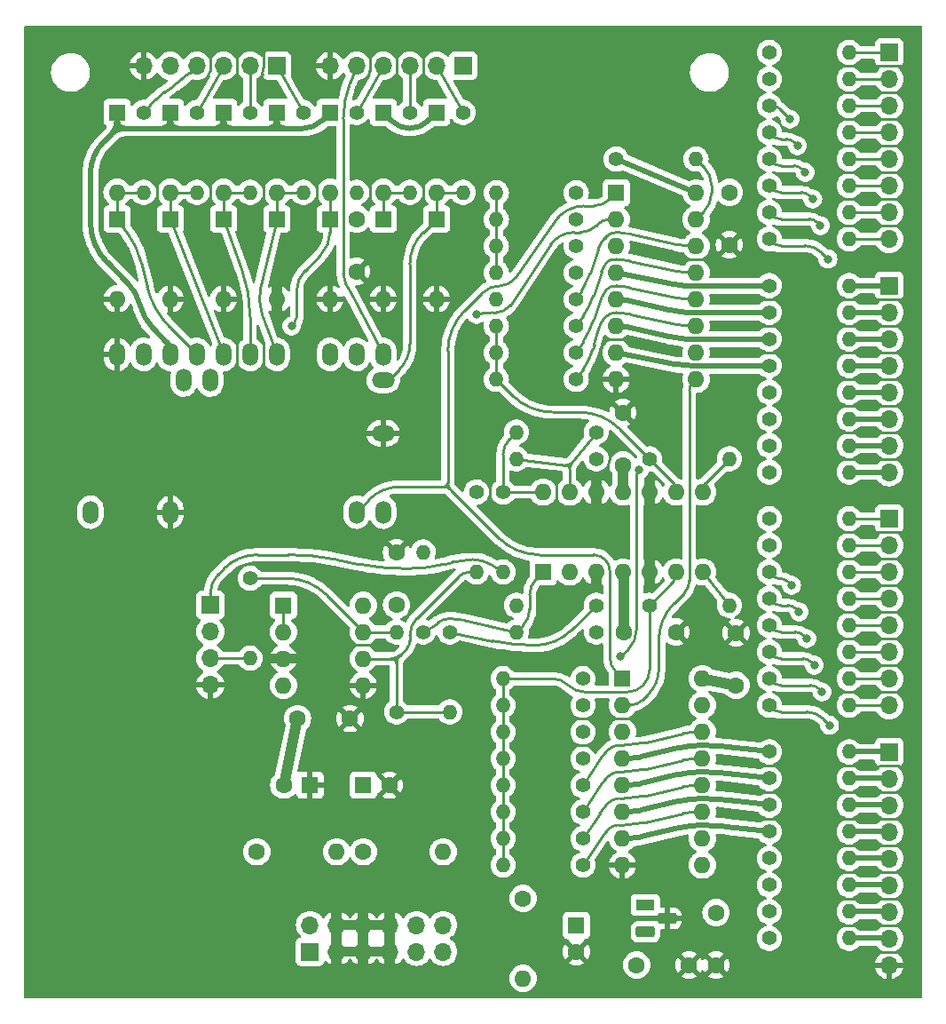
<source format=gbr>
%TF.GenerationSoftware,KiCad,Pcbnew,7.0.10*%
%TF.CreationDate,2024-11-13T09:03:04+00:00*%
%TF.ProjectId,CellularAutomaton-R,43656c6c-756c-4617-9241-75746f6d6174,rev?*%
%TF.SameCoordinates,Original*%
%TF.FileFunction,Copper,L2,Bot*%
%TF.FilePolarity,Positive*%
%FSLAX46Y46*%
G04 Gerber Fmt 4.6, Leading zero omitted, Abs format (unit mm)*
G04 Created by KiCad (PCBNEW 7.0.10) date 2024-11-13 09:03:04*
%MOMM*%
%LPD*%
G01*
G04 APERTURE LIST*
G04 Aperture macros list*
%AMRoundRect*
0 Rectangle with rounded corners*
0 $1 Rounding radius*
0 $2 $3 $4 $5 $6 $7 $8 $9 X,Y pos of 4 corners*
0 Add a 4 corners polygon primitive as box body*
4,1,4,$2,$3,$4,$5,$6,$7,$8,$9,$2,$3,0*
0 Add four circle primitives for the rounded corners*
1,1,$1+$1,$2,$3*
1,1,$1+$1,$4,$5*
1,1,$1+$1,$6,$7*
1,1,$1+$1,$8,$9*
0 Add four rect primitives between the rounded corners*
20,1,$1+$1,$2,$3,$4,$5,0*
20,1,$1+$1,$4,$5,$6,$7,0*
20,1,$1+$1,$6,$7,$8,$9,0*
20,1,$1+$1,$8,$9,$2,$3,0*%
G04 Aperture macros list end*
%TA.AperFunction,ComponentPad*%
%ADD10R,1.600000X1.600000*%
%TD*%
%TA.AperFunction,ComponentPad*%
%ADD11O,1.600000X1.600000*%
%TD*%
%TA.AperFunction,ComponentPad*%
%ADD12C,1.400000*%
%TD*%
%TA.AperFunction,ComponentPad*%
%ADD13O,1.400000X1.400000*%
%TD*%
%TA.AperFunction,ComponentPad*%
%ADD14C,1.600000*%
%TD*%
%TA.AperFunction,ComponentPad*%
%ADD15R,1.700000X1.700000*%
%TD*%
%TA.AperFunction,ComponentPad*%
%ADD16O,1.700000X1.700000*%
%TD*%
%TA.AperFunction,ComponentPad*%
%ADD17R,1.800000X1.100000*%
%TD*%
%TA.AperFunction,ComponentPad*%
%ADD18RoundRect,0.275000X-0.625000X0.275000X-0.625000X-0.275000X0.625000X-0.275000X0.625000X0.275000X0*%
%TD*%
%TA.AperFunction,ComponentPad*%
%ADD19O,1.500000X2.200000*%
%TD*%
%TA.AperFunction,ComponentPad*%
%ADD20O,2.200000X1.500000*%
%TD*%
%TA.AperFunction,ViaPad*%
%ADD21C,0.800000*%
%TD*%
%TA.AperFunction,Conductor*%
%ADD22C,0.500000*%
%TD*%
%TA.AperFunction,Conductor*%
%ADD23C,0.250000*%
%TD*%
%TA.AperFunction,Conductor*%
%ADD24C,1.000000*%
%TD*%
G04 APERTURE END LIST*
D10*
%TO.P,D12,1,K*%
%TO.N,Net-(A1-A2)*%
X126365000Y-66040000D03*
D11*
%TO.P,D12,2,A*%
%TO.N,GND*%
X126365000Y-73660000D03*
%TD*%
D12*
%TO.P,R10,1*%
%TO.N,/QA2*%
X183515000Y-74930000D03*
D13*
%TO.P,R10,2*%
%TO.N,/L2*%
X191135000Y-74930000D03*
%TD*%
D12*
%TO.P,R43,1*%
%TO.N,/QA3*%
X165100000Y-68620000D03*
D13*
%TO.P,R43,2*%
%TO.N,Net-(U3C--)*%
X157480000Y-68620000D03*
%TD*%
D12*
%TO.P,R38,1*%
%TO.N,/QB6*%
X183515000Y-107315000D03*
D13*
%TO.P,R38,2*%
%TO.N,/T14*%
X191135000Y-107315000D03*
%TD*%
D12*
%TO.P,R27,1*%
%TO.N,/QA3*%
X183515000Y-55245000D03*
D13*
%TO.P,R27,2*%
%TO.N,/T3*%
X191135000Y-55245000D03*
%TD*%
D10*
%TO.P,D14,1,K*%
%TO.N,Net-(A1-A3)*%
X121285000Y-66040000D03*
D11*
%TO.P,D14,2,A*%
%TO.N,GND*%
X121285000Y-73660000D03*
%TD*%
D12*
%TO.P,R45,1*%
%TO.N,/QA5*%
X165100000Y-73700000D03*
D13*
%TO.P,R45,2*%
%TO.N,Net-(U3C--)*%
X157480000Y-73700000D03*
%TD*%
D12*
%TO.P,R63,1*%
%TO.N,Net-(U3A--)*%
X167005000Y-105410000D03*
D13*
%TO.P,R63,2*%
%TO.N,Net-(R63-Pad2)*%
X159385000Y-105410000D03*
%TD*%
D14*
%TO.P,FB1,1*%
%TO.N,+5V*%
X144780000Y-126365000D03*
D11*
%TO.P,FB1,2*%
%TO.N,Net-(J16-Pin_11)*%
X152400000Y-126365000D03*
%TD*%
D15*
%TO.P,J15,1,Pin_1*%
%TO.N,/T9*%
X194945000Y-94615000D03*
D16*
%TO.P,J15,2,Pin_2*%
%TO.N,/T10*%
X194945000Y-97155000D03*
%TO.P,J15,3,Pin_3*%
%TO.N,/T11*%
X194945000Y-99695000D03*
%TO.P,J15,4,Pin_4*%
%TO.N,/T12*%
X194945000Y-102235000D03*
%TO.P,J15,5,Pin_5*%
%TO.N,/T13*%
X194945000Y-104775000D03*
%TO.P,J15,6,Pin_6*%
%TO.N,/T14*%
X194945000Y-107315000D03*
%TO.P,J15,7,Pin_7*%
%TO.N,/T15*%
X194945000Y-109855000D03*
%TO.P,J15,8,Pin_8*%
%TO.N,/T16*%
X194945000Y-112395000D03*
%TD*%
D12*
%TO.P,R22,1*%
%TO.N,/QB6*%
X183515000Y-129530000D03*
D13*
%TO.P,R22,2*%
%TO.N,/L14*%
X191135000Y-129530000D03*
%TD*%
D10*
%TO.P,U3,1*%
%TO.N,Net-(R63-Pad2)*%
X161925000Y-99695000D03*
D11*
%TO.P,U3,2,-*%
%TO.N,Net-(U3A--)*%
X164465000Y-99695000D03*
%TO.P,U3,3,+*%
%TO.N,GND*%
X167005000Y-99695000D03*
%TO.P,U3,4,V+*%
%TO.N,+12V*%
X169545000Y-99695000D03*
%TO.P,U3,5,+*%
%TO.N,GND*%
X172085000Y-99695000D03*
%TO.P,U3,6,-*%
%TO.N,Net-(U3B--)*%
X174625000Y-99695000D03*
%TO.P,U3,7*%
%TO.N,Net-(R61-Pad2)*%
X177165000Y-99695000D03*
%TO.P,U3,8*%
%TO.N,Net-(R49-Pad2)*%
X177165000Y-92075000D03*
%TO.P,U3,9,-*%
%TO.N,Net-(U3C--)*%
X174625000Y-92075000D03*
%TO.P,U3,10,+*%
%TO.N,GND*%
X172085000Y-92075000D03*
%TO.P,U3,11,V-*%
%TO.N,-12V*%
X169545000Y-92075000D03*
%TO.P,U3,12,+*%
%TO.N,GND*%
X167005000Y-92075000D03*
%TO.P,U3,13,-*%
%TO.N,Net-(U3D--)*%
X164465000Y-92075000D03*
%TO.P,U3,14*%
%TO.N,Net-(R51-Pad2)*%
X161925000Y-92075000D03*
%TD*%
D12*
%TO.P,R17,1*%
%TO.N,/QB1*%
X183515000Y-116830000D03*
D13*
%TO.P,R17,2*%
%TO.N,/L9*%
X191135000Y-116830000D03*
%TD*%
D12*
%TO.P,R61,1*%
%TO.N,Net-(U3B--)*%
X172085000Y-102870000D03*
D13*
%TO.P,R61,2*%
%TO.N,Net-(R61-Pad2)*%
X179705000Y-102870000D03*
%TD*%
D12*
%TO.P,R16,1*%
%TO.N,/QA8*%
X183515000Y-90170000D03*
D13*
%TO.P,R16,2*%
%TO.N,/L8*%
X191135000Y-90170000D03*
%TD*%
D12*
%TO.P,R2,1*%
%TO.N,/SRVPRB*%
X149225000Y-55880000D03*
D13*
%TO.P,R2,2*%
%TO.N,Net-(A1-A4)*%
X149225000Y-63500000D03*
%TD*%
D12*
%TO.P,R34,1*%
%TO.N,/QB2*%
X183515000Y-97155000D03*
D13*
%TO.P,R34,2*%
%TO.N,/T10*%
X191135000Y-97155000D03*
%TD*%
D12*
%TO.P,R49,1*%
%TO.N,Net-(U3C--)*%
X172085000Y-88900000D03*
D13*
%TO.P,R49,2*%
%TO.N,Net-(R49-Pad2)*%
X179705000Y-88900000D03*
%TD*%
D10*
%TO.P,C2,1*%
%TO.N,+12V*%
X165100000Y-133390000D03*
D14*
%TO.P,C2,2*%
%TO.N,GND*%
X165100000Y-135890000D03*
%TD*%
D10*
%TO.P,D7,1,K*%
%TO.N,+5V*%
X136525000Y-55880000D03*
D11*
%TO.P,D7,2,A*%
%TO.N,Net-(A1-A0)*%
X136525000Y-63500000D03*
%TD*%
D12*
%TO.P,R6,1*%
%TO.N,/SD3*%
X128905000Y-55880000D03*
D13*
%TO.P,R6,2*%
%TO.N,Net-(A1-A2)*%
X128905000Y-63500000D03*
%TD*%
D12*
%TO.P,R64,1*%
%TO.N,Net-(R63-Pad2)*%
X150495000Y-105410000D03*
D13*
%TO.P,R64,2*%
%TO.N,/CV_BTM*%
X150495000Y-97790000D03*
%TD*%
D12*
%TO.P,R57,1*%
%TO.N,/QB5*%
X165735000Y-120025000D03*
D13*
%TO.P,R57,2*%
%TO.N,Net-(U3B--)*%
X158115000Y-120025000D03*
%TD*%
D12*
%TO.P,R5,1*%
%TO.N,/SD2*%
X133985000Y-55880000D03*
D13*
%TO.P,R5,2*%
%TO.N,Net-(A1-A1)*%
X133985000Y-63500000D03*
%TD*%
D12*
%TO.P,R20,1*%
%TO.N,/QB4*%
X183515000Y-124450000D03*
D13*
%TO.P,R20,2*%
%TO.N,/L12*%
X191135000Y-124450000D03*
%TD*%
D12*
%TO.P,R31,1*%
%TO.N,/QA7*%
X183515000Y-65405000D03*
D13*
%TO.P,R31,2*%
%TO.N,/T7*%
X191135000Y-65405000D03*
%TD*%
D15*
%TO.P,J9,1,Pin_1*%
%TO.N,+6V*%
X154305000Y-51435000D03*
D16*
%TO.P,J9,2,Pin_2*%
%TO.N,/SDPRB*%
X151765000Y-51435000D03*
%TO.P,J9,3,Pin_3*%
%TO.N,/SRVPRB*%
X149225000Y-51435000D03*
%TO.P,J9,4,Pin_4*%
%TO.N,/CLK{slash}CV*%
X146685000Y-51435000D03*
%TO.P,J9,5,Pin_5*%
%TO.N,/CLKMODE*%
X144145000Y-51435000D03*
%TO.P,J9,6,Pin_6*%
%TO.N,GND*%
X141605000Y-51435000D03*
%TD*%
D12*
%TO.P,R40,1*%
%TO.N,/QB8*%
X183515000Y-112395000D03*
D13*
%TO.P,R40,2*%
%TO.N,/T16*%
X191135000Y-112395000D03*
%TD*%
D12*
%TO.P,R47,1*%
%TO.N,/QA7*%
X165100000Y-78780000D03*
D13*
%TO.P,R47,2*%
%TO.N,Net-(U3C--)*%
X157480000Y-78780000D03*
%TD*%
D10*
%TO.P,D9,1,K*%
%TO.N,+5V*%
X131445000Y-55880000D03*
D11*
%TO.P,D9,2,A*%
%TO.N,Net-(A1-A1)*%
X131445000Y-63500000D03*
%TD*%
D12*
%TO.P,R66,1*%
%TO.N,Net-(R61-Pad2)*%
X153035000Y-105410000D03*
D13*
%TO.P,R66,2*%
%TO.N,Net-(U4B--)*%
X153035000Y-113030000D03*
%TD*%
D10*
%TO.P,D6,1,K*%
%TO.N,Net-(A1-A5)*%
X141605000Y-66040000D03*
D11*
%TO.P,D6,2,A*%
%TO.N,GND*%
X141605000Y-73660000D03*
%TD*%
D10*
%TO.P,D4,1,K*%
%TO.N,Net-(A1-A4)*%
X146685000Y-66040000D03*
D11*
%TO.P,D4,2,A*%
%TO.N,GND*%
X146685000Y-73660000D03*
%TD*%
D15*
%TO.P,J10,1,Pin_1*%
%TO.N,/SD1*%
X136525000Y-51435000D03*
D16*
%TO.P,J10,2,Pin_2*%
%TO.N,/SD2*%
X133985000Y-51435000D03*
%TO.P,J10,3,Pin_3*%
%TO.N,/SD3*%
X131445000Y-51435000D03*
%TO.P,J10,4,Pin_4*%
%TO.N,/SD4*%
X128905000Y-51435000D03*
%TO.P,J10,5,Pin_5*%
%TO.N,/RST*%
X126365000Y-51435000D03*
%TO.P,J10,6,Pin_6*%
%TO.N,GND*%
X123825000Y-51435000D03*
%TD*%
D10*
%TO.P,U4,1*%
%TO.N,Net-(U4A--)*%
X137160000Y-102870000D03*
D11*
%TO.P,U4,2,-*%
X137160000Y-105410000D03*
%TO.P,U4,3,+*%
%TO.N,GND*%
X137160000Y-107950000D03*
%TO.P,U4,4,V-*%
%TO.N,-12V*%
X137160000Y-110490000D03*
%TO.P,U4,5,+*%
%TO.N,GND*%
X144780000Y-110490000D03*
%TO.P,U4,6,-*%
%TO.N,Net-(U4B--)*%
X144780000Y-107950000D03*
%TO.P,U4,7*%
%TO.N,Net-(R67-Pad2)*%
X144780000Y-105410000D03*
%TO.P,U4,8,V+*%
%TO.N,+12V*%
X144780000Y-102870000D03*
%TD*%
D12*
%TO.P,R32,1*%
%TO.N,/QA8*%
X183515000Y-67945000D03*
D13*
%TO.P,R32,2*%
%TO.N,/T8*%
X191135000Y-67945000D03*
%TD*%
D12*
%TO.P,R8,1*%
%TO.N,+6V*%
X168910000Y-60325000D03*
D13*
%TO.P,R8,2*%
%TO.N,/OUT_EN*%
X176530000Y-60325000D03*
%TD*%
D14*
%TO.P,C11,1*%
%TO.N,GND*%
X178435000Y-137160000D03*
%TO.P,C11,2*%
%TO.N,+6V*%
X178435000Y-132160000D03*
%TD*%
D12*
%TO.P,R65,1*%
%TO.N,Net-(R49-Pad2)*%
X155575000Y-92075000D03*
D13*
%TO.P,R65,2*%
%TO.N,Net-(U4B--)*%
X155575000Y-99695000D03*
%TD*%
D12*
%TO.P,R25,1*%
%TO.N,/QA1*%
X183515000Y-50165000D03*
D13*
%TO.P,R25,2*%
%TO.N,/T1*%
X191135000Y-50165000D03*
%TD*%
D12*
%TO.P,R4,1*%
%TO.N,/SD1*%
X139065000Y-55880000D03*
D13*
%TO.P,R4,2*%
%TO.N,Net-(A1-A0)*%
X139065000Y-63500000D03*
%TD*%
D12*
%TO.P,R7,1*%
%TO.N,/SD4*%
X123825000Y-55880000D03*
D13*
%TO.P,R7,2*%
%TO.N,Net-(A1-A3)*%
X123825000Y-63500000D03*
%TD*%
D10*
%TO.P,D8,1,K*%
%TO.N,Net-(A1-A0)*%
X136525000Y-66040000D03*
D11*
%TO.P,D8,2,A*%
%TO.N,GND*%
X136525000Y-73660000D03*
%TD*%
D10*
%TO.P,D3,1,K*%
%TO.N,+5V*%
X146685000Y-55880000D03*
D11*
%TO.P,D3,2,A*%
%TO.N,Net-(A1-A4)*%
X146685000Y-63500000D03*
%TD*%
D12*
%TO.P,R21,1*%
%TO.N,/QB5*%
X183515000Y-126990000D03*
D13*
%TO.P,R21,2*%
%TO.N,/L13*%
X191135000Y-126990000D03*
%TD*%
D10*
%TO.P,U2,1,Strobe*%
%TO.N,/STROBE*%
X169505000Y-109855000D03*
D11*
%TO.P,U2,2,Data*%
%TO.N,Net-(U1-Qs)*%
X169505000Y-112395000D03*
%TO.P,U2,3,Clock*%
%TO.N,/CLOCK*%
X169505000Y-114935000D03*
%TO.P,U2,4,Q1*%
%TO.N,/QB1*%
X169505000Y-117475000D03*
%TO.P,U2,5,Q2*%
%TO.N,/QB2*%
X169505000Y-120015000D03*
%TO.P,U2,6,Q3*%
%TO.N,/QB3*%
X169505000Y-122555000D03*
%TO.P,U2,7,Q4*%
%TO.N,/QB4*%
X169505000Y-125095000D03*
%TO.P,U2,8,Vss*%
%TO.N,GND*%
X169505000Y-127635000D03*
%TO.P,U2,9,Qs*%
%TO.N,unconnected-(U2-Qs-Pad9)*%
X177125000Y-127635000D03*
%TO.P,U2,10,Q's*%
%TO.N,unconnected-(U2-Q's-Pad10)*%
X177125000Y-125095000D03*
%TO.P,U2,11,Q8*%
%TO.N,/QB8*%
X177125000Y-122555000D03*
%TO.P,U2,12,Q7*%
%TO.N,/QB7*%
X177125000Y-120015000D03*
%TO.P,U2,13,Q6*%
%TO.N,/QB6*%
X177125000Y-117475000D03*
%TO.P,U2,14,Q5*%
%TO.N,/QB5*%
X177125000Y-114935000D03*
%TO.P,U2,15,Out_En*%
%TO.N,/OUT_EN*%
X177125000Y-112395000D03*
%TO.P,U2,16,Vdd*%
%TO.N,+6V*%
X177125000Y-109855000D03*
%TD*%
D12*
%TO.P,R62,1*%
%TO.N,Net-(R61-Pad2)*%
X167005000Y-102870000D03*
D13*
%TO.P,R62,2*%
%TO.N,Net-(U3A--)*%
X159385000Y-102870000D03*
%TD*%
D12*
%TO.P,R11,1*%
%TO.N,/QA3*%
X183515000Y-77470000D03*
D13*
%TO.P,R11,2*%
%TO.N,/L3*%
X191135000Y-77470000D03*
%TD*%
D12*
%TO.P,R54,1*%
%TO.N,/QB2*%
X165735000Y-112405000D03*
D13*
%TO.P,R54,2*%
%TO.N,Net-(U3B--)*%
X158115000Y-112405000D03*
%TD*%
D12*
%TO.P,R68,1*%
%TO.N,Net-(R67-Pad2)*%
X133985000Y-100290000D03*
D13*
%TO.P,R68,2*%
%TO.N,/CV_ALL*%
X133985000Y-107910000D03*
%TD*%
D10*
%TO.P,D5,1,K*%
%TO.N,+5V*%
X141605000Y-55880000D03*
D11*
%TO.P,D5,2,A*%
%TO.N,Net-(A1-A5)*%
X141605000Y-63500000D03*
%TD*%
D12*
%TO.P,R37,1*%
%TO.N,/QB5*%
X183515000Y-104775000D03*
D13*
%TO.P,R37,2*%
%TO.N,/T13*%
X191135000Y-104775000D03*
%TD*%
D12*
%TO.P,R26,1*%
%TO.N,/QA2*%
X183515000Y-52705000D03*
D13*
%TO.P,R26,2*%
%TO.N,/T2*%
X191135000Y-52705000D03*
%TD*%
D12*
%TO.P,R59,1*%
%TO.N,/QB7*%
X165735000Y-125105000D03*
D13*
%TO.P,R59,2*%
%TO.N,Net-(U3B--)*%
X158115000Y-125105000D03*
%TD*%
D14*
%TO.P,C10,1*%
%TO.N,GND*%
X175855000Y-137160000D03*
%TO.P,C10,2*%
%TO.N,+12V*%
X170855000Y-137160000D03*
%TD*%
D15*
%TO.P,J13,1,Pin_1*%
%TO.N,/CV_TOP*%
X130175000Y-102840000D03*
D16*
%TO.P,J13,2,Pin_2*%
%TO.N,/CV_BTM*%
X130175000Y-105380000D03*
%TO.P,J13,3,Pin_3*%
%TO.N,/CV_ALL*%
X130175000Y-107920000D03*
%TO.P,J13,4,Pin_4*%
%TO.N,GND*%
X130175000Y-110460000D03*
%TD*%
D12*
%TO.P,R36,1*%
%TO.N,/QB4*%
X183515000Y-102235000D03*
D13*
%TO.P,R36,2*%
%TO.N,/T12*%
X191135000Y-102235000D03*
%TD*%
D12*
%TO.P,R13,1*%
%TO.N,/QA5*%
X183515000Y-82550000D03*
D13*
%TO.P,R13,2*%
%TO.N,/L5*%
X191135000Y-82550000D03*
%TD*%
D10*
%TO.P,C3,1*%
%TO.N,GND*%
X139700000Y-120015000D03*
D14*
%TO.P,C3,2*%
%TO.N,-12V*%
X137200000Y-120015000D03*
%TD*%
D10*
%TO.P,D2,1,K*%
%TO.N,Net-(A1-A7)*%
X151765000Y-66040000D03*
D11*
%TO.P,D2,2,A*%
%TO.N,GND*%
X151765000Y-73660000D03*
%TD*%
D12*
%TO.P,R50,1*%
%TO.N,Net-(R49-Pad2)*%
X167005000Y-88900000D03*
D13*
%TO.P,R50,2*%
%TO.N,Net-(U3D--)*%
X159385000Y-88900000D03*
%TD*%
D10*
%TO.P,D11,1,K*%
%TO.N,+5V*%
X126365000Y-55880000D03*
D11*
%TO.P,D11,2,A*%
%TO.N,Net-(A1-A2)*%
X126365000Y-63500000D03*
%TD*%
D14*
%TO.P,C8,1*%
%TO.N,+12V*%
X169625000Y-105410000D03*
%TO.P,C8,2*%
%TO.N,GND*%
X174625000Y-105410000D03*
%TD*%
D12*
%TO.P,R56,1*%
%TO.N,/QB4*%
X165735000Y-117485000D03*
D13*
%TO.P,R56,2*%
%TO.N,Net-(U3B--)*%
X158115000Y-117485000D03*
%TD*%
D12*
%TO.P,R42,1*%
%TO.N,/QA2*%
X165100000Y-66080000D03*
D13*
%TO.P,R42,2*%
%TO.N,Net-(U3C--)*%
X157480000Y-66080000D03*
%TD*%
D12*
%TO.P,R44,1*%
%TO.N,/QA4*%
X165100000Y-71160000D03*
D13*
%TO.P,R44,2*%
%TO.N,Net-(U3C--)*%
X157480000Y-71160000D03*
%TD*%
D12*
%TO.P,R39,1*%
%TO.N,/QB7*%
X183515000Y-109855000D03*
D13*
%TO.P,R39,2*%
%TO.N,/T15*%
X191135000Y-109855000D03*
%TD*%
D17*
%TO.P,U5,1,VO*%
%TO.N,+6V*%
X171685000Y-131445000D03*
D18*
%TO.P,U5,2,GND*%
%TO.N,GND*%
X173755000Y-132715000D03*
%TO.P,U5,3,VI*%
%TO.N,+12V*%
X171685000Y-133985000D03*
%TD*%
D10*
%TO.P,D10,1,K*%
%TO.N,Net-(A1-A1)*%
X131445000Y-66040000D03*
D11*
%TO.P,D10,2,A*%
%TO.N,GND*%
X131445000Y-73660000D03*
%TD*%
D15*
%TO.P,J12,1,Pin_1*%
%TO.N,/L9*%
X194945000Y-116840000D03*
D16*
%TO.P,J12,2,Pin_2*%
%TO.N,/L10*%
X194945000Y-119380000D03*
%TO.P,J12,3,Pin_3*%
%TO.N,/L11*%
X194945000Y-121920000D03*
%TO.P,J12,4,Pin_4*%
%TO.N,/L12*%
X194945000Y-124460000D03*
%TO.P,J12,5,Pin_5*%
%TO.N,/L13*%
X194945000Y-127000000D03*
%TO.P,J12,6,Pin_6*%
%TO.N,/L14*%
X194945000Y-129540000D03*
%TO.P,J12,7,Pin_7*%
%TO.N,/L15*%
X194945000Y-132080000D03*
%TO.P,J12,8,Pin_8*%
%TO.N,/L16*%
X194945000Y-134620000D03*
%TO.P,J12,9,Pin_9*%
%TO.N,GND*%
X194945000Y-137160000D03*
%TD*%
D12*
%TO.P,R48,1*%
%TO.N,/QA8*%
X165100000Y-81320000D03*
D13*
%TO.P,R48,2*%
%TO.N,Net-(U3C--)*%
X157480000Y-81320000D03*
%TD*%
D12*
%TO.P,R55,1*%
%TO.N,/QB3*%
X165735000Y-114945000D03*
D13*
%TO.P,R55,2*%
%TO.N,Net-(U3B--)*%
X158115000Y-114945000D03*
%TD*%
D12*
%TO.P,R3,1*%
%TO.N,/CLK{slash}CV*%
X144145000Y-55880000D03*
D13*
%TO.P,R3,2*%
%TO.N,Net-(A1-A5)*%
X144145000Y-63500000D03*
%TD*%
D14*
%TO.P,C9,1*%
%TO.N,-12V*%
X169545000Y-89495000D03*
%TO.P,C9,2*%
%TO.N,GND*%
X169545000Y-84495000D03*
%TD*%
D12*
%TO.P,R19,1*%
%TO.N,/QB3*%
X183515000Y-121910000D03*
D13*
%TO.P,R19,2*%
%TO.N,/L11*%
X191135000Y-121910000D03*
%TD*%
D12*
%TO.P,R35,1*%
%TO.N,/QB3*%
X183515000Y-99695000D03*
D13*
%TO.P,R35,2*%
%TO.N,/T11*%
X191135000Y-99695000D03*
%TD*%
D14*
%TO.P,C7,1*%
%TO.N,-12V*%
X138510000Y-113665000D03*
%TO.P,C7,2*%
%TO.N,GND*%
X143510000Y-113665000D03*
%TD*%
D15*
%TO.P,J14,1,Pin_1*%
%TO.N,/T1*%
X194945000Y-50165000D03*
D16*
%TO.P,J14,2,Pin_2*%
%TO.N,/T2*%
X194945000Y-52705000D03*
%TO.P,J14,3,Pin_3*%
%TO.N,/T3*%
X194945000Y-55245000D03*
%TO.P,J14,4,Pin_4*%
%TO.N,/T4*%
X194945000Y-57785000D03*
%TO.P,J14,5,Pin_5*%
%TO.N,/T5*%
X194945000Y-60325000D03*
%TO.P,J14,6,Pin_6*%
%TO.N,/T6*%
X194945000Y-62865000D03*
%TO.P,J14,7,Pin_7*%
%TO.N,/T7*%
X194945000Y-65405000D03*
%TO.P,J14,8,Pin_8*%
%TO.N,/T8*%
X194945000Y-67945000D03*
%TD*%
D12*
%TO.P,R53,1*%
%TO.N,/QB1*%
X165735000Y-109865000D03*
D13*
%TO.P,R53,2*%
%TO.N,Net-(U3B--)*%
X158115000Y-109865000D03*
%TD*%
D12*
%TO.P,R41,1*%
%TO.N,/QA1*%
X165100000Y-63540000D03*
D13*
%TO.P,R41,2*%
%TO.N,Net-(U3C--)*%
X157480000Y-63540000D03*
%TD*%
D12*
%TO.P,R23,1*%
%TO.N,/QB7*%
X183515000Y-132070000D03*
D13*
%TO.P,R23,2*%
%TO.N,/L15*%
X191135000Y-132070000D03*
%TD*%
D14*
%TO.P,FB2,1*%
%TO.N,+12V*%
X160020000Y-130810000D03*
D11*
%TO.P,FB2,2*%
%TO.N,Net-(J16-Pin_10)*%
X160020000Y-138430000D03*
%TD*%
D12*
%TO.P,R24,1*%
%TO.N,/QB8*%
X183515000Y-134610000D03*
D13*
%TO.P,R24,2*%
%TO.N,/L16*%
X191135000Y-134610000D03*
%TD*%
D12*
%TO.P,R46,1*%
%TO.N,/QA6*%
X165100000Y-76240000D03*
D13*
%TO.P,R46,2*%
%TO.N,Net-(U3C--)*%
X157480000Y-76240000D03*
%TD*%
D14*
%TO.P,C12,1*%
%TO.N,GND*%
X144145000Y-71040000D03*
%TO.P,C12,2*%
%TO.N,Net-(A1-A5)*%
X144145000Y-66040000D03*
%TD*%
D12*
%TO.P,R60,1*%
%TO.N,/QB8*%
X165735000Y-127635000D03*
D13*
%TO.P,R60,2*%
%TO.N,Net-(U3B--)*%
X158115000Y-127635000D03*
%TD*%
D12*
%TO.P,R15,1*%
%TO.N,/QA7*%
X183515000Y-87630000D03*
D13*
%TO.P,R15,2*%
%TO.N,/L7*%
X191135000Y-87630000D03*
%TD*%
D10*
%TO.P,C1,1*%
%TO.N,+5V*%
X144780000Y-120015000D03*
D14*
%TO.P,C1,2*%
%TO.N,GND*%
X147280000Y-120015000D03*
%TD*%
%TO.P,C6,1*%
%TO.N,+12V*%
X147955000Y-102830000D03*
%TO.P,C6,2*%
%TO.N,GND*%
X147955000Y-97830000D03*
%TD*%
D12*
%TO.P,R52,1*%
%TO.N,Net-(R51-Pad2)*%
X158115000Y-92075000D03*
D13*
%TO.P,R52,2*%
%TO.N,/CV_TOP*%
X158115000Y-99695000D03*
%TD*%
D10*
%TO.P,U1,1,Strobe*%
%TO.N,/STROBE*%
X168910000Y-63540000D03*
D11*
%TO.P,U1,2,Data*%
%TO.N,/DATA*%
X168910000Y-66080000D03*
%TO.P,U1,3,Clock*%
%TO.N,/CLOCK*%
X168910000Y-68620000D03*
%TO.P,U1,4,Q1*%
%TO.N,/QA1*%
X168910000Y-71160000D03*
%TO.P,U1,5,Q2*%
%TO.N,/QA2*%
X168910000Y-73700000D03*
%TO.P,U1,6,Q3*%
%TO.N,/QA3*%
X168910000Y-76240000D03*
%TO.P,U1,7,Q4*%
%TO.N,/QA4*%
X168910000Y-78780000D03*
%TO.P,U1,8,Vss*%
%TO.N,GND*%
X168910000Y-81320000D03*
%TO.P,U1,9,Qs*%
%TO.N,Net-(U1-Qs)*%
X176530000Y-81320000D03*
%TO.P,U1,10,Q's*%
%TO.N,unconnected-(U1-Q's-Pad10)*%
X176530000Y-78780000D03*
%TO.P,U1,11,Q8*%
%TO.N,/QA8*%
X176530000Y-76240000D03*
%TO.P,U1,12,Q7*%
%TO.N,/QA7*%
X176530000Y-73700000D03*
%TO.P,U1,13,Q6*%
%TO.N,/QA6*%
X176530000Y-71160000D03*
%TO.P,U1,14,Q5*%
%TO.N,/QA5*%
X176530000Y-68620000D03*
%TO.P,U1,15,Out_En*%
%TO.N,/OUT_EN*%
X176530000Y-66080000D03*
%TO.P,U1,16,Vdd*%
%TO.N,+6V*%
X176530000Y-63540000D03*
%TD*%
D12*
%TO.P,R14,1*%
%TO.N,/QA6*%
X183515000Y-85090000D03*
D13*
%TO.P,R14,2*%
%TO.N,/L6*%
X191135000Y-85090000D03*
%TD*%
D12*
%TO.P,R18,1*%
%TO.N,/QB2*%
X183515000Y-119370000D03*
D13*
%TO.P,R18,2*%
%TO.N,/L10*%
X191135000Y-119370000D03*
%TD*%
D14*
%TO.P,FB3,1*%
%TO.N,-12V*%
X134620000Y-126365000D03*
D11*
%TO.P,FB3,2*%
%TO.N,Net-(J16-Pin_1)*%
X142240000Y-126365000D03*
%TD*%
D12*
%TO.P,R12,1*%
%TO.N,/QA4*%
X183515000Y-80010000D03*
D13*
%TO.P,R12,2*%
%TO.N,/L4*%
X191135000Y-80010000D03*
%TD*%
D15*
%TO.P,J16,1,Pin_1*%
%TO.N,Net-(J16-Pin_1)*%
X139700000Y-135890000D03*
D16*
%TO.P,J16,2,Pin_2*%
X139700000Y-133350000D03*
%TO.P,J16,3,Pin_3*%
%TO.N,GND*%
X142240000Y-135890000D03*
%TO.P,J16,4,Pin_4*%
X142240000Y-133350000D03*
%TO.P,J16,5,Pin_5*%
X144780000Y-135890000D03*
%TO.P,J16,6,Pin_6*%
X144780000Y-133350000D03*
%TO.P,J16,7,Pin_7*%
X147320000Y-135890000D03*
%TO.P,J16,8,Pin_8*%
X147320000Y-133350000D03*
%TO.P,J16,9,Pin_9*%
%TO.N,Net-(J16-Pin_10)*%
X149860000Y-135890000D03*
%TO.P,J16,10,Pin_10*%
X149860000Y-133350000D03*
%TO.P,J16,11,Pin_11*%
%TO.N,Net-(J16-Pin_11)*%
X152400000Y-135890000D03*
%TO.P,J16,12,Pin_12*%
X152400000Y-133350000D03*
%TD*%
D10*
%TO.P,D13,1,K*%
%TO.N,+5V*%
X121285000Y-55880000D03*
D11*
%TO.P,D13,2,A*%
%TO.N,Net-(A1-A3)*%
X121285000Y-63500000D03*
%TD*%
D10*
%TO.P,D1,1,K*%
%TO.N,+5V*%
X151765000Y-55880000D03*
D11*
%TO.P,D1,2,A*%
%TO.N,Net-(A1-A7)*%
X151765000Y-63500000D03*
%TD*%
D12*
%TO.P,R58,1*%
%TO.N,/QB6*%
X165735000Y-122565000D03*
D13*
%TO.P,R58,2*%
%TO.N,Net-(U3B--)*%
X158115000Y-122565000D03*
%TD*%
D12*
%TO.P,R33,1*%
%TO.N,/QB1*%
X183515000Y-94615000D03*
D13*
%TO.P,R33,2*%
%TO.N,/T9*%
X191135000Y-94615000D03*
%TD*%
D19*
%TO.P,A1,1,TX0*%
%TO.N,unconnected-(A1-TX0-Pad1)*%
X118745000Y-93980000D03*
%TO.P,A1,4,GND*%
%TO.N,GND*%
X126365000Y-93980000D03*
%TO.P,A1,11,D8*%
%TO.N,/STROBE*%
X144145000Y-93980000D03*
%TO.P,A1,12,D9*%
%TO.N,unconnected-(A1-D9-Pad12)*%
X146685000Y-93980000D03*
%TO.P,A1,13,D10*%
%TO.N,/CLKMODE*%
X146685000Y-78940000D03*
%TO.P,A1,14,D11*%
%TO.N,/DATA*%
X144145000Y-78940000D03*
%TO.P,A1,15,D12*%
%TO.N,/CLOCK*%
X141605000Y-78940000D03*
%TO.P,A1,17,A0*%
%TO.N,Net-(A1-A0)*%
X136525000Y-78940000D03*
%TO.P,A1,18,A1*%
%TO.N,Net-(A1-A1)*%
X133985000Y-78940000D03*
%TO.P,A1,19,A2*%
%TO.N,Net-(A1-A2)*%
X131445000Y-78940000D03*
%TO.P,A1,20,A3*%
%TO.N,Net-(A1-A3)*%
X128905000Y-78940000D03*
%TO.P,A1,21,VCC*%
%TO.N,+5V*%
X126365000Y-78940000D03*
%TO.P,A1,22,RST*%
%TO.N,/RST*%
X123825000Y-78940000D03*
%TO.P,A1,23,GND*%
%TO.N,GND*%
X121285000Y-78940000D03*
%TO.P,A1,25,A5*%
%TO.N,Net-(A1-A5)*%
X127635000Y-81380000D03*
%TO.P,A1,26,A4*%
%TO.N,Net-(A1-A4)*%
X130175000Y-81380000D03*
D20*
%TO.P,A1,27,A7*%
%TO.N,Net-(A1-A7)*%
X146685000Y-81380000D03*
%TO.P,A1,29,GND*%
%TO.N,GND*%
X146685000Y-86460000D03*
%TD*%
D12*
%TO.P,R1,1*%
%TO.N,/SDPRB*%
X154305000Y-55880000D03*
D13*
%TO.P,R1,2*%
%TO.N,Net-(A1-A7)*%
X154305000Y-63500000D03*
%TD*%
D12*
%TO.P,R28,1*%
%TO.N,/QA4*%
X183515000Y-57785000D03*
D13*
%TO.P,R28,2*%
%TO.N,/T4*%
X191135000Y-57785000D03*
%TD*%
D12*
%TO.P,R29,1*%
%TO.N,/QA5*%
X183515000Y-60325000D03*
D13*
%TO.P,R29,2*%
%TO.N,/T5*%
X191135000Y-60325000D03*
%TD*%
D12*
%TO.P,R9,1*%
%TO.N,/QA1*%
X183515000Y-72390000D03*
D13*
%TO.P,R9,2*%
%TO.N,/L1*%
X191135000Y-72390000D03*
%TD*%
D12*
%TO.P,R30,1*%
%TO.N,/QA6*%
X183515000Y-62865000D03*
D13*
%TO.P,R30,2*%
%TO.N,/T6*%
X191135000Y-62865000D03*
%TD*%
D14*
%TO.P,C4,1*%
%TO.N,+6V*%
X179705000Y-63500000D03*
%TO.P,C4,2*%
%TO.N,GND*%
X179705000Y-68500000D03*
%TD*%
D12*
%TO.P,R67,1*%
%TO.N,Net-(U4B--)*%
X147955000Y-113030000D03*
D13*
%TO.P,R67,2*%
%TO.N,Net-(R67-Pad2)*%
X147955000Y-105410000D03*
%TD*%
D12*
%TO.P,R51,1*%
%TO.N,Net-(U3D--)*%
X167005000Y-86360000D03*
D13*
%TO.P,R51,2*%
%TO.N,Net-(R51-Pad2)*%
X159385000Y-86360000D03*
%TD*%
D15*
%TO.P,J11,1,Pin_1*%
%TO.N,/L1*%
X194945000Y-72390000D03*
D16*
%TO.P,J11,2,Pin_2*%
%TO.N,/L2*%
X194945000Y-74930000D03*
%TO.P,J11,3,Pin_3*%
%TO.N,/L3*%
X194945000Y-77470000D03*
%TO.P,J11,4,Pin_4*%
%TO.N,/L4*%
X194945000Y-80010000D03*
%TO.P,J11,5,Pin_5*%
%TO.N,/L5*%
X194945000Y-82550000D03*
%TO.P,J11,6,Pin_6*%
%TO.N,/L6*%
X194945000Y-85090000D03*
%TO.P,J11,7,Pin_7*%
%TO.N,/L7*%
X194945000Y-87630000D03*
%TO.P,J11,8,Pin_8*%
%TO.N,/L8*%
X194945000Y-90170000D03*
%TD*%
D14*
%TO.P,C5,1*%
%TO.N,+6V*%
X180340000Y-110490000D03*
%TO.P,C5,2*%
%TO.N,GND*%
X180340000Y-105490000D03*
%TD*%
D21*
%TO.N,GND*%
X169545000Y-97155000D03*
X140335000Y-60325000D03*
X155575000Y-85725000D03*
X127635000Y-60325000D03*
X156845000Y-102870000D03*
X178435000Y-85725000D03*
X177165000Y-95885000D03*
X173990000Y-95885000D03*
%TO.N,Net-(A1-A5)*%
X137947400Y-76225400D03*
%TO.N,/QA3*%
X185484600Y-56515000D03*
%TO.N,/QA4*%
X186209600Y-59055000D03*
%TO.N,/QA5*%
X186934600Y-61595000D03*
%TO.N,/QA6*%
X187659600Y-64135000D03*
%TO.N,/QA7*%
X188384600Y-66675000D03*
%TO.N,/QA8*%
X189109600Y-69850000D03*
%TO.N,/QB3*%
X185637000Y-100965000D03*
%TO.N,/QB4*%
X186362000Y-103505000D03*
%TO.N,/QB5*%
X187087000Y-106045000D03*
%TO.N,/QB6*%
X187812000Y-108585000D03*
%TO.N,/QB7*%
X188537000Y-111125000D03*
%TO.N,/QB8*%
X189262000Y-114300000D03*
%TO.N,/DATA*%
X155575000Y-75133200D03*
%TO.N,/CLOCK*%
X171094400Y-89992200D03*
X169341800Y-107772200D03*
%TD*%
D22*
%TO.N,+5V*%
X122047000Y-57404000D02*
X125603000Y-57404000D01*
X120746184Y-57942815D02*
X120015000Y-58674000D01*
X126365000Y-78522500D02*
X126365000Y-78940000D01*
X118745000Y-66326036D02*
X118745000Y-61740051D01*
X140843000Y-56642000D02*
X141605000Y-55880000D01*
X126365000Y-56642000D02*
X126365000Y-55880000D01*
X131445000Y-56642000D02*
X131445000Y-55880000D01*
X120338792Y-70173792D02*
X122264336Y-72099336D01*
X147490579Y-56685579D02*
X146685000Y-55880000D01*
X126069782Y-77809782D02*
X124750663Y-76490663D01*
X130683000Y-57404000D02*
X127127000Y-57404000D01*
X137287000Y-57404000D02*
X135763000Y-57404000D01*
X150959420Y-56685579D02*
X151765000Y-55880000D01*
X137287000Y-57404000D02*
X139003369Y-57404000D01*
X132207000Y-57404000D02*
X130683000Y-57404000D01*
X132207000Y-57404000D02*
X135763000Y-57404000D01*
X121285000Y-56642000D02*
X121285000Y-55880000D01*
X127127000Y-57404000D02*
X125603000Y-57404000D01*
X136525000Y-56642000D02*
X136525000Y-55880000D01*
X126365010Y-78522500D02*
G75*
G03*
X126069782Y-77809782I-1007910J0D01*
G01*
X147490587Y-56685571D02*
G75*
G03*
X149225000Y-57404000I1734413J1734371D01*
G01*
X123507512Y-74294997D02*
G75*
G03*
X122264336Y-72099336I-4585112J-1146303D01*
G01*
X120014985Y-58673985D02*
G75*
G03*
X118745000Y-61740051I3066015J-3066015D01*
G01*
X121285000Y-56642000D02*
G75*
G03*
X122047000Y-57404000I762000J0D01*
G01*
X122047000Y-57403991D02*
G75*
G03*
X120746185Y-57942816I0J-1839609D01*
G01*
X149225000Y-57404011D02*
G75*
G03*
X150959420Y-56685579I0J2452811D01*
G01*
X131445000Y-56642000D02*
G75*
G03*
X132207000Y-57404000I762000J0D01*
G01*
X125603000Y-57404000D02*
G75*
G03*
X126365000Y-56642000I0J762000D01*
G01*
X139003369Y-57403987D02*
G75*
G03*
X140843000Y-56642000I31J2601587D01*
G01*
X130683000Y-57404000D02*
G75*
G03*
X131445000Y-56642000I0J762000D01*
G01*
X123507488Y-74295003D02*
G75*
G03*
X124750663Y-76490663I4585112J1146303D01*
G01*
X126365000Y-56642000D02*
G75*
G03*
X127127000Y-57404000I762000J0D01*
G01*
X120746178Y-57942809D02*
G75*
G03*
X121285000Y-56642000I-1300778J1300809D01*
G01*
X118744990Y-66326036D02*
G75*
G03*
X120338793Y-70173791I5441610J36D01*
G01*
X136525000Y-56642000D02*
G75*
G03*
X137287000Y-57404000I762000J0D01*
G01*
X135763000Y-57404000D02*
G75*
G03*
X136525000Y-56642000I0J762000D01*
G01*
D23*
%TO.N,GND*%
X192405000Y-128270000D02*
X190500000Y-128270000D01*
X140335000Y-62230000D02*
X140335000Y-64770000D01*
X192405000Y-133350000D02*
X190500000Y-133350000D01*
X192405000Y-98425000D02*
X189865000Y-98425000D01*
X166687500Y-116205000D02*
X164782500Y-116205000D01*
X196215000Y-98425000D02*
X193675000Y-98425000D01*
X196215000Y-95885000D02*
X193675000Y-95885000D01*
X184785000Y-73660000D02*
X182245000Y-73660000D01*
X192405000Y-103505000D02*
X189865000Y-103505000D01*
X192405000Y-78740000D02*
X189865000Y-78740000D01*
X192405000Y-53975000D02*
X189865000Y-53975000D01*
X166687500Y-113665000D02*
X164782500Y-113665000D01*
X196215000Y-86360000D02*
X193675000Y-86360000D01*
X135255000Y-62230000D02*
X135255000Y-64770000D01*
X150495000Y-50165000D02*
X150495000Y-52705000D01*
X196215000Y-100965000D02*
X193675000Y-100965000D01*
X195897500Y-133350000D02*
X193992500Y-133350000D01*
X196215000Y-53975000D02*
X193675000Y-53975000D01*
X184150000Y-123190000D02*
X182245000Y-123190000D01*
X170497500Y-113665000D02*
X168592500Y-113665000D01*
X196215000Y-56515000D02*
X193675000Y-56515000D01*
X192405000Y-86360000D02*
X189865000Y-86360000D01*
X156845000Y-90805000D02*
X156845000Y-93345000D01*
X192405000Y-95885000D02*
X189865000Y-95885000D01*
X192405000Y-120650000D02*
X190500000Y-120650000D01*
X192405000Y-130810000D02*
X190500000Y-130810000D01*
X145415000Y-51916018D02*
X145415000Y-50165000D01*
X130175000Y-51935031D02*
X130175000Y-50165000D01*
X192405000Y-111125000D02*
X190500000Y-111125000D01*
X150495000Y-62230000D02*
X150495000Y-64770000D01*
X135140700Y-52209700D02*
X135026400Y-52501800D01*
X184785000Y-78740000D02*
X182245000Y-78740000D01*
X192405000Y-108585000D02*
X189865000Y-108585000D01*
X195897500Y-135890000D02*
X193992500Y-135890000D01*
X195897500Y-120650000D02*
X193992500Y-120650000D01*
X168452800Y-88290400D02*
X168071800Y-89814400D01*
X196215000Y-88900000D02*
X193675000Y-88900000D01*
X132715000Y-50165000D02*
X132715000Y-52705000D01*
X192405000Y-81280000D02*
X189865000Y-81280000D01*
X196215000Y-61595000D02*
X193675000Y-61595000D01*
X196215000Y-106045000D02*
X193675000Y-106045000D01*
X196215000Y-64135000D02*
X193675000Y-64135000D01*
X195897500Y-123190000D02*
X193992500Y-123190000D01*
X192405000Y-106045000D02*
X189865000Y-106045000D01*
X192405000Y-66675000D02*
X189865000Y-66675000D01*
X196215000Y-81280000D02*
X193675000Y-81280000D01*
X196215000Y-78740000D02*
X193675000Y-78740000D01*
X196215000Y-76200000D02*
X193675000Y-76200000D01*
X145884900Y-106654600D02*
X143979900Y-106654600D01*
X196215000Y-83820000D02*
X193675000Y-83820000D01*
X192405000Y-83820000D02*
X189865000Y-83820000D01*
X192405000Y-123190000D02*
X190500000Y-123190000D01*
X145313400Y-52298600D02*
X145211800Y-52476400D01*
X192405000Y-56515000D02*
X189865000Y-56515000D01*
X192405000Y-64135000D02*
X189865000Y-64135000D01*
X170434000Y-77520800D02*
X167894000Y-77520800D01*
X196215000Y-103505000D02*
X193675000Y-103505000D01*
X145415000Y-62230000D02*
X145415000Y-64770000D01*
X195897500Y-128270000D02*
X193992500Y-128270000D01*
X135255000Y-77774800D02*
X135255000Y-80314800D01*
X196215000Y-51435000D02*
X193675000Y-51435000D01*
X192405000Y-73660000D02*
X189865000Y-73660000D01*
X192405000Y-59055000D02*
X189865000Y-59055000D01*
X184785000Y-76200000D02*
X182245000Y-76200000D01*
X184150000Y-118110000D02*
X182245000Y-118110000D01*
X125095000Y-62230000D02*
X125095000Y-64770000D01*
X195897500Y-130810000D02*
X193992500Y-130810000D01*
X129971800Y-52425600D02*
X129768600Y-52628800D01*
X135255000Y-51603933D02*
X135255000Y-50165000D01*
X132715000Y-77774800D02*
X132715000Y-80314800D01*
X192405000Y-100965000D02*
X189865000Y-100965000D01*
X147955000Y-50165000D02*
X147955000Y-52705000D01*
X196215000Y-111125000D02*
X193675000Y-111125000D01*
X192405000Y-61595000D02*
X189865000Y-61595000D01*
X184150000Y-120650000D02*
X182245000Y-120650000D01*
X163195000Y-90779600D02*
X163195000Y-93319600D01*
X196215000Y-73660000D02*
X193675000Y-73660000D01*
X177800000Y-69850000D02*
X175260000Y-69850000D01*
X192405000Y-125730000D02*
X190500000Y-125730000D01*
X130175000Y-62230000D02*
X130175000Y-64770000D01*
X192405000Y-76200000D02*
X189865000Y-76200000D01*
X195897500Y-118110000D02*
X193992500Y-118110000D01*
X192405000Y-118110000D02*
X190500000Y-118110000D01*
X196215000Y-59055000D02*
X193675000Y-59055000D01*
X195897500Y-125730000D02*
X193992500Y-125730000D01*
X196215000Y-66675000D02*
X193675000Y-66675000D01*
X192405000Y-88900000D02*
X189865000Y-88900000D01*
X196215000Y-108585000D02*
X193675000Y-108585000D01*
X192405000Y-51435000D02*
X189865000Y-51435000D01*
X145313390Y-52298594D02*
G75*
G03*
X145415000Y-51916018I-669490J382594D01*
G01*
X135140691Y-52209696D02*
G75*
G03*
X135255000Y-51603933I-1548091J605796D01*
G01*
X129971791Y-52425591D02*
G75*
G03*
X130175000Y-51935031I-490591J490591D01*
G01*
D24*
%TO.N,+12V*%
X169625000Y-105410000D02*
X169625000Y-99775000D01*
%TO.N,-12V*%
X169545000Y-92075000D02*
X169545000Y-89495000D01*
X137200000Y-120015000D02*
X138510000Y-113665000D01*
D22*
%TO.N,+6V*%
X176530000Y-63540000D02*
X168910000Y-60325000D01*
D24*
X177125000Y-109855000D02*
X180340000Y-110490000D01*
D23*
%TO.N,Net-(A1-A5)*%
X138430000Y-73152000D02*
X138430000Y-72885300D01*
X141605000Y-66040000D02*
X141605000Y-63500000D01*
X141605000Y-66040000D02*
X141605000Y-67310000D01*
X138430000Y-74879200D02*
X138430000Y-75401550D01*
X139229242Y-70955757D02*
X140706974Y-69478025D01*
X138430000Y-73152000D02*
X138430000Y-74879200D01*
X138188700Y-75984100D02*
X137947400Y-76225400D01*
X140706985Y-69478036D02*
G75*
G03*
X141605000Y-67310000I-2168085J2168036D01*
G01*
X138188685Y-75984085D02*
G75*
G03*
X138430000Y-75401550I-582585J582585D01*
G01*
X139229240Y-70955755D02*
G75*
G03*
X138430000Y-72885300I1929560J-1929545D01*
G01*
%TO.N,Net-(A1-A4)*%
X146685000Y-63500000D02*
X146685000Y-66040000D01*
X146685000Y-63500000D02*
X149225000Y-63500000D01*
%TO.N,Net-(A1-A0)*%
X136525000Y-66040000D02*
X135037594Y-72332871D01*
X136525000Y-63500000D02*
X136525000Y-66040000D01*
X135119320Y-75114950D02*
X136525000Y-78940000D01*
X136525000Y-63500000D02*
X139065000Y-63500000D01*
X134873995Y-73736200D02*
G75*
G03*
X135119321Y-75114950I3997005J0D01*
G01*
X135037596Y-72332871D02*
G75*
G03*
X134874000Y-73736200I5937104J-1403329D01*
G01*
%TO.N,Net-(A1-A1)*%
X133985000Y-75350375D02*
X133985000Y-78940000D01*
X131445000Y-66040000D02*
X133190319Y-70839627D01*
X131445000Y-63500000D02*
X133985000Y-63500000D01*
X131445000Y-66040000D02*
X131445000Y-63500000D01*
X133985004Y-75350375D02*
G75*
G03*
X133190318Y-70839627I-13199304J-25D01*
G01*
%TO.N,Net-(A1-A2)*%
X126365000Y-63500000D02*
X128905000Y-63500000D01*
X126365000Y-66040000D02*
X131445000Y-78940000D01*
X126365000Y-63500000D02*
X126365000Y-66040000D01*
%TO.N,Net-(A1-A3)*%
X121285000Y-63500000D02*
X123825000Y-63500000D01*
X123570732Y-70121168D02*
X124162340Y-72515935D01*
X126340484Y-76375484D02*
X128905000Y-78940000D01*
X122237500Y-67310000D02*
X121285000Y-66040000D01*
X121285000Y-63500000D02*
X121285000Y-66040000D01*
X123570740Y-70121166D02*
G75*
G03*
X122237500Y-67310000I-7577340J-1871934D01*
G01*
X124162348Y-72515933D02*
G75*
G03*
X126340484Y-76375484I8018652J1980933D01*
G01*
%TO.N,/SDPRB*%
X151765000Y-51435000D02*
X154305000Y-55880000D01*
%TO.N,/SRVPRB*%
X149225000Y-51435000D02*
X149225000Y-55880000D01*
%TO.N,/CLK{slash}CV*%
X146685000Y-51435000D02*
X144145000Y-55880000D01*
%TO.N,/CLKMODE*%
X143535122Y-72999877D02*
X146685000Y-78940000D01*
X143095041Y-72169959D02*
X143535122Y-72999877D01*
X142875000Y-56505905D02*
X142875000Y-71285309D01*
X143510000Y-53086000D02*
X144145000Y-51435000D01*
X142874992Y-71285309D02*
G75*
G03*
X143095042Y-72169959I1888308J9D01*
G01*
X143510002Y-53086001D02*
G75*
G03*
X142875000Y-56505905I8891698J-3419899D01*
G01*
%TO.N,/SD1*%
X136525000Y-51435000D02*
X139065000Y-55880000D01*
%TO.N,/SD2*%
X133985000Y-51435000D02*
X133985000Y-55880000D01*
%TO.N,/SD3*%
X131445000Y-51435000D02*
X128905000Y-55880000D01*
%TO.N,/SD4*%
X128219200Y-52095400D02*
X128905000Y-51435000D01*
X124434600Y-55168800D02*
X123825000Y-55880000D01*
X126747447Y-53293134D02*
X125817463Y-53928940D01*
X126747446Y-53293133D02*
G75*
G03*
X128219199Y-52095399I-6426146J9399433D01*
G01*
X125817462Y-53928939D02*
G75*
G03*
X124434600Y-55168800I4004938J-5857961D01*
G01*
D22*
%TO.N,/L1*%
X191135000Y-72390000D02*
X194945000Y-72390000D01*
%TO.N,/L2*%
X191135000Y-74930000D02*
X194945000Y-74930000D01*
%TO.N,/L3*%
X191135000Y-77470000D02*
X194945000Y-77470000D01*
%TO.N,/L4*%
X191135000Y-80010000D02*
X194945000Y-80010000D01*
%TO.N,/L5*%
X191135000Y-82550000D02*
X194945000Y-82550000D01*
%TO.N,/L6*%
X191135000Y-85090000D02*
X194945000Y-85090000D01*
%TO.N,/L7*%
X191135000Y-87630000D02*
X194945000Y-87630000D01*
%TO.N,/L8*%
X191135000Y-90170000D02*
X194945000Y-90170000D01*
%TO.N,/L9*%
X194927928Y-116830000D02*
X191135000Y-116830000D01*
D23*
X194940000Y-116835000D02*
X194945000Y-116840000D01*
X194939992Y-116835008D02*
G75*
G03*
X194927928Y-116830000I-12092J-12092D01*
G01*
%TO.N,/L10*%
X194940000Y-119375000D02*
X194945000Y-119380000D01*
D22*
X194927928Y-119370000D02*
X191135000Y-119370000D01*
D23*
X194939992Y-119375008D02*
G75*
G03*
X194927928Y-119370000I-12092J-12092D01*
G01*
D22*
%TO.N,/L11*%
X194927928Y-121910000D02*
X191135000Y-121910000D01*
D23*
X194940000Y-121915000D02*
X194945000Y-121920000D01*
X194939992Y-121915008D02*
G75*
G03*
X194927928Y-121910000I-12092J-12092D01*
G01*
%TO.N,/L12*%
X194940000Y-124455000D02*
X194945000Y-124460000D01*
D22*
X194927928Y-124450000D02*
X191135000Y-124450000D01*
D23*
X194939992Y-124455008D02*
G75*
G03*
X194927928Y-124450000I-12092J-12092D01*
G01*
D22*
%TO.N,/L13*%
X194927928Y-126990000D02*
X191135000Y-126990000D01*
D23*
X194940000Y-126995000D02*
X194945000Y-127000000D01*
X194939992Y-126995008D02*
G75*
G03*
X194927928Y-126990000I-12092J-12092D01*
G01*
%TO.N,/L14*%
X194940000Y-129535000D02*
X194945000Y-129540000D01*
D22*
X194927928Y-129530000D02*
X191135000Y-129530000D01*
D23*
X194939992Y-129535008D02*
G75*
G03*
X194927928Y-129530000I-12092J-12092D01*
G01*
D22*
%TO.N,/L15*%
X194927928Y-132070000D02*
X191135000Y-132070000D01*
D23*
X194940000Y-132075000D02*
X194945000Y-132080000D01*
X194939992Y-132075008D02*
G75*
G03*
X194927928Y-132070000I-12092J-12092D01*
G01*
%TO.N,/L16*%
X194940000Y-134615000D02*
X194945000Y-134620000D01*
D22*
X194927928Y-134610000D02*
X191135000Y-134610000D01*
D23*
X194939992Y-134615008D02*
G75*
G03*
X194927928Y-134610000I-12092J-12092D01*
G01*
%TO.N,/CV_TOP*%
X148678900Y-99364800D02*
X149182578Y-99364800D01*
X130175000Y-101762800D02*
X130175000Y-102840000D01*
X130936695Y-99923904D02*
X131495800Y-99364800D01*
X144278378Y-98922389D02*
X142244492Y-98509256D01*
X153282260Y-98746866D02*
X152565100Y-98933000D01*
X157016307Y-99015545D02*
X158115000Y-99695000D01*
X137616732Y-98044000D02*
X134684493Y-98044000D01*
X142244490Y-98509264D02*
G75*
G03*
X137616732Y-98044000I-4627790J-22782736D01*
G01*
X130936694Y-99923903D02*
G75*
G03*
X130175000Y-101762800I1838906J-1838897D01*
G01*
X157016305Y-99015548D02*
G75*
G03*
X155206700Y-98501200I-1809605J-2926152D01*
G01*
X149182578Y-99364789D02*
G75*
G03*
X152565100Y-98932999I22J13464589D01*
G01*
X144278378Y-98922389D02*
G75*
G03*
X148678900Y-99364800I4400522J21664089D01*
G01*
X134684493Y-98043998D02*
G75*
G03*
X131495801Y-99364801I7J-4509502D01*
G01*
X155206700Y-98501199D02*
G75*
G03*
X153282260Y-98746866I0J-7660401D01*
G01*
%TO.N,/CV_ALL*%
X130180000Y-107915000D02*
X130175000Y-107920000D01*
X130192071Y-107910000D02*
X133985000Y-107910000D01*
X130192071Y-107909989D02*
G75*
G03*
X130180001Y-107915001I29J-17111D01*
G01*
%TO.N,/T1*%
X191135000Y-50165000D02*
X194945000Y-50165000D01*
%TO.N,/T2*%
X191135000Y-52705000D02*
X194945000Y-52705000D01*
%TO.N,/T3*%
X191135000Y-55245000D02*
X194945000Y-55245000D01*
%TO.N,/T4*%
X191135000Y-57785000D02*
X194945000Y-57785000D01*
%TO.N,/T5*%
X191135000Y-60325000D02*
X194945000Y-60325000D01*
%TO.N,/T6*%
X191135000Y-62865000D02*
X194945000Y-62865000D01*
%TO.N,/T7*%
X191135000Y-65405000D02*
X194945000Y-65405000D01*
%TO.N,/T8*%
X191135000Y-67945000D02*
X194945000Y-67945000D01*
%TO.N,/T9*%
X191135000Y-94615000D02*
X194945000Y-94615000D01*
%TO.N,/T10*%
X191135000Y-97155000D02*
X194945000Y-97155000D01*
%TO.N,/T11*%
X191135000Y-99695000D02*
X194945000Y-99695000D01*
%TO.N,/T12*%
X191135000Y-102235000D02*
X194945000Y-102235000D01*
%TO.N,/T13*%
X191135000Y-104775000D02*
X194945000Y-104775000D01*
%TO.N,/T14*%
X191135000Y-107315000D02*
X194945000Y-107315000D01*
%TO.N,/T15*%
X191135000Y-109855000D02*
X194945000Y-109855000D01*
%TO.N,/T16*%
X191135000Y-112395000D02*
X194945000Y-112395000D01*
%TO.N,/OUT_EN*%
X178003200Y-62839909D02*
X178003200Y-63565090D01*
X177266600Y-61061600D02*
X176530000Y-60325000D01*
X177266600Y-65343400D02*
X176530000Y-66080000D01*
X177266603Y-65343403D02*
G75*
G03*
X178003200Y-63565090I-1778303J1778303D01*
G01*
X178003195Y-62839909D02*
G75*
G03*
X177266599Y-61061601I-2514895J9D01*
G01*
D22*
%TO.N,/QA1*%
X179159926Y-72436207D02*
X183515000Y-72390000D01*
X173986022Y-72191191D02*
X168910000Y-71160000D01*
X176560000Y-72450000D02*
G75*
G03*
X179159926Y-72436207I-300J245096500D01*
G01*
X173986022Y-72191191D02*
G75*
G03*
X176560000Y-72450000I2573978J12670291D01*
G01*
%TO.N,/QA2*%
X179159926Y-74976207D02*
X183515000Y-74930000D01*
X169247500Y-73700000D02*
X168910000Y-73700000D01*
X169914104Y-73774809D02*
X173992338Y-74701844D01*
X169914104Y-73774811D02*
G75*
G03*
X169247500Y-73700000I-666604J-2932489D01*
G01*
X176560000Y-74990000D02*
G75*
G03*
X179159926Y-74976207I-300J245096500D01*
G01*
X173992338Y-74701845D02*
G75*
G03*
X176560000Y-74990000I2567662J11295745D01*
G01*
%TO.N,/QA3*%
X169247500Y-76240000D02*
X168910000Y-76240000D01*
X173992338Y-77241844D02*
X169914104Y-76314809D01*
D23*
X183864800Y-55245000D02*
X183515000Y-55245000D01*
D22*
X179159926Y-77516207D02*
X183515000Y-77470000D01*
D23*
X184461945Y-55492345D02*
X185484600Y-56515000D01*
X184461947Y-55492343D02*
G75*
G03*
X183864800Y-55245000I-597147J-597157D01*
G01*
D22*
X176560000Y-77530000D02*
G75*
G03*
X179159926Y-77516207I-300J245096500D01*
G01*
X173992338Y-77241845D02*
G75*
G03*
X176560000Y-77530000I2567662J11295745D01*
G01*
X169914104Y-76314811D02*
G75*
G03*
X169247500Y-76240000I-666604J-2932489D01*
G01*
D23*
%TO.N,/QA4*%
X186209600Y-59055000D02*
X185892100Y-58737500D01*
D22*
X174074962Y-79819438D02*
X168910000Y-78780000D01*
X179129928Y-80056525D02*
X183515000Y-80010000D01*
D23*
X185125587Y-58420000D02*
X184599012Y-58420000D01*
X183832500Y-58102500D02*
X183515000Y-57785000D01*
D22*
X176590000Y-80070000D02*
G75*
G03*
X179129928Y-80056525I-100J239401000D01*
G01*
D23*
X183832496Y-58102504D02*
G75*
G03*
X184599012Y-58420000I766504J766504D01*
G01*
X185892104Y-58737496D02*
G75*
G03*
X185125587Y-58420000I-766504J-766504D01*
G01*
D22*
X174074961Y-79819441D02*
G75*
G03*
X176590000Y-80070000I2515039J12497341D01*
G01*
D23*
%TO.N,/QA5*%
X186934600Y-61595000D02*
X186617100Y-61277500D01*
X174641052Y-68478123D02*
X170126810Y-67443363D01*
X183832500Y-60642500D02*
X183515000Y-60325000D01*
X167868599Y-67817999D02*
X167940085Y-67742752D01*
X165608000Y-72918000D02*
X165100000Y-73700000D01*
X184599012Y-60960000D02*
X185850587Y-60960000D01*
X167164422Y-68990733D02*
X166410887Y-71251336D01*
X175895000Y-68620000D02*
X176530000Y-68620000D01*
X167868582Y-67817983D02*
G75*
G03*
X167164423Y-68990733I2282418J-2168217D01*
G01*
X168948100Y-67310011D02*
G75*
G03*
X167940086Y-67742753I0J-1390389D01*
G01*
X174641051Y-68478125D02*
G75*
G03*
X175895000Y-68620000I1253949J5470525D01*
G01*
X186617104Y-61277496D02*
G75*
G03*
X185850587Y-60960000I-766504J-766504D01*
G01*
X170126809Y-67443366D02*
G75*
G03*
X168948100Y-67310000I-1178709J-5142134D01*
G01*
X165608000Y-72918000D02*
G75*
G03*
X166410886Y-71251336I-6115800J3972900D01*
G01*
X183832496Y-60642504D02*
G75*
G03*
X184599012Y-60960000I766504J766504D01*
G01*
%TO.N,/QA6*%
X186575587Y-63500000D02*
X184599012Y-63500000D01*
X187342100Y-63817500D02*
X187659600Y-64135000D01*
X183832500Y-63182500D02*
X183515000Y-62865000D01*
X175895000Y-71160000D02*
X176530000Y-71160000D01*
X168727666Y-69875400D02*
X168900000Y-69875400D01*
X170184938Y-70018164D02*
X174640486Y-71020615D01*
X166720642Y-73370070D02*
X167488821Y-71065534D01*
X165735000Y-75331000D02*
X165100000Y-76240000D01*
X167944801Y-70243701D02*
G75*
G03*
X167488822Y-71065534I1970299J-1630599D01*
G01*
X187342104Y-63817496D02*
G75*
G03*
X186575587Y-63500000I-766504J-766504D01*
G01*
X170184938Y-70018166D02*
G75*
G03*
X168900000Y-69875400I-1284938J-5711034D01*
G01*
X165734995Y-75330996D02*
G75*
G03*
X166720642Y-73370070I-6268495J4378996D01*
G01*
X174640485Y-71020619D02*
G75*
G03*
X175895000Y-71160000I1254515J5576019D01*
G01*
X183832496Y-63182504D02*
G75*
G03*
X184599012Y-63500000I766504J766504D01*
G01*
X168727666Y-69875379D02*
G75*
G03*
X167944801Y-70243701I34J-1016221D01*
G01*
%TO.N,/QA7*%
X175895000Y-73700000D02*
X176530000Y-73700000D01*
X188067100Y-66357500D02*
X188384600Y-66675000D01*
X165735000Y-77769400D02*
X165100000Y-78780000D01*
X187300587Y-66040000D02*
X184599012Y-66040000D01*
X183832500Y-65722500D02*
X183515000Y-65405000D01*
X166766404Y-75633010D02*
X167474242Y-73622751D01*
X168942004Y-72415400D02*
X168812690Y-72415400D01*
X174640591Y-73560149D02*
X170183366Y-72553795D01*
X174640591Y-73560149D02*
G75*
G03*
X175895000Y-73700000I1254409J5555849D01*
G01*
X168812690Y-72415392D02*
G75*
G03*
X167976805Y-72783701I10J-1132708D01*
G01*
X170183365Y-72553799D02*
G75*
G03*
X168942004Y-72415400I-1241365J-5498001D01*
G01*
X188067104Y-66357496D02*
G75*
G03*
X187300587Y-66040000I-766504J-766504D01*
G01*
X183832496Y-65722504D02*
G75*
G03*
X184599012Y-66040000I766504J766504D01*
G01*
X167976799Y-72783695D02*
G75*
G03*
X167474242Y-73622751I1806601J-1652105D01*
G01*
X165734997Y-77769398D02*
G75*
G03*
X166766404Y-75633010I-9048897J5685798D01*
G01*
%TO.N,/QA8*%
X166806315Y-78001073D02*
X166679521Y-78437245D01*
X184599012Y-68580000D02*
X186934974Y-68580000D01*
X167195499Y-76631799D02*
X167210132Y-76579122D01*
X170214584Y-75100844D02*
X174640591Y-76100149D01*
X175895000Y-76240000D02*
X176530000Y-76240000D01*
X188468000Y-69215000D02*
X189103000Y-69850000D01*
X183832500Y-68262500D02*
X183515000Y-67945000D01*
X168906694Y-74955400D02*
X168910000Y-74955400D01*
X165735000Y-80411000D02*
X165100000Y-81320000D01*
X188468008Y-69214992D02*
G75*
G03*
X186934974Y-68580000I-1533008J-1533008D01*
G01*
X166806315Y-78001073D02*
G75*
G03*
X167195499Y-76631799I-114359515J33243973D01*
G01*
X165734983Y-80410988D02*
G75*
G03*
X166679521Y-78437245I-5512283J3850788D01*
G01*
X167817792Y-75450693D02*
G75*
G03*
X167210133Y-76579122I2183808J-1903807D01*
G01*
X183832496Y-68262504D02*
G75*
G03*
X184599012Y-68580000I766504J766504D01*
G01*
X168906694Y-74955399D02*
G75*
G03*
X167817800Y-75450700I6J-1444601D01*
G01*
X174640591Y-76100149D02*
G75*
G03*
X175895000Y-76240000I1254409J5555849D01*
G01*
X170214584Y-75100846D02*
G75*
G03*
X168910000Y-74955400I-1304584J-5778054D01*
G01*
D22*
%TO.N,/QB1*%
X179531317Y-116347124D02*
X183515000Y-116830000D01*
X170096500Y-117475000D02*
X169505000Y-117475000D01*
X171263266Y-117337376D02*
X174847914Y-116479805D01*
X170096500Y-117474999D02*
G75*
G03*
X171263266Y-117337375I0J5014699D01*
G01*
X177177700Y-116204997D02*
G75*
G03*
X174847914Y-116479805I0J-10013203D01*
G01*
X179531317Y-116347125D02*
G75*
G03*
X177177700Y-116205000I-2353617J-19417075D01*
G01*
%TO.N,/QB2*%
X174735600Y-119032572D02*
X171262810Y-119875482D01*
X170096500Y-120015000D02*
X169505000Y-120015000D01*
X179569140Y-118891709D02*
X183515000Y-119370000D01*
X170096500Y-120014996D02*
G75*
G03*
X171262810Y-119875481I0J4944796D01*
G01*
X177139600Y-118744998D02*
G75*
G03*
X174735600Y-119032572I0J-10192002D01*
G01*
X179569140Y-118891711D02*
G75*
G03*
X177139600Y-118745000I-2429540J-20043289D01*
G01*
%TO.N,/QB3*%
X174785768Y-121569959D02*
X171263116Y-122416750D01*
D23*
X185637000Y-100965000D02*
X185303227Y-100631227D01*
D22*
X170096500Y-122555000D02*
X169505000Y-122555000D01*
X179619765Y-121433147D02*
X183515000Y-121910000D01*
D23*
X183848772Y-100028772D02*
X183515000Y-99695000D01*
X183848763Y-100028781D02*
G75*
G03*
X184576000Y-100330000I727237J727281D01*
G01*
D22*
X179619765Y-121433147D02*
G75*
G03*
X177190400Y-121285000I-2429365J-19844653D01*
G01*
X170096500Y-122554998D02*
G75*
G03*
X171263116Y-122416750I0J4991398D01*
G01*
X177190400Y-121284999D02*
G75*
G03*
X174785768Y-121569959I0J-10288201D01*
G01*
D23*
X185303236Y-100631218D02*
G75*
G03*
X184576000Y-100330000I-727236J-727282D01*
G01*
%TO.N,/QB4*%
X183832500Y-102552500D02*
X183515000Y-102235000D01*
X186362000Y-103505000D02*
X186044500Y-103187500D01*
X184599012Y-102870000D02*
X185277987Y-102870000D01*
D22*
X179404921Y-123959059D02*
X183515000Y-124450000D01*
X171263414Y-124957996D02*
X174922437Y-124086800D01*
X170096500Y-125095000D02*
X169505000Y-125095000D01*
D23*
X186044504Y-103187496D02*
G75*
G03*
X185277987Y-102870000I-766504J-766504D01*
G01*
D22*
X177152300Y-123824999D02*
G75*
G03*
X174922437Y-124086800I0J-9627201D01*
G01*
X170096500Y-125094997D02*
G75*
G03*
X171263414Y-124957995I0J5038097D01*
G01*
D23*
X183832496Y-102552504D02*
G75*
G03*
X184599012Y-102870000I766504J766504D01*
G01*
D22*
X179404921Y-123959060D02*
G75*
G03*
X177152300Y-123825000I-2252621J-18858440D01*
G01*
D23*
%TO.N,/QB5*%
X183832500Y-105092500D02*
X183515000Y-104775000D01*
X186002987Y-105410000D02*
X184599012Y-105410000D01*
X175297514Y-115080728D02*
X171719244Y-115953477D01*
X169626525Y-116205000D02*
X169219160Y-116205000D01*
X167280434Y-117676468D02*
X165735000Y-120025000D01*
X186769500Y-105727500D02*
X187087000Y-106045000D01*
X176510000Y-114935000D02*
X177125000Y-114935000D01*
X169626525Y-116205002D02*
G75*
G03*
X171719244Y-115953477I-25J8831802D01*
G01*
X168102525Y-116667525D02*
G75*
G03*
X167280434Y-117676468I4532475J-4532475D01*
G01*
X183832496Y-105092504D02*
G75*
G03*
X184599012Y-105410000I766504J766504D01*
G01*
X186769504Y-105727496D02*
G75*
G03*
X186002987Y-105410000I-766504J-766504D01*
G01*
X169219160Y-116204984D02*
G75*
G03*
X168102526Y-116667526I40J-1579216D01*
G01*
X176510000Y-114934997D02*
G75*
G03*
X175297514Y-115080729I0J-5116803D01*
G01*
%TO.N,/QB6*%
X175297514Y-117620728D02*
X171719244Y-118493477D01*
X169626525Y-118745000D02*
X169219160Y-118745000D01*
X187494500Y-108267500D02*
X187812000Y-108585000D01*
X167280434Y-120216468D02*
X165735000Y-122565000D01*
X186727987Y-107950000D02*
X184599012Y-107950000D01*
X176510000Y-117475000D02*
X177125000Y-117475000D01*
X183832500Y-107632500D02*
X183515000Y-107315000D01*
X187494504Y-108267496D02*
G75*
G03*
X186727987Y-107950000I-766504J-766504D01*
G01*
X169626525Y-118745002D02*
G75*
G03*
X171719244Y-118493477I-25J8831802D01*
G01*
X183832496Y-107632504D02*
G75*
G03*
X184599012Y-107950000I766504J766504D01*
G01*
X176510000Y-117474997D02*
G75*
G03*
X175297514Y-117620729I0J-5116803D01*
G01*
X168102525Y-119207525D02*
G75*
G03*
X167280434Y-120216468I4532475J-4532475D01*
G01*
X169219160Y-118744984D02*
G75*
G03*
X168102526Y-119207526I40J-1579216D01*
G01*
%TO.N,/QB7*%
X171719244Y-121033476D02*
X175297514Y-120160728D01*
X184599012Y-110490000D02*
X187452987Y-110490000D01*
X176510000Y-120015000D02*
X177125000Y-120015000D01*
X188219500Y-110807500D02*
X188537000Y-111125000D01*
X183832500Y-110172500D02*
X183515000Y-109855000D01*
X169626525Y-121285000D02*
X169190529Y-121285000D01*
X167338498Y-122694760D02*
X165735000Y-125105000D01*
X169190529Y-121285004D02*
G75*
G03*
X168125002Y-121729500I-29J-1499296D01*
G01*
X183832496Y-110172504D02*
G75*
G03*
X184599012Y-110490000I766504J766504D01*
G01*
X188219504Y-110807496D02*
G75*
G03*
X187452987Y-110490000I-766504J-766504D01*
G01*
X176510000Y-120014997D02*
G75*
G03*
X175297514Y-120160729I0J-5116803D01*
G01*
X168125001Y-121729499D02*
G75*
G03*
X167338498Y-122694760I4584199J-4538301D01*
G01*
X169626525Y-121285004D02*
G75*
G03*
X171719244Y-121033476I-25J8831704D01*
G01*
%TO.N,/QB8*%
X187093974Y-113030000D02*
X184599012Y-113030000D01*
X167621388Y-124860899D02*
X165735000Y-127635000D01*
X183832500Y-112712500D02*
X183515000Y-112395000D01*
X171689272Y-123580787D02*
X175297514Y-122700728D01*
X176510000Y-122555000D02*
X177125000Y-122555000D01*
X169657375Y-123825000D02*
X169111557Y-123825000D01*
X189262000Y-114300000D02*
X188627000Y-113665000D01*
X188627008Y-113664992D02*
G75*
G03*
X187093974Y-113030000I-1533008J-1533008D01*
G01*
X183832496Y-112712504D02*
G75*
G03*
X184599012Y-113030000I766504J766504D01*
G01*
X168260374Y-124142499D02*
G75*
G03*
X167621389Y-124860900I2432526J-2807001D01*
G01*
X169111557Y-123824969D02*
G75*
G03*
X168260375Y-124142500I43J-1299731D01*
G01*
X169657375Y-123824990D02*
G75*
G03*
X171689272Y-123580786I25J8575090D01*
G01*
X176510000Y-122554997D02*
G75*
G03*
X175297514Y-122700729I0J-5116803D01*
G01*
%TO.N,Net-(R49-Pad2)*%
X177165000Y-91757500D02*
X177165000Y-92075000D01*
X177389506Y-91215493D02*
X179705000Y-88900000D01*
X177389509Y-91215496D02*
G75*
G03*
X177165000Y-91757500I541991J-542004D01*
G01*
%TO.N,Net-(U3D--)*%
X164149951Y-89495618D02*
X159385000Y-88900000D01*
X164465000Y-90487500D02*
X164465000Y-92075000D01*
X164663340Y-89287074D02*
X167005000Y-86360000D01*
X164465000Y-89852500D02*
X164465000Y-90487500D01*
X164663344Y-89287078D02*
G75*
G03*
X164465000Y-89852500I706756J-565422D01*
G01*
X164149947Y-89495652D02*
G75*
G03*
X164663339Y-89287073I70353J562952D01*
G01*
X164464964Y-89852500D02*
G75*
G03*
X164149951Y-89495618I-359664J0D01*
G01*
%TO.N,Net-(R51-Pad2)*%
X158115000Y-88528025D02*
X158115000Y-92075000D01*
X158750000Y-86995000D02*
X159385000Y-86360000D01*
X158115000Y-92075000D02*
X161925000Y-92075000D01*
X158749992Y-86994992D02*
G75*
G03*
X158115000Y-88528025I1533008J-1533008D01*
G01*
%TO.N,Net-(U3B--)*%
X172085000Y-102870000D02*
X172085000Y-109043695D01*
X158115000Y-109865000D02*
X158115000Y-127635000D01*
X162822045Y-109865000D02*
X158115000Y-109865000D01*
X174400493Y-100554506D02*
X172085000Y-102870000D01*
X174625000Y-100012500D02*
X174625000Y-99695000D01*
X170003695Y-111125000D02*
X165863954Y-111125000D01*
X164343013Y-110494987D02*
G75*
G03*
X165863954Y-111125000I1520987J1520987D01*
G01*
X170003695Y-111124998D02*
G75*
G03*
X171475400Y-110515400I5J2081298D01*
G01*
X164342966Y-110495034D02*
G75*
G03*
X162822045Y-109865000I-1520966J-1520866D01*
G01*
X174400491Y-100554504D02*
G75*
G03*
X174625000Y-100012500I-541991J542004D01*
G01*
X171475401Y-110515401D02*
G75*
G03*
X172085000Y-109043695I-1471701J1471701D01*
G01*
%TO.N,Net-(R61-Pad2)*%
X164640821Y-105234178D02*
X167005000Y-102870000D01*
X177165000Y-99695000D02*
X179705000Y-102870000D01*
X157104227Y-106261302D02*
X153035000Y-105410000D01*
X157104227Y-106261304D02*
G75*
G03*
X161150300Y-106680000I4046073J19340304D01*
G01*
X161150300Y-106680011D02*
G75*
G03*
X164640820Y-105234177I0J4936311D01*
G01*
%TO.N,Net-(U3C--)*%
X174625000Y-91757500D02*
X174625000Y-92075000D01*
X165386036Y-84455000D02*
X162831779Y-84455000D01*
X172085000Y-88900000D02*
X169233792Y-86048792D01*
X159047500Y-82887500D02*
X157480000Y-81320000D01*
X157480000Y-63540000D02*
X157480000Y-71120000D01*
X157480000Y-81320000D02*
X157480000Y-76200000D01*
X172085000Y-88900000D02*
X174400493Y-91215493D01*
X174625003Y-91757500D02*
G75*
G03*
X174400492Y-91215494I-766503J0D01*
G01*
X159047506Y-82887494D02*
G75*
G03*
X162831779Y-84455000I3784294J3784294D01*
G01*
X169233784Y-86048800D02*
G75*
G03*
X165386036Y-84455000I-3847784J-3847800D01*
G01*
%TO.N,Net-(R63-Pad2)*%
X160020000Y-104775000D02*
X159385000Y-105410000D01*
X154277481Y-104274995D02*
X159385000Y-105410000D01*
X160655000Y-103241974D02*
X160655000Y-101863025D01*
X161290000Y-100330000D02*
X161925000Y-99695000D01*
X151905519Y-104482026D02*
X150495000Y-105410000D01*
X161289992Y-100329992D02*
G75*
G03*
X160655000Y-101863025I1533008J-1533008D01*
G01*
X154277480Y-104274998D02*
G75*
G03*
X153047700Y-104140000I-1229780J-5533902D01*
G01*
X160020008Y-104775008D02*
G75*
G03*
X160655000Y-103241974I-1533008J1533008D01*
G01*
X153047700Y-104139993D02*
G75*
G03*
X151905519Y-104482026I0J-2078107D01*
G01*
%TO.N,Net-(U4A--)*%
X137160000Y-102870000D02*
X137160000Y-105410000D01*
%TO.N,Net-(R67-Pad2)*%
X137446036Y-100290000D02*
X133985000Y-100290000D01*
X147915000Y-105410000D02*
X144780000Y-105410000D01*
X141293792Y-101883792D02*
X144780000Y-105370000D01*
X147955000Y-105410000D02*
X147915000Y-105370000D01*
X141293784Y-101883800D02*
G75*
G03*
X137446036Y-100290000I-3847784J-3847800D01*
G01*
%TO.N,/STROBE*%
X166739423Y-98044000D02*
X161562763Y-98044000D01*
X152450800Y-91579700D02*
X151663400Y-91579700D01*
X165869300Y-64795400D02*
X166766898Y-64795400D01*
X145345150Y-92779850D02*
X144145000Y-93980000D01*
X148242568Y-91579700D02*
X151663400Y-91579700D01*
X168300400Y-107798619D02*
X168300400Y-99604976D01*
X152844500Y-91186000D02*
X152844500Y-78644463D01*
X153122887Y-91858087D02*
X157715007Y-96450207D01*
X168282300Y-64167700D02*
X168910000Y-63540000D01*
X159334392Y-71613018D02*
X163063477Y-66260265D01*
X168902700Y-109252700D02*
X169505000Y-109855000D01*
X154438292Y-74796706D02*
X156128120Y-73106879D01*
X168300393Y-107798619D02*
G75*
G03*
X168902701Y-109252699I2056407J19D01*
G01*
X167843193Y-98501206D02*
G75*
G03*
X166739423Y-98044000I-1103793J-1103794D01*
G01*
X157797500Y-72415412D02*
G75*
G03*
X156128121Y-73106880I0J-2360888D01*
G01*
X152450800Y-91579700D02*
G75*
G03*
X152844500Y-91186000I0J393700D01*
G01*
X152844508Y-91186000D02*
G75*
G03*
X153122888Y-91858086I950492J0D01*
G01*
X157715015Y-96450199D02*
G75*
G03*
X161562763Y-98044000I3847785J3847799D01*
G01*
X165869300Y-64795405D02*
G75*
G03*
X163063477Y-66260265I0J-3419595D01*
G01*
X157797500Y-72415392D02*
G75*
G03*
X159334392Y-71613018I0J1873092D01*
G01*
X168300409Y-99604976D02*
G75*
G03*
X167843200Y-98501199I-1561009J-24D01*
G01*
X148242568Y-91579687D02*
G75*
G03*
X145345150Y-92779850I32J-4097613D01*
G01*
X154438301Y-74796715D02*
G75*
G03*
X152844500Y-78644463I3847799J-3847785D01*
G01*
X153122892Y-91858082D02*
G75*
G03*
X152450800Y-91579700I-672092J-672118D01*
G01*
X166766898Y-64795399D02*
G75*
G03*
X168282300Y-64167700I2J2143099D01*
G01*
%TO.N,/DATA*%
X162635144Y-68522724D02*
X158792358Y-74248856D01*
X164909500Y-67310000D02*
X165500258Y-67310000D01*
X157467300Y-74955400D02*
X157144634Y-74955400D01*
X155575000Y-75133200D02*
X156095700Y-75044300D01*
X168255000Y-66080000D02*
X168910000Y-66080000D01*
X166984999Y-66694999D02*
X167136845Y-66543154D01*
X165500258Y-67309981D02*
G75*
G03*
X166984999Y-66694999I42J2099681D01*
G01*
X164909500Y-67309984D02*
G75*
G03*
X162635145Y-68522725I0J-2739016D01*
G01*
X157144634Y-74955403D02*
G75*
G03*
X156095700Y-75044301I-34J-6232397D01*
G01*
X157467300Y-74955392D02*
G75*
G03*
X158792357Y-74248856I0J1595792D01*
G01*
X168255000Y-66079997D02*
G75*
G03*
X167136845Y-66543154I0J-1581303D01*
G01*
%TO.N,/CLOCK*%
X169341800Y-107772200D02*
X170091100Y-107022900D01*
X170840400Y-90425805D02*
X170840400Y-105213929D01*
X170967400Y-90119200D02*
X171094400Y-89992200D01*
X170091091Y-107022891D02*
G75*
G03*
X170840400Y-105213929I-1808991J1808991D01*
G01*
X170967398Y-90119198D02*
G75*
G03*
X170840400Y-90425805I306602J-306602D01*
G01*
%TO.N,Net-(U1-Qs)*%
X174434499Y-102679499D02*
X175383125Y-101730874D01*
X175895000Y-99047300D02*
X175895000Y-100495100D01*
X170223500Y-112395000D02*
X169505000Y-112395000D01*
X176212500Y-81637500D02*
X176530000Y-81320000D01*
X171450056Y-111886943D02*
X171958000Y-111379000D01*
X175895000Y-82404012D02*
X175895000Y-99047300D01*
X172974000Y-106205458D02*
X172974000Y-108926159D01*
X171958012Y-111379012D02*
G75*
G03*
X172974000Y-108926159I-2452812J2452812D01*
G01*
X170223500Y-112395002D02*
G75*
G03*
X171450055Y-111886942I0J1734602D01*
G01*
X175383115Y-101730864D02*
G75*
G03*
X175895000Y-100495100I-1235715J1235764D01*
G01*
X174434512Y-102679512D02*
G75*
G03*
X172974000Y-106205458I3525988J-3525988D01*
G01*
X176212496Y-81637496D02*
G75*
G03*
X175895000Y-82404012I766504J-766504D01*
G01*
%TO.N,Net-(U4B--)*%
X147470066Y-107950000D02*
X144780000Y-107950000D01*
X147955000Y-113030000D02*
X147955000Y-108434933D01*
X147955000Y-113030000D02*
X153035000Y-113030000D01*
X148348700Y-107556300D02*
X148297900Y-107607100D01*
X153855987Y-100144012D02*
X149898519Y-104101480D01*
X149225000Y-106266908D02*
X149225000Y-105727500D01*
X148932900Y-106972100D02*
X148348700Y-107556300D01*
X154940000Y-99695000D02*
X155575000Y-99695000D01*
X148932898Y-106972098D02*
G75*
G03*
X149225000Y-106266908I-705198J705198D01*
G01*
X149898527Y-104101488D02*
G75*
G03*
X149225000Y-105727500I1625973J-1626012D01*
G01*
X148297890Y-107607090D02*
G75*
G03*
X147955000Y-108434933I827810J-827810D01*
G01*
X147470066Y-107949985D02*
G75*
G03*
X148297899Y-107607099I34J1170685D01*
G01*
X154940000Y-99694992D02*
G75*
G03*
X153855987Y-100144012I0J-1533008D01*
G01*
X147955000Y-108434933D02*
G75*
G03*
X147470066Y-107950000I-484900J33D01*
G01*
%TO.N,Net-(A1-A7)*%
X146952500Y-81380000D02*
X146685000Y-81380000D01*
X151765000Y-63500000D02*
X154305000Y-63500000D01*
X150495000Y-67310000D02*
X151765000Y-66040000D01*
X148222499Y-80377499D02*
X147409151Y-81190848D01*
X149225000Y-70376051D02*
X149225000Y-77957250D01*
X151765000Y-66040000D02*
X151765000Y-63500000D01*
X150494985Y-67309985D02*
G75*
G03*
X149225000Y-70376051I3066015J-3066015D01*
G01*
X146952500Y-81379999D02*
G75*
G03*
X147409150Y-81190847I0J645799D01*
G01*
X148222485Y-80377485D02*
G75*
G03*
X149225000Y-77957250I-2420285J2420285D01*
G01*
%TD*%
%TA.AperFunction,Conductor*%
%TO.N,GND*%
G36*
X193817336Y-132840185D02*
G01*
X193851869Y-132873373D01*
X193906505Y-132951401D01*
X193906509Y-132951405D01*
X194073597Y-133118493D01*
X194073603Y-133118498D01*
X194259158Y-133248425D01*
X194302783Y-133303002D01*
X194309977Y-133372500D01*
X194278454Y-133434855D01*
X194259158Y-133451575D01*
X194073597Y-133581505D01*
X193906505Y-133748597D01*
X193865876Y-133806623D01*
X193811299Y-133850248D01*
X193764301Y-133859500D01*
X192134347Y-133859500D01*
X192067308Y-133839815D01*
X192035394Y-133810229D01*
X192025978Y-133797760D01*
X191861562Y-133647876D01*
X191861560Y-133647874D01*
X191672404Y-133530754D01*
X191672395Y-133530750D01*
X191578956Y-133494552D01*
X191478475Y-133455625D01*
X191423075Y-133413054D01*
X191399484Y-133347288D01*
X191415195Y-133279207D01*
X191465219Y-133230428D01*
X191478466Y-133224377D01*
X191672401Y-133149247D01*
X191861562Y-133032124D01*
X192021475Y-132886344D01*
X192025978Y-132882239D01*
X192025978Y-132882238D01*
X192025981Y-132882236D01*
X192035394Y-132869770D01*
X192091504Y-132828136D01*
X192134347Y-132820500D01*
X193750297Y-132820500D01*
X193817336Y-132840185D01*
G37*
%TD.AperFunction*%
%TA.AperFunction,Conductor*%
G36*
X193817336Y-130300185D02*
G01*
X193851869Y-130333373D01*
X193906505Y-130411401D01*
X193906509Y-130411405D01*
X194073597Y-130578493D01*
X194073603Y-130578498D01*
X194259158Y-130708425D01*
X194302783Y-130763002D01*
X194309977Y-130832500D01*
X194278454Y-130894855D01*
X194259158Y-130911575D01*
X194073597Y-131041505D01*
X193906505Y-131208597D01*
X193865876Y-131266623D01*
X193811299Y-131310248D01*
X193764301Y-131319500D01*
X192134347Y-131319500D01*
X192067308Y-131299815D01*
X192035394Y-131270229D01*
X192025978Y-131257760D01*
X191861562Y-131107876D01*
X191861560Y-131107874D01*
X191672404Y-130990754D01*
X191672395Y-130990750D01*
X191578956Y-130954552D01*
X191478475Y-130915625D01*
X191423075Y-130873054D01*
X191399484Y-130807288D01*
X191415195Y-130739207D01*
X191465219Y-130690428D01*
X191478466Y-130684377D01*
X191672401Y-130609247D01*
X191861562Y-130492124D01*
X191991521Y-130373650D01*
X192025978Y-130342239D01*
X192025978Y-130342238D01*
X192025981Y-130342236D01*
X192035394Y-130329770D01*
X192091504Y-130288136D01*
X192134347Y-130280500D01*
X193750297Y-130280500D01*
X193817336Y-130300185D01*
G37*
%TD.AperFunction*%
%TA.AperFunction,Conductor*%
G36*
X193817336Y-127760185D02*
G01*
X193851869Y-127793373D01*
X193906505Y-127871401D01*
X193906509Y-127871405D01*
X194073597Y-128038493D01*
X194073603Y-128038498D01*
X194259158Y-128168425D01*
X194302783Y-128223002D01*
X194309977Y-128292500D01*
X194278454Y-128354855D01*
X194259158Y-128371575D01*
X194073597Y-128501505D01*
X193906505Y-128668597D01*
X193865876Y-128726623D01*
X193811299Y-128770248D01*
X193764301Y-128779500D01*
X192134347Y-128779500D01*
X192067308Y-128759815D01*
X192035394Y-128730229D01*
X192025978Y-128717760D01*
X191861562Y-128567876D01*
X191861560Y-128567874D01*
X191672404Y-128450754D01*
X191672395Y-128450750D01*
X191578956Y-128414552D01*
X191478475Y-128375625D01*
X191423075Y-128333054D01*
X191399484Y-128267288D01*
X191415195Y-128199207D01*
X191465219Y-128150428D01*
X191478466Y-128144377D01*
X191672401Y-128069247D01*
X191861562Y-127952124D01*
X192025981Y-127802236D01*
X192035394Y-127789770D01*
X192091504Y-127748136D01*
X192134347Y-127740500D01*
X193750297Y-127740500D01*
X193817336Y-127760185D01*
G37*
%TD.AperFunction*%
%TA.AperFunction,Conductor*%
G36*
X193817336Y-125220185D02*
G01*
X193851869Y-125253373D01*
X193906505Y-125331401D01*
X193906509Y-125331405D01*
X194073597Y-125498493D01*
X194073603Y-125498498D01*
X194259158Y-125628425D01*
X194302783Y-125683002D01*
X194309977Y-125752500D01*
X194278454Y-125814855D01*
X194259158Y-125831575D01*
X194073597Y-125961505D01*
X193906505Y-126128597D01*
X193865876Y-126186623D01*
X193811299Y-126230248D01*
X193764301Y-126239500D01*
X192134347Y-126239500D01*
X192067308Y-126219815D01*
X192035394Y-126190229D01*
X192030877Y-126184248D01*
X192025981Y-126177764D01*
X192025978Y-126177760D01*
X191861562Y-126027876D01*
X191861560Y-126027874D01*
X191672404Y-125910754D01*
X191672395Y-125910750D01*
X191577890Y-125874139D01*
X191478475Y-125835625D01*
X191423075Y-125793054D01*
X191399484Y-125727288D01*
X191415195Y-125659207D01*
X191465219Y-125610428D01*
X191478466Y-125604377D01*
X191672401Y-125529247D01*
X191861562Y-125412124D01*
X192025981Y-125262236D01*
X192035394Y-125249770D01*
X192091504Y-125208136D01*
X192134347Y-125200500D01*
X193750297Y-125200500D01*
X193817336Y-125220185D01*
G37*
%TD.AperFunction*%
%TA.AperFunction,Conductor*%
G36*
X193817336Y-122680185D02*
G01*
X193851869Y-122713373D01*
X193906505Y-122791401D01*
X193906509Y-122791405D01*
X194073597Y-122958493D01*
X194073603Y-122958498D01*
X194259158Y-123088425D01*
X194302783Y-123143002D01*
X194309977Y-123212500D01*
X194278454Y-123274855D01*
X194259158Y-123291575D01*
X194073597Y-123421505D01*
X193906505Y-123588597D01*
X193865876Y-123646623D01*
X193811299Y-123690248D01*
X193764301Y-123699500D01*
X192134347Y-123699500D01*
X192067308Y-123679815D01*
X192035394Y-123650229D01*
X192025978Y-123637760D01*
X191861562Y-123487876D01*
X191861560Y-123487874D01*
X191672404Y-123370754D01*
X191672395Y-123370750D01*
X191578956Y-123334552D01*
X191478475Y-123295625D01*
X191423075Y-123253054D01*
X191399484Y-123187288D01*
X191415195Y-123119207D01*
X191465219Y-123070428D01*
X191478466Y-123064377D01*
X191672401Y-122989247D01*
X191861562Y-122872124D01*
X192025981Y-122722236D01*
X192035394Y-122709770D01*
X192091504Y-122668136D01*
X192134347Y-122660500D01*
X193750297Y-122660500D01*
X193817336Y-122680185D01*
G37*
%TD.AperFunction*%
%TA.AperFunction,Conductor*%
G36*
X193817336Y-120140185D02*
G01*
X193851869Y-120173373D01*
X193906505Y-120251401D01*
X193906509Y-120251405D01*
X194073597Y-120418493D01*
X194073603Y-120418498D01*
X194259158Y-120548425D01*
X194302783Y-120603002D01*
X194309977Y-120672500D01*
X194278454Y-120734855D01*
X194259158Y-120751575D01*
X194073597Y-120881505D01*
X193906505Y-121048597D01*
X193865876Y-121106623D01*
X193811299Y-121150248D01*
X193764301Y-121159500D01*
X192134347Y-121159500D01*
X192067308Y-121139815D01*
X192035394Y-121110229D01*
X192025978Y-121097760D01*
X191861562Y-120947876D01*
X191861560Y-120947874D01*
X191672404Y-120830754D01*
X191672395Y-120830750D01*
X191564898Y-120789106D01*
X191478475Y-120755625D01*
X191423075Y-120713054D01*
X191399484Y-120647288D01*
X191415195Y-120579207D01*
X191465219Y-120530428D01*
X191478466Y-120524377D01*
X191672401Y-120449247D01*
X191861562Y-120332124D01*
X192025981Y-120182236D01*
X192035394Y-120169770D01*
X192091504Y-120128136D01*
X192134347Y-120120500D01*
X193750297Y-120120500D01*
X193817336Y-120140185D01*
G37*
%TD.AperFunction*%
%TA.AperFunction,Conductor*%
G36*
X193537540Y-117600185D02*
G01*
X193583295Y-117652989D01*
X193594501Y-117704500D01*
X193594501Y-117737876D01*
X193600908Y-117797483D01*
X193651202Y-117932328D01*
X193651206Y-117932335D01*
X193737452Y-118047544D01*
X193737455Y-118047547D01*
X193852664Y-118133793D01*
X193852671Y-118133797D01*
X193984081Y-118182810D01*
X194040015Y-118224681D01*
X194064432Y-118290145D01*
X194049580Y-118358418D01*
X194028430Y-118386673D01*
X193906503Y-118508600D01*
X193865876Y-118566623D01*
X193811299Y-118610248D01*
X193764301Y-118619500D01*
X192134347Y-118619500D01*
X192067308Y-118599815D01*
X192035394Y-118570229D01*
X192025978Y-118557760D01*
X191861562Y-118407876D01*
X191861560Y-118407874D01*
X191672404Y-118290754D01*
X191672395Y-118290750D01*
X191575597Y-118253251D01*
X191478475Y-118215625D01*
X191423075Y-118173054D01*
X191399484Y-118107288D01*
X191415195Y-118039207D01*
X191465219Y-117990428D01*
X191478466Y-117984377D01*
X191672401Y-117909247D01*
X191861562Y-117792124D01*
X192025981Y-117642236D01*
X192035394Y-117629770D01*
X192091504Y-117588136D01*
X192134347Y-117580500D01*
X193470501Y-117580500D01*
X193537540Y-117600185D01*
G37*
%TD.AperFunction*%
%TA.AperFunction,Conductor*%
G36*
X178944087Y-122115607D02*
G01*
X178947792Y-122115947D01*
X179527640Y-122177985D01*
X179529452Y-122178193D01*
X182434357Y-122533810D01*
X182498506Y-122561495D01*
X182518240Y-122582162D01*
X182530072Y-122597830D01*
X182624020Y-122722238D01*
X182788437Y-122872123D01*
X182788439Y-122872125D01*
X182977595Y-122989245D01*
X182977596Y-122989245D01*
X182977599Y-122989247D01*
X183171524Y-123064374D01*
X183226924Y-123106946D01*
X183250515Y-123172713D01*
X183234804Y-123240793D01*
X183184780Y-123289572D01*
X183171533Y-123295622D01*
X183023488Y-123352975D01*
X182977601Y-123370752D01*
X182977595Y-123370754D01*
X182788441Y-123487873D01*
X182714456Y-123555319D01*
X182651651Y-123585935D01*
X182616211Y-123586806D01*
X179532109Y-123218416D01*
X179532108Y-123218415D01*
X179493935Y-123213856D01*
X179484835Y-123212769D01*
X179454422Y-123209136D01*
X179454222Y-123209111D01*
X179202590Y-123179047D01*
X178618101Y-123126793D01*
X178474628Y-123118254D01*
X178408876Y-123094621D01*
X178366339Y-123039192D01*
X178360522Y-122969565D01*
X178362220Y-122962380D01*
X178363261Y-122958495D01*
X178410635Y-122781692D01*
X178430468Y-122555000D01*
X178429565Y-122544683D01*
X178412142Y-122345538D01*
X178410635Y-122328308D01*
X178386617Y-122238671D01*
X178388280Y-122168824D01*
X178427442Y-122110961D01*
X178491671Y-122083457D01*
X178515815Y-122082939D01*
X178944087Y-122115607D01*
G37*
%TD.AperFunction*%
%TA.AperFunction,Conductor*%
G36*
X178894059Y-119574861D02*
G01*
X178897718Y-119575193D01*
X179478047Y-119636674D01*
X179479843Y-119636878D01*
X179516362Y-119641305D01*
X179516361Y-119641305D01*
X179525270Y-119642384D01*
X179557137Y-119646248D01*
X179557137Y-119646247D01*
X179575241Y-119648442D01*
X179575248Y-119648442D01*
X182238238Y-119971232D01*
X182435201Y-119995107D01*
X182499385Y-120022716D01*
X182519234Y-120043479D01*
X182624020Y-120182238D01*
X182788437Y-120332123D01*
X182788439Y-120332125D01*
X182977595Y-120449245D01*
X182977596Y-120449245D01*
X182977599Y-120449247D01*
X183171524Y-120524374D01*
X183226924Y-120566946D01*
X183250515Y-120632713D01*
X183234804Y-120700793D01*
X183184780Y-120749572D01*
X183171533Y-120755622D01*
X183061303Y-120798326D01*
X182977601Y-120830752D01*
X182977595Y-120830754D01*
X182788446Y-120947870D01*
X182788437Y-120947877D01*
X182717298Y-121012728D01*
X182654494Y-121043344D01*
X182618693Y-121044171D01*
X179789256Y-120697793D01*
X179710961Y-120688208D01*
X179710960Y-120688207D01*
X179710960Y-120688208D01*
X179675498Y-120683866D01*
X179397426Y-120649819D01*
X179210709Y-120632713D01*
X178768304Y-120592182D01*
X178475496Y-120574326D01*
X178409779Y-120550597D01*
X178367323Y-120495106D01*
X178361608Y-120425471D01*
X178363262Y-120418489D01*
X178410635Y-120241692D01*
X178430468Y-120015000D01*
X178429565Y-120004683D01*
X178412142Y-119805538D01*
X178410635Y-119788308D01*
X178387534Y-119702093D01*
X178389197Y-119632245D01*
X178428359Y-119574382D01*
X178492588Y-119546878D01*
X178516648Y-119546353D01*
X178894059Y-119574861D01*
G37*
%TD.AperFunction*%
%TA.AperFunction,Conductor*%
G36*
X178875163Y-117032281D02*
G01*
X178878810Y-117032612D01*
X179440210Y-117092087D01*
X179441931Y-117092283D01*
X179519315Y-117101663D01*
X179519315Y-117101662D01*
X179547654Y-117105098D01*
X179547671Y-117105099D01*
X182378156Y-117448192D01*
X182435201Y-117455107D01*
X182499385Y-117482716D01*
X182519234Y-117503479D01*
X182624020Y-117642238D01*
X182788437Y-117792123D01*
X182788439Y-117792125D01*
X182977595Y-117909245D01*
X182977596Y-117909245D01*
X182977599Y-117909247D01*
X183171524Y-117984374D01*
X183226924Y-118026946D01*
X183250515Y-118092713D01*
X183234804Y-118160793D01*
X183184780Y-118209572D01*
X183171533Y-118215622D01*
X183023488Y-118272975D01*
X182977601Y-118290752D01*
X182977595Y-118290754D01*
X182788435Y-118407877D01*
X182716144Y-118473778D01*
X182653339Y-118504395D01*
X182617686Y-118505239D01*
X179636708Y-118143906D01*
X179624736Y-118142454D01*
X179616057Y-118141402D01*
X179345975Y-118108658D01*
X179345972Y-118108657D01*
X179345966Y-118108657D01*
X178717028Y-118051601D01*
X178474861Y-118036978D01*
X178409130Y-118013288D01*
X178366641Y-117957822D01*
X178360884Y-117888190D01*
X178362555Y-117881128D01*
X178410635Y-117701692D01*
X178430468Y-117475000D01*
X178429565Y-117464683D01*
X178412142Y-117265538D01*
X178410635Y-117248308D01*
X178387219Y-117160917D01*
X178388882Y-117091068D01*
X178428045Y-117033206D01*
X178492273Y-117005702D01*
X178516331Y-117005177D01*
X178875163Y-117032281D01*
G37*
%TD.AperFunction*%
%TA.AperFunction,Conductor*%
G36*
X168242990Y-111770185D02*
G01*
X168288745Y-111822989D01*
X168298689Y-111892147D01*
X168288333Y-111926905D01*
X168278262Y-111948502D01*
X168278258Y-111948511D01*
X168219366Y-112168302D01*
X168219364Y-112168313D01*
X168199532Y-112394998D01*
X168199532Y-112395001D01*
X168219364Y-112621686D01*
X168219366Y-112621697D01*
X168278258Y-112841488D01*
X168278261Y-112841497D01*
X168374431Y-113047732D01*
X168374432Y-113047734D01*
X168504954Y-113234141D01*
X168665858Y-113395045D01*
X168711431Y-113426955D01*
X168852266Y-113525568D01*
X168910275Y-113552618D01*
X168962714Y-113598791D01*
X168981866Y-113665984D01*
X168961650Y-113732865D01*
X168910275Y-113777382D01*
X168852267Y-113804431D01*
X168852265Y-113804432D01*
X168665858Y-113934954D01*
X168504954Y-114095858D01*
X168374432Y-114282265D01*
X168374431Y-114282267D01*
X168278261Y-114488502D01*
X168278258Y-114488511D01*
X168219366Y-114708302D01*
X168219364Y-114708313D01*
X168199532Y-114934998D01*
X168199532Y-114935001D01*
X168219364Y-115161686D01*
X168219366Y-115161697D01*
X168278258Y-115381488D01*
X168278261Y-115381497D01*
X168374431Y-115587732D01*
X168377138Y-115592420D01*
X168375380Y-115593434D01*
X168394873Y-115651262D01*
X168377853Y-115719027D01*
X168326899Y-115766833D01*
X168324773Y-115767881D01*
X168151044Y-115851546D01*
X168151039Y-115851549D01*
X167941375Y-115983292D01*
X167747781Y-116137678D01*
X167713933Y-116171526D01*
X167686761Y-116198697D01*
X167686762Y-116198698D01*
X167660230Y-116225230D01*
X167601458Y-116284000D01*
X167601363Y-116284107D01*
X167533733Y-116351748D01*
X167533726Y-116351756D01*
X167293933Y-116617263D01*
X167293925Y-116617273D01*
X167067888Y-116894686D01*
X167067885Y-116894690D01*
X167018005Y-116962692D01*
X166962482Y-117005106D01*
X166892842Y-117010768D01*
X166831196Y-116977881D01*
X166807020Y-116944622D01*
X166760063Y-116850320D01*
X166760056Y-116850308D01*
X166625979Y-116672761D01*
X166461562Y-116522876D01*
X166461560Y-116522874D01*
X166272404Y-116405754D01*
X166272395Y-116405750D01*
X166178956Y-116369552D01*
X166078475Y-116330625D01*
X166023075Y-116288054D01*
X165999484Y-116222288D01*
X166015195Y-116154207D01*
X166065219Y-116105428D01*
X166078466Y-116099377D01*
X166272401Y-116024247D01*
X166461562Y-115907124D01*
X166625981Y-115757236D01*
X166760058Y-115579689D01*
X166859229Y-115380528D01*
X166920115Y-115166536D01*
X166940643Y-114945000D01*
X166939716Y-114935001D01*
X166920115Y-114723464D01*
X166920114Y-114723462D01*
X166915802Y-114708308D01*
X166859229Y-114509472D01*
X166859224Y-114509461D01*
X166760061Y-114310316D01*
X166760056Y-114310308D01*
X166625979Y-114132761D01*
X166461562Y-113982876D01*
X166461560Y-113982874D01*
X166272404Y-113865754D01*
X166272395Y-113865750D01*
X166178956Y-113829552D01*
X166078475Y-113790625D01*
X166023075Y-113748054D01*
X165999484Y-113682288D01*
X166015195Y-113614207D01*
X166065219Y-113565428D01*
X166078466Y-113559377D01*
X166272401Y-113484247D01*
X166461562Y-113367124D01*
X166624410Y-113218668D01*
X166625979Y-113217238D01*
X166633533Y-113207236D01*
X166760058Y-113039689D01*
X166859229Y-112840528D01*
X166920115Y-112626536D01*
X166940643Y-112405000D01*
X166940596Y-112404498D01*
X166920115Y-112183464D01*
X166920114Y-112183462D01*
X166917269Y-112173464D01*
X166859229Y-111969472D01*
X166854244Y-111959461D01*
X166839461Y-111929772D01*
X166827200Y-111860987D01*
X166854073Y-111796492D01*
X166911548Y-111756764D01*
X166950461Y-111750500D01*
X168175951Y-111750500D01*
X168242990Y-111770185D01*
G37*
%TD.AperFunction*%
%TA.AperFunction,Conductor*%
G36*
X146928297Y-106055185D02*
G01*
X146960212Y-106084773D01*
X147064020Y-106222238D01*
X147228437Y-106372123D01*
X147228439Y-106372125D01*
X147417595Y-106489245D01*
X147417596Y-106489245D01*
X147417599Y-106489247D01*
X147625060Y-106569618D01*
X147843757Y-106610500D01*
X147843759Y-106610500D01*
X148066242Y-106610500D01*
X148066243Y-106610500D01*
X148095305Y-106605067D01*
X148164818Y-106612096D01*
X148219498Y-106655592D01*
X148241982Y-106721746D01*
X148225131Y-106789553D01*
X148205772Y-106814636D01*
X147886851Y-107133557D01*
X147859910Y-107160496D01*
X147850897Y-107168665D01*
X147782427Y-107224857D01*
X147762215Y-107238363D01*
X147689497Y-107277231D01*
X147667037Y-107286533D01*
X147588135Y-107310466D01*
X147564292Y-107315208D01*
X147476003Y-107323901D01*
X147463853Y-107324498D01*
X147386548Y-107324498D01*
X147386516Y-107324500D01*
X145994188Y-107324500D01*
X145927149Y-107304815D01*
X145892613Y-107271623D01*
X145780045Y-107110858D01*
X145619141Y-106949954D01*
X145432734Y-106819432D01*
X145432728Y-106819429D01*
X145387867Y-106798510D01*
X145374724Y-106792381D01*
X145322285Y-106746210D01*
X145303133Y-106679017D01*
X145323348Y-106612135D01*
X145374725Y-106567618D01*
X145432734Y-106540568D01*
X145619139Y-106410047D01*
X145780047Y-106249139D01*
X145874087Y-106114835D01*
X145892613Y-106088377D01*
X145947189Y-106044752D01*
X145994188Y-106035500D01*
X146861258Y-106035500D01*
X146928297Y-106055185D01*
G37*
%TD.AperFunction*%
%TA.AperFunction,Conductor*%
G36*
X167448039Y-99214685D02*
G01*
X167493794Y-99267489D01*
X167505000Y-99319000D01*
X167505000Y-100896236D01*
X167507592Y-100897888D01*
X167567573Y-100888778D01*
X167631357Y-100917298D01*
X167669596Y-100975775D01*
X167674900Y-101011652D01*
X167674900Y-101661065D01*
X167655215Y-101728104D01*
X167602411Y-101773859D01*
X167533253Y-101783803D01*
X167506107Y-101776692D01*
X167340283Y-101712452D01*
X167334940Y-101710382D01*
X167116243Y-101669500D01*
X166893757Y-101669500D01*
X166675060Y-101710382D01*
X166578806Y-101747671D01*
X166467601Y-101790752D01*
X166467595Y-101790754D01*
X166278439Y-101907874D01*
X166278437Y-101907876D01*
X166114020Y-102057761D01*
X165979943Y-102235308D01*
X165979938Y-102235316D01*
X165880775Y-102434461D01*
X165880769Y-102434476D01*
X165819885Y-102648462D01*
X165819884Y-102648464D01*
X165799357Y-102869999D01*
X165799357Y-102870000D01*
X165819885Y-103091539D01*
X165820314Y-103093832D01*
X165820201Y-103094947D01*
X165820414Y-103097244D01*
X165819964Y-103097285D01*
X165813284Y-103163347D01*
X165786107Y-103204299D01*
X164234786Y-104755621D01*
X164200454Y-104789953D01*
X164196547Y-104793694D01*
X163925240Y-105042304D01*
X163916953Y-105049257D01*
X163627195Y-105271599D01*
X163618334Y-105277804D01*
X163310285Y-105474055D01*
X163300916Y-105479464D01*
X162976945Y-105648113D01*
X162967141Y-105652685D01*
X162629698Y-105792460D01*
X162619533Y-105796160D01*
X162271194Y-105905992D01*
X162260745Y-105908792D01*
X161904149Y-105987848D01*
X161893496Y-105989726D01*
X161531385Y-106037400D01*
X161520608Y-106038343D01*
X161154254Y-106054338D01*
X161146714Y-106054438D01*
X160607941Y-106045178D01*
X160541250Y-106024344D01*
X160496409Y-105970762D01*
X160487656Y-105901442D01*
X160499071Y-105865926D01*
X160509229Y-105845528D01*
X160570115Y-105631536D01*
X160590643Y-105410000D01*
X160586459Y-105364852D01*
X160570115Y-105188464D01*
X160569062Y-105182832D01*
X160570765Y-105182513D01*
X160571274Y-105120656D01*
X160594105Y-105077905D01*
X160733470Y-104908088D01*
X160885960Y-104679869D01*
X161015346Y-104437802D01*
X161120382Y-104184219D01*
X161200056Y-103921561D01*
X161201893Y-103912328D01*
X161218259Y-103830045D01*
X161253601Y-103652359D01*
X161280502Y-103379204D01*
X161280500Y-103241966D01*
X161280500Y-103207823D01*
X161280500Y-101938971D01*
X161280501Y-101938967D01*
X161280500Y-101867081D01*
X161280765Y-101858973D01*
X161282916Y-101826144D01*
X161293163Y-101669779D01*
X161295277Y-101653715D01*
X161331471Y-101471750D01*
X161335668Y-101456088D01*
X161346981Y-101422761D01*
X161395303Y-101280403D01*
X161401502Y-101265437D01*
X161483563Y-101099033D01*
X161491661Y-101085006D01*
X161514646Y-101050607D01*
X161568259Y-101005803D01*
X161617748Y-100995499D01*
X162772871Y-100995499D01*
X162772872Y-100995499D01*
X162832483Y-100989091D01*
X162967331Y-100938796D01*
X163082546Y-100852546D01*
X163168796Y-100737331D01*
X163219091Y-100602483D01*
X163222862Y-100567401D01*
X163249599Y-100502855D01*
X163306990Y-100463006D01*
X163376816Y-100460511D01*
X163436905Y-100496163D01*
X163447725Y-100509535D01*
X163462999Y-100531349D01*
X163464956Y-100534143D01*
X163625858Y-100695045D01*
X163625861Y-100695047D01*
X163812266Y-100825568D01*
X164018504Y-100921739D01*
X164018509Y-100921740D01*
X164018511Y-100921741D01*
X164050637Y-100930349D01*
X164238308Y-100980635D01*
X164400230Y-100994801D01*
X164464998Y-101000468D01*
X164465000Y-101000468D01*
X164465002Y-101000468D01*
X164521807Y-100995498D01*
X164691692Y-100980635D01*
X164911496Y-100921739D01*
X165117734Y-100825568D01*
X165304139Y-100695047D01*
X165465047Y-100534139D01*
X165595568Y-100347734D01*
X165622895Y-100289129D01*
X165669064Y-100236695D01*
X165736257Y-100217542D01*
X165803139Y-100237757D01*
X165847657Y-100289133D01*
X165874865Y-100347482D01*
X166005342Y-100533820D01*
X166166179Y-100694657D01*
X166352518Y-100825134D01*
X166352520Y-100825135D01*
X166504999Y-100896237D01*
X166505000Y-100896236D01*
X166505000Y-99695000D01*
X166600014Y-99695000D01*
X166619835Y-99820148D01*
X166677359Y-99933045D01*
X166766955Y-100022641D01*
X166879852Y-100080165D01*
X166973519Y-100095000D01*
X167036481Y-100095000D01*
X167130148Y-100080165D01*
X167243045Y-100022641D01*
X167332641Y-99933045D01*
X167390165Y-99820148D01*
X167409986Y-99695000D01*
X167390165Y-99569852D01*
X167332641Y-99456955D01*
X167243045Y-99367359D01*
X167130148Y-99309835D01*
X167036481Y-99295000D01*
X166973519Y-99295000D01*
X166879852Y-99309835D01*
X166766955Y-99367359D01*
X166677359Y-99456955D01*
X166619835Y-99569852D01*
X166600014Y-99695000D01*
X166505000Y-99695000D01*
X166505000Y-99319000D01*
X166524685Y-99251961D01*
X166577489Y-99206206D01*
X166629000Y-99195000D01*
X167381000Y-99195000D01*
X167448039Y-99214685D01*
G37*
%TD.AperFunction*%
%TA.AperFunction,Conductor*%
G36*
X172373943Y-90087307D02*
G01*
X172414894Y-90114484D01*
X173514857Y-91214447D01*
X173548342Y-91275770D01*
X173543358Y-91345462D01*
X173528752Y-91373250D01*
X173494434Y-91422261D01*
X173481732Y-91449500D01*
X173472412Y-91469489D01*
X173467106Y-91480867D01*
X173420933Y-91533306D01*
X173353739Y-91552457D01*
X173286858Y-91532241D01*
X173242342Y-91480865D01*
X173215135Y-91422520D01*
X173215134Y-91422518D01*
X173084657Y-91236179D01*
X172923820Y-91075342D01*
X172737482Y-90944865D01*
X172585000Y-90873762D01*
X172585000Y-93276237D01*
X172737479Y-93205135D01*
X172737481Y-93205134D01*
X172923820Y-93074657D01*
X173084657Y-92913820D01*
X173215132Y-92727484D01*
X173242341Y-92669134D01*
X173288513Y-92616695D01*
X173355707Y-92597542D01*
X173422588Y-92617757D01*
X173467105Y-92669132D01*
X173485294Y-92708137D01*
X173494431Y-92727732D01*
X173494432Y-92727734D01*
X173624954Y-92914141D01*
X173785858Y-93075045D01*
X173832693Y-93107839D01*
X173972266Y-93205568D01*
X174178504Y-93301739D01*
X174178509Y-93301740D01*
X174178511Y-93301741D01*
X174208181Y-93309691D01*
X174398308Y-93360635D01*
X174560230Y-93374801D01*
X174624998Y-93380468D01*
X174625000Y-93380468D01*
X174625002Y-93380468D01*
X174681673Y-93375509D01*
X174851692Y-93360635D01*
X175071496Y-93301739D01*
X175093093Y-93291667D01*
X175162169Y-93281173D01*
X175225954Y-93309691D01*
X175264195Y-93368167D01*
X175269500Y-93404048D01*
X175269500Y-98365950D01*
X175249815Y-98432989D01*
X175197011Y-98478744D01*
X175127853Y-98488688D01*
X175093099Y-98478334D01*
X175071498Y-98468262D01*
X175071488Y-98468258D01*
X174851697Y-98409366D01*
X174851693Y-98409365D01*
X174851692Y-98409365D01*
X174851691Y-98409364D01*
X174851686Y-98409364D01*
X174625002Y-98389532D01*
X174624998Y-98389532D01*
X174398313Y-98409364D01*
X174398302Y-98409366D01*
X174178511Y-98468258D01*
X174178502Y-98468261D01*
X173972267Y-98564431D01*
X173972265Y-98564432D01*
X173785858Y-98694954D01*
X173624954Y-98855858D01*
X173494433Y-99042264D01*
X173494432Y-99042266D01*
X173472407Y-99089500D01*
X173467106Y-99100867D01*
X173420933Y-99153306D01*
X173353739Y-99172457D01*
X173286858Y-99152241D01*
X173242342Y-99100865D01*
X173215135Y-99042520D01*
X173215134Y-99042518D01*
X173084657Y-98856179D01*
X172923820Y-98695342D01*
X172737482Y-98564865D01*
X172585000Y-98493762D01*
X172585000Y-100896237D01*
X172737479Y-100825135D01*
X172737481Y-100825134D01*
X172923820Y-100694657D01*
X173084657Y-100533820D01*
X173215132Y-100347484D01*
X173242341Y-100289134D01*
X173288513Y-100236695D01*
X173355707Y-100217542D01*
X173422588Y-100237757D01*
X173467105Y-100289132D01*
X173468495Y-100292112D01*
X173494433Y-100347737D01*
X173528750Y-100396746D01*
X173551077Y-100462952D01*
X173534067Y-100530719D01*
X173514856Y-100555550D01*
X172414892Y-101655515D01*
X172353569Y-101689000D01*
X172304426Y-101689722D01*
X172196243Y-101669500D01*
X171973757Y-101669500D01*
X171755060Y-101710382D01*
X171755057Y-101710382D01*
X171755057Y-101710383D01*
X171634693Y-101757012D01*
X171565070Y-101762874D01*
X171503330Y-101730163D01*
X171469075Y-101669267D01*
X171465900Y-101641385D01*
X171465900Y-101035340D01*
X171485585Y-100968301D01*
X171538389Y-100922546D01*
X171545250Y-100921559D01*
X171585000Y-100896236D01*
X171585000Y-99695000D01*
X171680014Y-99695000D01*
X171699835Y-99820148D01*
X171757359Y-99933045D01*
X171846955Y-100022641D01*
X171959852Y-100080165D01*
X172053519Y-100095000D01*
X172116481Y-100095000D01*
X172210148Y-100080165D01*
X172323045Y-100022641D01*
X172412641Y-99933045D01*
X172470165Y-99820148D01*
X172489986Y-99695000D01*
X172470165Y-99569852D01*
X172412641Y-99456955D01*
X172323045Y-99367359D01*
X172210148Y-99309835D01*
X172116481Y-99295000D01*
X172053519Y-99295000D01*
X171959852Y-99309835D01*
X171846955Y-99367359D01*
X171757359Y-99456955D01*
X171699835Y-99569852D01*
X171680014Y-99695000D01*
X171585000Y-99695000D01*
X171585000Y-98493762D01*
X171527625Y-98457211D01*
X171527659Y-98457156D01*
X171509435Y-98449006D01*
X171471201Y-98390526D01*
X171465900Y-98354658D01*
X171465900Y-93415340D01*
X171485585Y-93348301D01*
X171538389Y-93302546D01*
X171545250Y-93301559D01*
X171585000Y-93276236D01*
X171585000Y-92075000D01*
X171680014Y-92075000D01*
X171699835Y-92200148D01*
X171757359Y-92313045D01*
X171846955Y-92402641D01*
X171959852Y-92460165D01*
X172053519Y-92475000D01*
X172116481Y-92475000D01*
X172210148Y-92460165D01*
X172323045Y-92402641D01*
X172412641Y-92313045D01*
X172470165Y-92200148D01*
X172489986Y-92075000D01*
X172470165Y-91949852D01*
X172412641Y-91836955D01*
X172323045Y-91747359D01*
X172210148Y-91689835D01*
X172116481Y-91675000D01*
X172053519Y-91675000D01*
X171959852Y-91689835D01*
X171846955Y-91747359D01*
X171757359Y-91836955D01*
X171699835Y-91949852D01*
X171680014Y-92075000D01*
X171585000Y-92075000D01*
X171585000Y-90812018D01*
X171604685Y-90744979D01*
X171636115Y-90711700D01*
X171645583Y-90704820D01*
X171700271Y-90665088D01*
X171826933Y-90524416D01*
X171921579Y-90360484D01*
X171941611Y-90298832D01*
X171978214Y-90186182D01*
X172017652Y-90128506D01*
X172082010Y-90101308D01*
X172096145Y-90100500D01*
X172196241Y-90100500D01*
X172196243Y-90100500D01*
X172304429Y-90080276D01*
X172373943Y-90087307D01*
G37*
%TD.AperFunction*%
%TA.AperFunction,Conductor*%
G36*
X165798374Y-89096314D02*
G01*
X165827186Y-89147197D01*
X165880770Y-89335525D01*
X165880775Y-89335538D01*
X165979938Y-89534683D01*
X165979943Y-89534691D01*
X166114020Y-89712238D01*
X166278437Y-89862123D01*
X166278439Y-89862125D01*
X166467595Y-89979245D01*
X166467596Y-89979245D01*
X166467599Y-89979247D01*
X166675060Y-90059618D01*
X166893757Y-90100500D01*
X166893759Y-90100500D01*
X167116241Y-90100500D01*
X167116243Y-90100500D01*
X167334940Y-90059618D01*
X167542401Y-89979247D01*
X167731562Y-89862124D01*
X167895981Y-89712236D01*
X168026524Y-89539369D01*
X168082632Y-89497732D01*
X168152344Y-89493040D01*
X168213526Y-89526783D01*
X168246754Y-89588246D01*
X168249006Y-89603288D01*
X168259364Y-89721686D01*
X168259366Y-89721697D01*
X168318258Y-89941488D01*
X168318261Y-89941497D01*
X168414431Y-90147732D01*
X168414432Y-90147734D01*
X168522075Y-90301465D01*
X168544402Y-90367671D01*
X168544500Y-90372588D01*
X168544500Y-91197410D01*
X168524815Y-91264449D01*
X168522076Y-91268532D01*
X168414432Y-91422265D01*
X168401732Y-91449500D01*
X168392412Y-91469489D01*
X168387106Y-91480867D01*
X168340933Y-91533306D01*
X168273739Y-91552457D01*
X168206858Y-91532241D01*
X168162342Y-91480865D01*
X168135135Y-91422520D01*
X168135134Y-91422518D01*
X168004657Y-91236179D01*
X167843820Y-91075342D01*
X167657482Y-90944865D01*
X167505000Y-90873762D01*
X167505000Y-93276237D01*
X167657479Y-93205135D01*
X167657481Y-93205134D01*
X167843820Y-93074657D01*
X168004657Y-92913820D01*
X168135132Y-92727484D01*
X168162341Y-92669134D01*
X168208513Y-92616695D01*
X168275707Y-92597542D01*
X168342588Y-92617757D01*
X168387105Y-92669132D01*
X168405294Y-92708137D01*
X168414431Y-92727732D01*
X168414432Y-92727734D01*
X168544954Y-92914141D01*
X168705858Y-93075045D01*
X168752693Y-93107839D01*
X168892266Y-93205568D01*
X169098504Y-93301739D01*
X169098509Y-93301740D01*
X169098511Y-93301741D01*
X169128181Y-93309691D01*
X169318308Y-93360635D01*
X169480230Y-93374801D01*
X169544998Y-93380468D01*
X169545000Y-93380468D01*
X169545002Y-93380468D01*
X169601673Y-93375509D01*
X169771692Y-93360635D01*
X169991496Y-93301739D01*
X170038495Y-93279822D01*
X170107571Y-93269330D01*
X170171355Y-93297849D01*
X170209596Y-93356325D01*
X170214900Y-93392204D01*
X170214900Y-98377795D01*
X170195215Y-98444834D01*
X170142411Y-98490589D01*
X170073253Y-98500533D01*
X170038496Y-98490177D01*
X169991502Y-98468263D01*
X169991488Y-98468258D01*
X169771697Y-98409366D01*
X169771693Y-98409365D01*
X169771692Y-98409365D01*
X169771691Y-98409364D01*
X169771686Y-98409364D01*
X169545002Y-98389532D01*
X169544998Y-98389532D01*
X169318313Y-98409364D01*
X169318302Y-98409366D01*
X169098511Y-98468258D01*
X169098502Y-98468261D01*
X168892267Y-98564431D01*
X168841936Y-98599673D01*
X168775730Y-98622000D01*
X168707962Y-98604988D01*
X168660150Y-98554039D01*
X168659094Y-98551899D01*
X168656093Y-98545667D01*
X168525436Y-98337730D01*
X168372320Y-98145729D01*
X168285495Y-98058904D01*
X168231791Y-98005199D01*
X168231790Y-98005198D01*
X168226825Y-98000233D01*
X168226700Y-98000122D01*
X168198663Y-97972086D01*
X168192581Y-97967236D01*
X168077757Y-97875666D01*
X168006663Y-97818970D01*
X168006661Y-97818969D01*
X168006659Y-97818967D01*
X167798736Y-97688319D01*
X167798732Y-97688316D01*
X167577470Y-97581761D01*
X167577468Y-97581760D01*
X167381770Y-97513281D01*
X167345674Y-97500650D01*
X167335629Y-97498357D01*
X167106250Y-97446000D01*
X167106244Y-97445999D01*
X166862224Y-97418501D01*
X166824574Y-97418501D01*
X166824552Y-97418500D01*
X166818442Y-97418500D01*
X166739433Y-97418500D01*
X166739422Y-97418499D01*
X166663483Y-97418499D01*
X166663482Y-97418499D01*
X166655888Y-97418499D01*
X166655872Y-97418500D01*
X161565193Y-97418500D01*
X161560324Y-97418404D01*
X161189772Y-97403842D01*
X161180066Y-97403078D01*
X160814213Y-97359775D01*
X160804596Y-97358252D01*
X160443260Y-97286376D01*
X160433793Y-97284103D01*
X160079226Y-97184103D01*
X160069966Y-97181095D01*
X159724316Y-97053577D01*
X159715321Y-97049851D01*
X159380744Y-96895608D01*
X159372069Y-96891187D01*
X159050647Y-96711181D01*
X159042345Y-96706094D01*
X158736018Y-96501413D01*
X158728141Y-96495690D01*
X158438820Y-96267608D01*
X158431417Y-96261285D01*
X158357412Y-96192876D01*
X158158892Y-96009367D01*
X158155389Y-96005998D01*
X155632395Y-93483004D01*
X155598910Y-93421681D01*
X155603894Y-93351989D01*
X155645766Y-93296056D01*
X155697288Y-93273435D01*
X155904940Y-93234618D01*
X156112401Y-93154247D01*
X156301562Y-93037124D01*
X156465981Y-92887236D01*
X156600058Y-92709689D01*
X156699229Y-92510528D01*
X156725734Y-92417371D01*
X156763013Y-92358278D01*
X156826323Y-92328721D01*
X156895562Y-92338083D01*
X156948749Y-92383393D01*
X156964266Y-92417372D01*
X156990769Y-92510523D01*
X156990775Y-92510538D01*
X157089938Y-92709683D01*
X157089943Y-92709691D01*
X157224020Y-92887238D01*
X157388437Y-93037123D01*
X157388439Y-93037125D01*
X157577595Y-93154245D01*
X157577596Y-93154245D01*
X157577599Y-93154247D01*
X157785060Y-93234618D01*
X158003757Y-93275500D01*
X158003759Y-93275500D01*
X158226241Y-93275500D01*
X158226243Y-93275500D01*
X158444940Y-93234618D01*
X158652401Y-93154247D01*
X158841562Y-93037124D01*
X159005981Y-92887236D01*
X159109788Y-92749772D01*
X159165897Y-92708137D01*
X159208742Y-92700500D01*
X160710812Y-92700500D01*
X160777851Y-92720185D01*
X160812387Y-92753377D01*
X160924954Y-92914141D01*
X161085858Y-93075045D01*
X161132693Y-93107839D01*
X161272266Y-93205568D01*
X161478504Y-93301739D01*
X161478509Y-93301740D01*
X161478511Y-93301741D01*
X161508181Y-93309691D01*
X161698308Y-93360635D01*
X161860230Y-93374801D01*
X161924998Y-93380468D01*
X161925000Y-93380468D01*
X161925002Y-93380468D01*
X161981673Y-93375509D01*
X162151692Y-93360635D01*
X162371496Y-93301739D01*
X162577734Y-93205568D01*
X162764139Y-93075047D01*
X162925047Y-92914139D01*
X163055568Y-92727734D01*
X163082618Y-92669724D01*
X163128790Y-92617285D01*
X163195983Y-92598133D01*
X163262865Y-92618348D01*
X163307382Y-92669725D01*
X163334429Y-92727728D01*
X163334432Y-92727734D01*
X163464954Y-92914141D01*
X163625858Y-93075045D01*
X163672693Y-93107839D01*
X163812266Y-93205568D01*
X164018504Y-93301739D01*
X164018509Y-93301740D01*
X164018511Y-93301741D01*
X164048181Y-93309691D01*
X164238308Y-93360635D01*
X164400230Y-93374801D01*
X164464998Y-93380468D01*
X164465000Y-93380468D01*
X164465002Y-93380468D01*
X164521673Y-93375509D01*
X164691692Y-93360635D01*
X164911496Y-93301739D01*
X165117734Y-93205568D01*
X165304139Y-93075047D01*
X165465047Y-92914139D01*
X165595568Y-92727734D01*
X165622895Y-92669129D01*
X165669064Y-92616695D01*
X165736257Y-92597542D01*
X165803139Y-92617757D01*
X165847657Y-92669133D01*
X165874865Y-92727482D01*
X166005342Y-92913820D01*
X166166179Y-93074657D01*
X166352518Y-93205134D01*
X166352520Y-93205135D01*
X166504999Y-93276237D01*
X166505000Y-93276236D01*
X166505000Y-92075000D01*
X166600014Y-92075000D01*
X166619835Y-92200148D01*
X166677359Y-92313045D01*
X166766955Y-92402641D01*
X166879852Y-92460165D01*
X166973519Y-92475000D01*
X167036481Y-92475000D01*
X167130148Y-92460165D01*
X167243045Y-92402641D01*
X167332641Y-92313045D01*
X167390165Y-92200148D01*
X167409986Y-92075000D01*
X167390165Y-91949852D01*
X167332641Y-91836955D01*
X167243045Y-91747359D01*
X167130148Y-91689835D01*
X167036481Y-91675000D01*
X166973519Y-91675000D01*
X166879852Y-91689835D01*
X166766955Y-91747359D01*
X166677359Y-91836955D01*
X166619835Y-91949852D01*
X166600014Y-92075000D01*
X166505000Y-92075000D01*
X166505000Y-90873762D01*
X166504999Y-90873762D01*
X166352517Y-90944865D01*
X166166179Y-91075342D01*
X166005342Y-91236179D01*
X165874867Y-91422515D01*
X165847657Y-91480867D01*
X165801484Y-91533306D01*
X165734290Y-91552457D01*
X165667409Y-91532241D01*
X165622893Y-91480865D01*
X165620879Y-91476547D01*
X165595568Y-91422266D01*
X165474420Y-91249247D01*
X165465045Y-91235858D01*
X165304140Y-91074953D01*
X165143377Y-90962386D01*
X165099752Y-90907809D01*
X165090500Y-90860811D01*
X165090500Y-89859484D01*
X165091283Y-89845569D01*
X165095971Y-89804056D01*
X165102175Y-89776935D01*
X165113682Y-89744132D01*
X165125781Y-89719077D01*
X165133809Y-89706337D01*
X165148084Y-89683683D01*
X165156157Y-89672340D01*
X165187587Y-89633054D01*
X165199213Y-89618522D01*
X165199213Y-89618520D01*
X165212400Y-89602038D01*
X165212403Y-89602032D01*
X165611094Y-89103668D01*
X165668343Y-89063618D01*
X165738158Y-89060875D01*
X165798374Y-89096314D01*
G37*
%TD.AperFunction*%
%TA.AperFunction,Conductor*%
G36*
X154774450Y-75554529D02*
G01*
X154791992Y-75577992D01*
X154842465Y-75665414D01*
X154969129Y-75806088D01*
X155122265Y-75917348D01*
X155122270Y-75917351D01*
X155295192Y-75994342D01*
X155295197Y-75994344D01*
X155480354Y-76033700D01*
X155480355Y-76033700D01*
X155669644Y-76033700D01*
X155669646Y-76033700D01*
X155854803Y-75994344D01*
X156027730Y-75917351D01*
X156110395Y-75857291D01*
X156176197Y-75833813D01*
X156244251Y-75849638D01*
X156292946Y-75899743D01*
X156306822Y-75968221D01*
X156302544Y-75991542D01*
X156294885Y-76018461D01*
X156294884Y-76018464D01*
X156274357Y-76239999D01*
X156274357Y-76240000D01*
X156294884Y-76461535D01*
X156294885Y-76461537D01*
X156355769Y-76675523D01*
X156355775Y-76675538D01*
X156454938Y-76874683D01*
X156454943Y-76874691D01*
X156589020Y-77052238D01*
X156753433Y-77202120D01*
X156753435Y-77202122D01*
X156753437Y-77202123D01*
X156753438Y-77202124D01*
X156795778Y-77228339D01*
X156842412Y-77280364D01*
X156854500Y-77333765D01*
X156854500Y-77686233D01*
X156834815Y-77753272D01*
X156795778Y-77791660D01*
X156753436Y-77817877D01*
X156589020Y-77967761D01*
X156454943Y-78145308D01*
X156454938Y-78145316D01*
X156355775Y-78344461D01*
X156355769Y-78344476D01*
X156294885Y-78558462D01*
X156294884Y-78558464D01*
X156274357Y-78779999D01*
X156274357Y-78780000D01*
X156294884Y-79001535D01*
X156294885Y-79001537D01*
X156355769Y-79215523D01*
X156355775Y-79215538D01*
X156454938Y-79414683D01*
X156454943Y-79414691D01*
X156589020Y-79592238D01*
X156753433Y-79742120D01*
X156753435Y-79742122D01*
X156753437Y-79742123D01*
X156753438Y-79742124D01*
X156795778Y-79768339D01*
X156842412Y-79820364D01*
X156854500Y-79873765D01*
X156854500Y-80226233D01*
X156834815Y-80293272D01*
X156795778Y-80331660D01*
X156753436Y-80357877D01*
X156589020Y-80507761D01*
X156454943Y-80685308D01*
X156454938Y-80685316D01*
X156355775Y-80884461D01*
X156355769Y-80884476D01*
X156294885Y-81098462D01*
X156294884Y-81098464D01*
X156274357Y-81319999D01*
X156274357Y-81320000D01*
X156294884Y-81541535D01*
X156294885Y-81541537D01*
X156355769Y-81755523D01*
X156355775Y-81755538D01*
X156454938Y-81954683D01*
X156454943Y-81954691D01*
X156589020Y-82132238D01*
X156715636Y-82247663D01*
X156745364Y-82274764D01*
X156753437Y-82282123D01*
X156753439Y-82282125D01*
X156942595Y-82399245D01*
X156942596Y-82399245D01*
X156942599Y-82399247D01*
X157150060Y-82479618D01*
X157368757Y-82520500D01*
X157368759Y-82520500D01*
X157591241Y-82520500D01*
X157591243Y-82520500D01*
X157699429Y-82500276D01*
X157768943Y-82507307D01*
X157809894Y-82534484D01*
X158547165Y-83271755D01*
X158547175Y-83271766D01*
X158605205Y-83329795D01*
X158635789Y-83360379D01*
X158635964Y-83360543D01*
X158696816Y-83421395D01*
X158756163Y-83480742D01*
X158880515Y-83588493D01*
X159078828Y-83760333D01*
X159078835Y-83760338D01*
X159078836Y-83760339D01*
X159420633Y-84016206D01*
X159420639Y-84016210D01*
X159420642Y-84016212D01*
X159420652Y-84016220D01*
X159779801Y-84247030D01*
X159779812Y-84247037D01*
X160154543Y-84451656D01*
X160542917Y-84629022D01*
X160942954Y-84778229D01*
X161340636Y-84895000D01*
X161352614Y-84898517D01*
X161352624Y-84898520D01*
X161769812Y-84989274D01*
X161769817Y-84989275D01*
X162192428Y-85050039D01*
X162618298Y-85080499D01*
X162738318Y-85080499D01*
X162738326Y-85080500D01*
X162752760Y-85080500D01*
X162831777Y-85080500D01*
X162907726Y-85080500D01*
X165383606Y-85080500D01*
X165388474Y-85080595D01*
X165759043Y-85095158D01*
X165768715Y-85095919D01*
X166134607Y-85139227D01*
X166144181Y-85140743D01*
X166251477Y-85162086D01*
X166313387Y-85194471D01*
X166347961Y-85255187D01*
X166344220Y-85324957D01*
X166303354Y-85381629D01*
X166292565Y-85389128D01*
X166278437Y-85397875D01*
X166278437Y-85397876D01*
X166114020Y-85547761D01*
X165979943Y-85725308D01*
X165979938Y-85725316D01*
X165880775Y-85924461D01*
X165880769Y-85924476D01*
X165819885Y-86138462D01*
X165819884Y-86138464D01*
X165799357Y-86359999D01*
X165799357Y-86360000D01*
X165819884Y-86581531D01*
X165819884Y-86581533D01*
X165819885Y-86581536D01*
X165844451Y-86667876D01*
X165856660Y-86710786D01*
X165856072Y-86780654D01*
X165834221Y-86822182D01*
X164238588Y-88816723D01*
X164181337Y-88856775D01*
X164126380Y-88862303D01*
X160546370Y-88414802D01*
X160482289Y-88386955D01*
X160450750Y-88347031D01*
X160410059Y-88265312D01*
X160275979Y-88087761D01*
X160111562Y-87937876D01*
X160111560Y-87937874D01*
X159922404Y-87820754D01*
X159922395Y-87820750D01*
X159828956Y-87784552D01*
X159728475Y-87745625D01*
X159673075Y-87703054D01*
X159649484Y-87637288D01*
X159665195Y-87569207D01*
X159715219Y-87520428D01*
X159728466Y-87514377D01*
X159922401Y-87439247D01*
X160111562Y-87322124D01*
X160275981Y-87172236D01*
X160410058Y-86994689D01*
X160509229Y-86795528D01*
X160570115Y-86581536D01*
X160590643Y-86360000D01*
X160580855Y-86254374D01*
X160570115Y-86138464D01*
X160570114Y-86138462D01*
X160567479Y-86129202D01*
X160509229Y-85924472D01*
X160509224Y-85924461D01*
X160410061Y-85725316D01*
X160410056Y-85725308D01*
X160275979Y-85547761D01*
X160111562Y-85397876D01*
X160111560Y-85397874D01*
X159922404Y-85280754D01*
X159922398Y-85280752D01*
X159714940Y-85200382D01*
X159496243Y-85159500D01*
X159273757Y-85159500D01*
X159055060Y-85200382D01*
X158991212Y-85225117D01*
X158847601Y-85280752D01*
X158847595Y-85280754D01*
X158658439Y-85397874D01*
X158658437Y-85397876D01*
X158494020Y-85547761D01*
X158359943Y-85725308D01*
X158359938Y-85725316D01*
X158260775Y-85924461D01*
X158260769Y-85924476D01*
X158199885Y-86138462D01*
X158199884Y-86138464D01*
X158179357Y-86359999D01*
X158179357Y-86360000D01*
X158199884Y-86581534D01*
X158200938Y-86587167D01*
X158199240Y-86587484D01*
X158198716Y-86649374D01*
X158175893Y-86692096D01*
X158036532Y-86861908D01*
X157884048Y-87090118D01*
X157884037Y-87090136D01*
X157754658Y-87332189D01*
X157754648Y-87332210D01*
X157649621Y-87585771D01*
X157649619Y-87585777D01*
X157649618Y-87585780D01*
X157634681Y-87635021D01*
X157569944Y-87848436D01*
X157516397Y-88117650D01*
X157489498Y-88390797D01*
X157489500Y-88494953D01*
X157489500Y-90981233D01*
X157469815Y-91048272D01*
X157430778Y-91086660D01*
X157388436Y-91112877D01*
X157224020Y-91262761D01*
X157089943Y-91440308D01*
X157089938Y-91440316D01*
X156990775Y-91639461D01*
X156990769Y-91639476D01*
X156964266Y-91732627D01*
X156926987Y-91791721D01*
X156863677Y-91821278D01*
X156794438Y-91811916D01*
X156741251Y-91766606D01*
X156725734Y-91732627D01*
X156699230Y-91639476D01*
X156699229Y-91639472D01*
X156699224Y-91639461D01*
X156600061Y-91440316D01*
X156600056Y-91440308D01*
X156465979Y-91262761D01*
X156301562Y-91112876D01*
X156301560Y-91112874D01*
X156112404Y-90995754D01*
X156112398Y-90995752D01*
X155904940Y-90915382D01*
X155686243Y-90874500D01*
X155463757Y-90874500D01*
X155245060Y-90915382D01*
X155123729Y-90962386D01*
X155037601Y-90995752D01*
X155037595Y-90995754D01*
X154848439Y-91112874D01*
X154848437Y-91112876D01*
X154684020Y-91262761D01*
X154549943Y-91440308D01*
X154549938Y-91440316D01*
X154450775Y-91639461D01*
X154450769Y-91639476D01*
X154389885Y-91853462D01*
X154389884Y-91853464D01*
X154381435Y-91944652D01*
X154355649Y-92009590D01*
X154298848Y-92050277D01*
X154229067Y-92053797D01*
X154170283Y-92020892D01*
X153625952Y-91476561D01*
X153625940Y-91476547D01*
X153606676Y-91457283D01*
X153606666Y-91457265D01*
X153570908Y-91421507D01*
X153560220Y-91409320D01*
X153523481Y-91361438D01*
X153507301Y-91333412D01*
X153487328Y-91285192D01*
X153478950Y-91253924D01*
X153471061Y-91193996D01*
X153470000Y-91177812D01*
X153470000Y-78646885D01*
X153470096Y-78642016D01*
X153471282Y-78611830D01*
X153484658Y-78271453D01*
X153485419Y-78261785D01*
X153528727Y-77895887D01*
X153530242Y-77886321D01*
X153602128Y-77524936D01*
X153604390Y-77515517D01*
X153704403Y-77160902D01*
X153707396Y-77151689D01*
X153834925Y-76806007D01*
X153838648Y-76797021D01*
X153849544Y-76773386D01*
X153992897Y-76462430D01*
X153997304Y-76453783D01*
X154177330Y-76132326D01*
X154182392Y-76124065D01*
X154387096Y-75817702D01*
X154392797Y-75809856D01*
X154587228Y-75563222D01*
X154644188Y-75522764D01*
X154713982Y-75519522D01*
X154774450Y-75554529D01*
G37*
%TD.AperFunction*%
%TA.AperFunction,Conductor*%
G36*
X163730881Y-90073601D02*
G01*
X163794961Y-90101448D01*
X163833813Y-90159520D01*
X163839500Y-90196643D01*
X163839500Y-90860811D01*
X163819815Y-90927850D01*
X163786623Y-90962386D01*
X163625859Y-91074953D01*
X163464954Y-91235858D01*
X163334432Y-91422265D01*
X163334431Y-91422267D01*
X163307382Y-91480275D01*
X163261209Y-91532714D01*
X163194016Y-91551866D01*
X163127135Y-91531650D01*
X163082618Y-91480275D01*
X163080880Y-91476547D01*
X163055568Y-91422266D01*
X162934420Y-91249247D01*
X162925045Y-91235858D01*
X162764141Y-91074954D01*
X162577734Y-90944432D01*
X162577732Y-90944431D01*
X162371497Y-90848261D01*
X162371488Y-90848258D01*
X162151697Y-90789366D01*
X162151693Y-90789365D01*
X162151692Y-90789365D01*
X162151691Y-90789364D01*
X162151686Y-90789364D01*
X161925002Y-90769532D01*
X161924998Y-90769532D01*
X161698313Y-90789364D01*
X161698302Y-90789366D01*
X161478511Y-90848258D01*
X161478502Y-90848261D01*
X161272267Y-90944431D01*
X161272265Y-90944432D01*
X161085858Y-91074954D01*
X160924954Y-91235858D01*
X160812387Y-91396623D01*
X160757811Y-91440248D01*
X160710812Y-91449500D01*
X159208742Y-91449500D01*
X159141703Y-91429815D01*
X159109788Y-91400227D01*
X159005979Y-91262761D01*
X158841563Y-91112877D01*
X158841562Y-91112876D01*
X158799222Y-91086660D01*
X158752587Y-91034631D01*
X158740500Y-90981233D01*
X158740500Y-90118774D01*
X158760185Y-90051735D01*
X158812989Y-90005980D01*
X158882147Y-89996036D01*
X158909287Y-90003145D01*
X159055060Y-90059618D01*
X159273757Y-90100500D01*
X159273759Y-90100500D01*
X159496241Y-90100500D01*
X159496243Y-90100500D01*
X159714940Y-90059618D01*
X159922401Y-89979247D01*
X160111562Y-89862124D01*
X160275981Y-89712236D01*
X160281423Y-89705028D01*
X160337526Y-89663393D01*
X160395754Y-89656711D01*
X163730881Y-90073601D01*
G37*
%TD.AperFunction*%
%TA.AperFunction,Conductor*%
G36*
X163858712Y-68303770D02*
G01*
X163903396Y-68357483D01*
X163913060Y-68418158D01*
X163894357Y-68619999D01*
X163894357Y-68620000D01*
X163914884Y-68841535D01*
X163914885Y-68841537D01*
X163975769Y-69055523D01*
X163975775Y-69055538D01*
X164074938Y-69254683D01*
X164074943Y-69254691D01*
X164209020Y-69432238D01*
X164309954Y-69524251D01*
X164370037Y-69579024D01*
X164373437Y-69582123D01*
X164373439Y-69582125D01*
X164562595Y-69699245D01*
X164562596Y-69699245D01*
X164562599Y-69699247D01*
X164756524Y-69774374D01*
X164811924Y-69816946D01*
X164835515Y-69882713D01*
X164819804Y-69950793D01*
X164769780Y-69999572D01*
X164756533Y-70005622D01*
X164649013Y-70047276D01*
X164562601Y-70080752D01*
X164562595Y-70080754D01*
X164373439Y-70197874D01*
X164373437Y-70197876D01*
X164209020Y-70347761D01*
X164074943Y-70525308D01*
X164074938Y-70525316D01*
X163975775Y-70724461D01*
X163975769Y-70724476D01*
X163914885Y-70938462D01*
X163914884Y-70938464D01*
X163894357Y-71159999D01*
X163894357Y-71160000D01*
X163914884Y-71381535D01*
X163914885Y-71381537D01*
X163975769Y-71595523D01*
X163975775Y-71595538D01*
X164074938Y-71794683D01*
X164074943Y-71794691D01*
X164209020Y-71972238D01*
X164332998Y-72085258D01*
X164370037Y-72119024D01*
X164373437Y-72122123D01*
X164373439Y-72122125D01*
X164562595Y-72239245D01*
X164562596Y-72239245D01*
X164562599Y-72239247D01*
X164756524Y-72314374D01*
X164811924Y-72356946D01*
X164835515Y-72422713D01*
X164819804Y-72490793D01*
X164769780Y-72539572D01*
X164756533Y-72545622D01*
X164638941Y-72591178D01*
X164562601Y-72620752D01*
X164562595Y-72620754D01*
X164373439Y-72737874D01*
X164373437Y-72737876D01*
X164209020Y-72887761D01*
X164074943Y-73065308D01*
X164074938Y-73065316D01*
X163975775Y-73264461D01*
X163975769Y-73264476D01*
X163914885Y-73478462D01*
X163914884Y-73478464D01*
X163894357Y-73699999D01*
X163894357Y-73700000D01*
X163914884Y-73921535D01*
X163914885Y-73921537D01*
X163975769Y-74135523D01*
X163975775Y-74135538D01*
X164074938Y-74334683D01*
X164074943Y-74334691D01*
X164209020Y-74512238D01*
X164373437Y-74662123D01*
X164373439Y-74662125D01*
X164562595Y-74779245D01*
X164562596Y-74779245D01*
X164562599Y-74779247D01*
X164756524Y-74854374D01*
X164811924Y-74896946D01*
X164835515Y-74962713D01*
X164819804Y-75030793D01*
X164769780Y-75079572D01*
X164756533Y-75085622D01*
X164608488Y-75142975D01*
X164562601Y-75160752D01*
X164562595Y-75160754D01*
X164373439Y-75277874D01*
X164373437Y-75277876D01*
X164209020Y-75427761D01*
X164074943Y-75605308D01*
X164074938Y-75605316D01*
X163975775Y-75804461D01*
X163975769Y-75804476D01*
X163914885Y-76018462D01*
X163914884Y-76018464D01*
X163894357Y-76239999D01*
X163894357Y-76240000D01*
X163914884Y-76461535D01*
X163914885Y-76461537D01*
X163975769Y-76675523D01*
X163975775Y-76675538D01*
X164074938Y-76874683D01*
X164074943Y-76874691D01*
X164209020Y-77052238D01*
X164373437Y-77202123D01*
X164373439Y-77202125D01*
X164562595Y-77319245D01*
X164562596Y-77319245D01*
X164562599Y-77319247D01*
X164756524Y-77394374D01*
X164811924Y-77436946D01*
X164835515Y-77502713D01*
X164819804Y-77570793D01*
X164769780Y-77619572D01*
X164756533Y-77625622D01*
X164657911Y-77663829D01*
X164562601Y-77700752D01*
X164562595Y-77700754D01*
X164373439Y-77817874D01*
X164373437Y-77817876D01*
X164209020Y-77967761D01*
X164074943Y-78145308D01*
X164074938Y-78145316D01*
X163975775Y-78344461D01*
X163975769Y-78344476D01*
X163914885Y-78558462D01*
X163914884Y-78558464D01*
X163894357Y-78779999D01*
X163894357Y-78780000D01*
X163914884Y-79001535D01*
X163914885Y-79001537D01*
X163975769Y-79215523D01*
X163975775Y-79215538D01*
X164074938Y-79414683D01*
X164074943Y-79414691D01*
X164209020Y-79592238D01*
X164373437Y-79742123D01*
X164373439Y-79742125D01*
X164562595Y-79859245D01*
X164562596Y-79859245D01*
X164562599Y-79859247D01*
X164756524Y-79934374D01*
X164811924Y-79976946D01*
X164835515Y-80042713D01*
X164819804Y-80110793D01*
X164769780Y-80159572D01*
X164756533Y-80165622D01*
X164608488Y-80222975D01*
X164562601Y-80240752D01*
X164562595Y-80240754D01*
X164373439Y-80357874D01*
X164373437Y-80357876D01*
X164209020Y-80507761D01*
X164074943Y-80685308D01*
X164074938Y-80685316D01*
X163975775Y-80884461D01*
X163975769Y-80884476D01*
X163914885Y-81098462D01*
X163914884Y-81098464D01*
X163894357Y-81319999D01*
X163894357Y-81320000D01*
X163914884Y-81541535D01*
X163914885Y-81541537D01*
X163975769Y-81755523D01*
X163975775Y-81755538D01*
X164074938Y-81954683D01*
X164074943Y-81954691D01*
X164209020Y-82132238D01*
X164335636Y-82247663D01*
X164365364Y-82274764D01*
X164373437Y-82282123D01*
X164373439Y-82282125D01*
X164562595Y-82399245D01*
X164562596Y-82399245D01*
X164562599Y-82399247D01*
X164770060Y-82479618D01*
X164988757Y-82520500D01*
X164988759Y-82520500D01*
X165211241Y-82520500D01*
X165211243Y-82520500D01*
X165429940Y-82479618D01*
X165637401Y-82399247D01*
X165826562Y-82282124D01*
X165990981Y-82132236D01*
X166125058Y-81954689D01*
X166224229Y-81755528D01*
X166285115Y-81541536D01*
X166305643Y-81320000D01*
X166295496Y-81210500D01*
X166285115Y-81098464D01*
X166282493Y-81089249D01*
X166224229Y-80884472D01*
X166224226Y-80884467D01*
X166223859Y-80883175D01*
X166224445Y-80813307D01*
X166241474Y-80778226D01*
X166272413Y-80733938D01*
X166272754Y-80733414D01*
X166385387Y-80572198D01*
X166634313Y-80161042D01*
X166855847Y-79734503D01*
X167049044Y-79294403D01*
X167213079Y-78842622D01*
X167278208Y-78618554D01*
X167278214Y-78618555D01*
X167278215Y-78618527D01*
X167280156Y-78611854D01*
X167301357Y-78538924D01*
X167301357Y-78538921D01*
X167386015Y-78247700D01*
X167392516Y-78225335D01*
X167393921Y-78220502D01*
X167393921Y-78220500D01*
X167397963Y-78206596D01*
X167417936Y-78137890D01*
X167417936Y-78137889D01*
X167420384Y-78129468D01*
X167420386Y-78129453D01*
X167473526Y-77946657D01*
X167604851Y-77488093D01*
X167617348Y-77443791D01*
X167639311Y-77365926D01*
X167704520Y-77134747D01*
X167741665Y-77075571D01*
X167804907Y-77045869D01*
X167874168Y-77055074D01*
X167911544Y-77080731D01*
X168070858Y-77240045D01*
X168070861Y-77240047D01*
X168257266Y-77370568D01*
X168312605Y-77396373D01*
X168315275Y-77397618D01*
X168367714Y-77443791D01*
X168386866Y-77510984D01*
X168366650Y-77577865D01*
X168315275Y-77622382D01*
X168257267Y-77649431D01*
X168257265Y-77649432D01*
X168070858Y-77779954D01*
X167909954Y-77940858D01*
X167779432Y-78127265D01*
X167779431Y-78127267D01*
X167683261Y-78333502D01*
X167683258Y-78333511D01*
X167624366Y-78553302D01*
X167624364Y-78553313D01*
X167604532Y-78779998D01*
X167604532Y-78780001D01*
X167624364Y-79006686D01*
X167624366Y-79006697D01*
X167683258Y-79226488D01*
X167683261Y-79226497D01*
X167779431Y-79432732D01*
X167779432Y-79432734D01*
X167909954Y-79619141D01*
X168070858Y-79780045D01*
X168070861Y-79780047D01*
X168257266Y-79910568D01*
X168315865Y-79937893D01*
X168368305Y-79984065D01*
X168387457Y-80051258D01*
X168367242Y-80118139D01*
X168315867Y-80162657D01*
X168257515Y-80189867D01*
X168071179Y-80320342D01*
X167910342Y-80481179D01*
X167779865Y-80667517D01*
X167683734Y-80873673D01*
X167683730Y-80873682D01*
X167631127Y-81069999D01*
X167631128Y-81070000D01*
X168594314Y-81070000D01*
X168582359Y-81081955D01*
X168524835Y-81194852D01*
X168505014Y-81320000D01*
X168524835Y-81445148D01*
X168582359Y-81558045D01*
X168594314Y-81570000D01*
X167631128Y-81570000D01*
X167683730Y-81766317D01*
X167683734Y-81766326D01*
X167779865Y-81972482D01*
X167910342Y-82158820D01*
X168071179Y-82319657D01*
X168257517Y-82450134D01*
X168463673Y-82546265D01*
X168463682Y-82546269D01*
X168659999Y-82598872D01*
X168660000Y-82598871D01*
X168660000Y-81635686D01*
X168671955Y-81647641D01*
X168784852Y-81705165D01*
X168878519Y-81720000D01*
X168941481Y-81720000D01*
X169035148Y-81705165D01*
X169148045Y-81647641D01*
X169160000Y-81635686D01*
X169160000Y-82598872D01*
X169356317Y-82546269D01*
X169356326Y-82546265D01*
X169562482Y-82450134D01*
X169748820Y-82319657D01*
X169909657Y-82158820D01*
X170040134Y-81972482D01*
X170136265Y-81766326D01*
X170136269Y-81766317D01*
X170188872Y-81570000D01*
X169225686Y-81570000D01*
X169237641Y-81558045D01*
X169295165Y-81445148D01*
X169314986Y-81320000D01*
X169295165Y-81194852D01*
X169237641Y-81081955D01*
X169225686Y-81070000D01*
X170188872Y-81070000D01*
X170188872Y-81069999D01*
X170136269Y-80873682D01*
X170136265Y-80873673D01*
X170040134Y-80667517D01*
X169909657Y-80481179D01*
X169748820Y-80320342D01*
X169562482Y-80189865D01*
X169504133Y-80162657D01*
X169451694Y-80116484D01*
X169432542Y-80049291D01*
X169452758Y-79982410D01*
X169504129Y-79937895D01*
X169562734Y-79910568D01*
X169749139Y-79780047D01*
X169756772Y-79772413D01*
X169818088Y-79738926D01*
X169868917Y-79738527D01*
X173841491Y-80537999D01*
X173841512Y-80538005D01*
X173872094Y-80544159D01*
X173872100Y-80544162D01*
X174017265Y-80573379D01*
X174189729Y-80608091D01*
X174418158Y-80644691D01*
X174719171Y-80692921D01*
X174719173Y-80692921D01*
X174719184Y-80692923D01*
X175189922Y-80749281D01*
X175254146Y-80776796D01*
X175293299Y-80834664D01*
X175294956Y-80904495D01*
X175244366Y-81093302D01*
X175244364Y-81093313D01*
X175224532Y-81319998D01*
X175224532Y-81320001D01*
X175244364Y-81546686D01*
X175244366Y-81546697D01*
X175303258Y-81766488D01*
X175303263Y-81766502D01*
X175332930Y-81830123D01*
X175343422Y-81899200D01*
X175340323Y-81914619D01*
X175298748Y-82069785D01*
X175298744Y-82069805D01*
X175269500Y-82291958D01*
X175269499Y-82291978D01*
X175269500Y-82348277D01*
X175269500Y-90745950D01*
X175249815Y-90812989D01*
X175197011Y-90858744D01*
X175127853Y-90868688D01*
X175093099Y-90858334D01*
X175071498Y-90848262D01*
X175071488Y-90848258D01*
X174893708Y-90800623D01*
X174838120Y-90768529D01*
X174811502Y-90741911D01*
X174811497Y-90741907D01*
X173303892Y-89234302D01*
X173270407Y-89172979D01*
X173269736Y-89127258D01*
X173269586Y-89127245D01*
X173269715Y-89125846D01*
X173269686Y-89123826D01*
X173270110Y-89121551D01*
X173270115Y-89121536D01*
X173290643Y-88900000D01*
X173288789Y-88879997D01*
X173270115Y-88678464D01*
X173270114Y-88678462D01*
X173268880Y-88674126D01*
X173209229Y-88464472D01*
X173209224Y-88464461D01*
X173110061Y-88265316D01*
X173110056Y-88265308D01*
X172975979Y-88087761D01*
X172811562Y-87937876D01*
X172811560Y-87937874D01*
X172622404Y-87820754D01*
X172622398Y-87820752D01*
X172622393Y-87820750D01*
X172414940Y-87740382D01*
X172196243Y-87699500D01*
X171973757Y-87699500D01*
X171917591Y-87709999D01*
X171865570Y-87719723D01*
X171796055Y-87712691D01*
X171755105Y-87685515D01*
X169979831Y-85910240D01*
X169946346Y-85848917D01*
X169951330Y-85779225D01*
X169993202Y-85723292D01*
X170015108Y-85710177D01*
X170197478Y-85625136D01*
X170270471Y-85574024D01*
X169589400Y-84892953D01*
X169670148Y-84880165D01*
X169783045Y-84822641D01*
X169872641Y-84733045D01*
X169930165Y-84620148D01*
X169942953Y-84539400D01*
X170624024Y-85220471D01*
X170675136Y-85147478D01*
X170771264Y-84941331D01*
X170771269Y-84941317D01*
X170830139Y-84721610D01*
X170830141Y-84721599D01*
X170849966Y-84495002D01*
X170849966Y-84494997D01*
X170830141Y-84268400D01*
X170830139Y-84268389D01*
X170771269Y-84048682D01*
X170771264Y-84048668D01*
X170675136Y-83842521D01*
X170675132Y-83842513D01*
X170624025Y-83769526D01*
X169942953Y-84450598D01*
X169930165Y-84369852D01*
X169872641Y-84256955D01*
X169783045Y-84167359D01*
X169670148Y-84109835D01*
X169589401Y-84097046D01*
X170270472Y-83415974D01*
X170197478Y-83364863D01*
X169991331Y-83268735D01*
X169991317Y-83268730D01*
X169771610Y-83209860D01*
X169771599Y-83209858D01*
X169545002Y-83190034D01*
X169544998Y-83190034D01*
X169318400Y-83209858D01*
X169318389Y-83209860D01*
X169098682Y-83268730D01*
X169098673Y-83268734D01*
X168892516Y-83364866D01*
X168892512Y-83364868D01*
X168819526Y-83415973D01*
X168819526Y-83415974D01*
X169500599Y-84097046D01*
X169419852Y-84109835D01*
X169306955Y-84167359D01*
X169217359Y-84256955D01*
X169159835Y-84369852D01*
X169147046Y-84450598D01*
X168465974Y-83769526D01*
X168465973Y-83769526D01*
X168414868Y-83842512D01*
X168414866Y-83842516D01*
X168318734Y-84048673D01*
X168318730Y-84048682D01*
X168259860Y-84268389D01*
X168259858Y-84268399D01*
X168252381Y-84353868D01*
X168226928Y-84418936D01*
X168170337Y-84459915D01*
X168100575Y-84463793D01*
X168077341Y-84455854D01*
X167709279Y-84287765D01*
X167709276Y-84287764D01*
X167709272Y-84287762D01*
X167303227Y-84136314D01*
X167213049Y-84109835D01*
X166887409Y-84014216D01*
X166463952Y-83922097D01*
X166034990Y-83860420D01*
X165602725Y-83829501D01*
X165465057Y-83829500D01*
X165465056Y-83829500D01*
X162834207Y-83829500D01*
X162829338Y-83829404D01*
X162465828Y-83815120D01*
X162456122Y-83814356D01*
X162097270Y-83771881D01*
X162087654Y-83770358D01*
X161733232Y-83699859D01*
X161723764Y-83697586D01*
X161375980Y-83599500D01*
X161366720Y-83596492D01*
X161027684Y-83471413D01*
X161018689Y-83467687D01*
X160690513Y-83316396D01*
X160681838Y-83311975D01*
X160366565Y-83135413D01*
X160358263Y-83130326D01*
X160057798Y-82929561D01*
X160049922Y-82923838D01*
X159766136Y-82700120D01*
X159758748Y-82693812D01*
X159491411Y-82446687D01*
X159487908Y-82443318D01*
X159431766Y-82387175D01*
X159431755Y-82387165D01*
X158698892Y-81654302D01*
X158665407Y-81592979D01*
X158664736Y-81547258D01*
X158664586Y-81547245D01*
X158664715Y-81545846D01*
X158664686Y-81543826D01*
X158665110Y-81541551D01*
X158665115Y-81541536D01*
X158685643Y-81320000D01*
X158675496Y-81210500D01*
X158665115Y-81098464D01*
X158665114Y-81098462D01*
X158662492Y-81089247D01*
X158604229Y-80884472D01*
X158604224Y-80884461D01*
X158505061Y-80685316D01*
X158505056Y-80685308D01*
X158370979Y-80507761D01*
X158206563Y-80357877D01*
X158206562Y-80357876D01*
X158174221Y-80337851D01*
X158164222Y-80331660D01*
X158117587Y-80279631D01*
X158105500Y-80226233D01*
X158105500Y-79873765D01*
X158125185Y-79806726D01*
X158164220Y-79768340D01*
X158206562Y-79742124D01*
X158370981Y-79592236D01*
X158505058Y-79414689D01*
X158604229Y-79215528D01*
X158665115Y-79001536D01*
X158685643Y-78780000D01*
X158675496Y-78670500D01*
X158665115Y-78558464D01*
X158665114Y-78558462D01*
X158662492Y-78549247D01*
X158604229Y-78344472D01*
X158604224Y-78344461D01*
X158505061Y-78145316D01*
X158505056Y-78145308D01*
X158370979Y-77967761D01*
X158206563Y-77817877D01*
X158206562Y-77817876D01*
X158164222Y-77791660D01*
X158117587Y-77739631D01*
X158105500Y-77686233D01*
X158105500Y-77333765D01*
X158125185Y-77266726D01*
X158164220Y-77228340D01*
X158206562Y-77202124D01*
X158370981Y-77052236D01*
X158505058Y-76874689D01*
X158604229Y-76675528D01*
X158665115Y-76461536D01*
X158685643Y-76240000D01*
X158675496Y-76130500D01*
X158665115Y-76018464D01*
X158665114Y-76018462D01*
X158662492Y-76009247D01*
X158604229Y-75804472D01*
X158604224Y-75804461D01*
X158505061Y-75605316D01*
X158505056Y-75605308D01*
X158465185Y-75552511D01*
X158440896Y-75520346D01*
X158416205Y-75454988D01*
X158430770Y-75386653D01*
X158479967Y-75337041D01*
X158481369Y-75336280D01*
X158632626Y-75255629D01*
X158855516Y-75099072D01*
X159057613Y-74916460D01*
X159057619Y-74916452D01*
X159057626Y-74916446D01*
X159235883Y-74710534D01*
X159235883Y-74710532D01*
X159235888Y-74710528D01*
X159311738Y-74597416D01*
X159311739Y-74597416D01*
X159354061Y-74534352D01*
X159354061Y-74534349D01*
X159360051Y-74525425D01*
X159360055Y-74525416D01*
X163152416Y-68874424D01*
X163156804Y-68868299D01*
X163306937Y-68671745D01*
X163316864Y-68660275D01*
X163487191Y-68486283D01*
X163498449Y-68476112D01*
X163688748Y-68324236D01*
X163701154Y-68315522D01*
X163724661Y-68301074D01*
X163792081Y-68282742D01*
X163858712Y-68303770D01*
G37*
%TD.AperFunction*%
%TA.AperFunction,Conductor*%
G36*
X168396535Y-86142126D02*
G01*
X168401088Y-86145548D01*
X168509984Y-86231395D01*
X168517375Y-86237708D01*
X168570641Y-86286946D01*
X168789927Y-86489652D01*
X168793437Y-86493027D01*
X170866107Y-88565697D01*
X170899592Y-88627020D01*
X170900266Y-88672743D01*
X170900414Y-88672757D01*
X170900287Y-88674126D01*
X170900317Y-88676153D01*
X170899885Y-88678464D01*
X170891449Y-88769497D01*
X170865662Y-88834434D01*
X170808862Y-88875121D01*
X170739081Y-88878641D01*
X170678474Y-88843875D01*
X170666408Y-88829184D01*
X170545047Y-88655861D01*
X170545045Y-88655858D01*
X170384140Y-88494953D01*
X170197734Y-88364432D01*
X170197732Y-88364431D01*
X169991497Y-88268261D01*
X169991488Y-88268258D01*
X169771697Y-88209366D01*
X169771693Y-88209365D01*
X169771692Y-88209365D01*
X169771691Y-88209364D01*
X169771686Y-88209364D01*
X169545002Y-88189532D01*
X169544998Y-88189532D01*
X169318313Y-88209364D01*
X169318302Y-88209366D01*
X169098511Y-88268258D01*
X169098502Y-88268261D01*
X168892267Y-88364431D01*
X168892265Y-88364432D01*
X168705860Y-88494953D01*
X168544954Y-88655858D01*
X168423596Y-88829178D01*
X168369020Y-88872803D01*
X168299521Y-88879997D01*
X168237166Y-88848474D01*
X168201752Y-88788245D01*
X168198550Y-88769496D01*
X168190115Y-88678464D01*
X168190114Y-88678462D01*
X168188880Y-88674126D01*
X168129229Y-88464472D01*
X168129224Y-88464461D01*
X168030061Y-88265316D01*
X168030056Y-88265308D01*
X167895979Y-88087761D01*
X167731562Y-87937876D01*
X167731560Y-87937874D01*
X167542404Y-87820754D01*
X167542395Y-87820750D01*
X167448956Y-87784552D01*
X167348475Y-87745625D01*
X167293075Y-87703054D01*
X167269484Y-87637288D01*
X167285195Y-87569207D01*
X167335219Y-87520428D01*
X167348466Y-87514377D01*
X167542401Y-87439247D01*
X167731562Y-87322124D01*
X167895981Y-87172236D01*
X168030058Y-86994689D01*
X168129229Y-86795528D01*
X168190115Y-86581536D01*
X168210643Y-86360000D01*
X168200855Y-86254372D01*
X168214270Y-86185804D01*
X168262627Y-86135372D01*
X168330573Y-86119089D01*
X168396535Y-86142126D01*
G37*
%TD.AperFunction*%
%TA.AperFunction,Conductor*%
G36*
X182589562Y-78250045D02*
G01*
X182620103Y-78278059D01*
X182620163Y-78278005D01*
X182620771Y-78278672D01*
X182622582Y-78280333D01*
X182624019Y-78282236D01*
X182624021Y-78282238D01*
X182624025Y-78282242D01*
X182788437Y-78432123D01*
X182788439Y-78432125D01*
X182977595Y-78549245D01*
X182977596Y-78549245D01*
X182977599Y-78549247D01*
X183171524Y-78624374D01*
X183226924Y-78666946D01*
X183250515Y-78732713D01*
X183234804Y-78800793D01*
X183184780Y-78849572D01*
X183171533Y-78855622D01*
X183023488Y-78912975D01*
X182977601Y-78930752D01*
X182977595Y-78930754D01*
X182788439Y-79047874D01*
X182788437Y-79047876D01*
X182624019Y-79197762D01*
X182624017Y-79197765D01*
X182606571Y-79220867D01*
X182550461Y-79262502D01*
X182508935Y-79270131D01*
X179201503Y-79305223D01*
X179201494Y-79305223D01*
X179121994Y-79306066D01*
X179121776Y-79306068D01*
X178278186Y-79313528D01*
X178277747Y-79313531D01*
X177895131Y-79315560D01*
X177827988Y-79296231D01*
X177781953Y-79243671D01*
X177771643Y-79174566D01*
X177774694Y-79159483D01*
X177815635Y-79006692D01*
X177835468Y-78780000D01*
X177834526Y-78769238D01*
X177825577Y-78666946D01*
X177815635Y-78553308D01*
X177783463Y-78433240D01*
X177785126Y-78363392D01*
X177824288Y-78305529D01*
X177888517Y-78278025D01*
X177902335Y-78277152D01*
X178733256Y-78271276D01*
X179074989Y-78267648D01*
X179080171Y-78267594D01*
X179080172Y-78267595D01*
X179144331Y-78266914D01*
X179167888Y-78266664D01*
X179167888Y-78266665D01*
X179246764Y-78265828D01*
X179246764Y-78265827D01*
X179260864Y-78265678D01*
X179260867Y-78265677D01*
X182522319Y-78231073D01*
X182589562Y-78250045D01*
G37*
%TD.AperFunction*%
%TA.AperFunction,Conductor*%
G36*
X169973225Y-77097893D02*
G01*
X170715959Y-77266726D01*
X173749065Y-77956190D01*
X173783646Y-77964050D01*
X173783664Y-77964061D01*
X173825984Y-77973675D01*
X173825984Y-77973676D01*
X173843138Y-77977573D01*
X173843152Y-77977581D01*
X173843154Y-77977577D01*
X173873429Y-77984460D01*
X173873493Y-77984471D01*
X174040426Y-78022405D01*
X174094860Y-78034775D01*
X174094866Y-78034776D01*
X174637547Y-78132861D01*
X175184069Y-78206597D01*
X175186793Y-78206841D01*
X175251807Y-78232425D01*
X175292671Y-78289099D01*
X175296407Y-78358868D01*
X175295507Y-78362439D01*
X175244366Y-78553302D01*
X175244364Y-78553313D01*
X175224532Y-78779998D01*
X175224532Y-78780001D01*
X175244364Y-79006686D01*
X175244366Y-79006697D01*
X175261611Y-79071056D01*
X175259948Y-79140906D01*
X175220785Y-79198768D01*
X175156557Y-79226272D01*
X175126485Y-79226195D01*
X174812713Y-79187049D01*
X174806625Y-79186136D01*
X174224649Y-79083975D01*
X174221624Y-79083405D01*
X170161032Y-78266220D01*
X170099194Y-78233696D01*
X170073114Y-78197062D01*
X170040568Y-78127266D01*
X169913848Y-77946290D01*
X169910045Y-77940858D01*
X169749141Y-77779954D01*
X169562734Y-77649432D01*
X169562728Y-77649429D01*
X169504725Y-77622382D01*
X169452285Y-77576210D01*
X169433133Y-77509017D01*
X169453348Y-77442135D01*
X169504725Y-77397618D01*
X169507395Y-77396373D01*
X169562734Y-77370568D01*
X169749139Y-77240047D01*
X169858059Y-77131125D01*
X169919380Y-77097642D01*
X169973225Y-77097893D01*
G37*
%TD.AperFunction*%
%TA.AperFunction,Conductor*%
G36*
X182589562Y-75710045D02*
G01*
X182620103Y-75738059D01*
X182620163Y-75738005D01*
X182620771Y-75738672D01*
X182622582Y-75740333D01*
X182624019Y-75742236D01*
X182624021Y-75742238D01*
X182624025Y-75742242D01*
X182788437Y-75892123D01*
X182788439Y-75892125D01*
X182977595Y-76009245D01*
X182977596Y-76009245D01*
X182977599Y-76009247D01*
X183171524Y-76084374D01*
X183226924Y-76126946D01*
X183250515Y-76192713D01*
X183234804Y-76260793D01*
X183184780Y-76309572D01*
X183171533Y-76315622D01*
X183023488Y-76372975D01*
X182977601Y-76390752D01*
X182977595Y-76390754D01*
X182788439Y-76507874D01*
X182788437Y-76507876D01*
X182624019Y-76657762D01*
X182624017Y-76657765D01*
X182606571Y-76680867D01*
X182550461Y-76722502D01*
X182508935Y-76730131D01*
X179231501Y-76764905D01*
X179231492Y-76764905D01*
X179151993Y-76765748D01*
X179151774Y-76765750D01*
X178288185Y-76773386D01*
X178287747Y-76773389D01*
X177895155Y-76775471D01*
X177828012Y-76756142D01*
X177781977Y-76703582D01*
X177771667Y-76634477D01*
X177774719Y-76619392D01*
X177815635Y-76466692D01*
X177835468Y-76240000D01*
X177831968Y-76200000D01*
X177826650Y-76139207D01*
X177815635Y-76013308D01*
X177783463Y-75893240D01*
X177785126Y-75823392D01*
X177824288Y-75765529D01*
X177888517Y-75738025D01*
X177902335Y-75737152D01*
X178733256Y-75731276D01*
X179074989Y-75727648D01*
X179080171Y-75727594D01*
X179080172Y-75727595D01*
X179144331Y-75726914D01*
X179167888Y-75726664D01*
X179167888Y-75726665D01*
X179246764Y-75725828D01*
X179246764Y-75725827D01*
X179260864Y-75725678D01*
X179260867Y-75725677D01*
X182522319Y-75691073D01*
X182589562Y-75710045D01*
G37*
%TD.AperFunction*%
%TA.AperFunction,Conductor*%
G36*
X182589562Y-73170045D02*
G01*
X182620103Y-73198059D01*
X182620163Y-73198005D01*
X182620771Y-73198672D01*
X182622582Y-73200333D01*
X182624019Y-73202236D01*
X182624021Y-73202238D01*
X182624025Y-73202242D01*
X182788437Y-73352123D01*
X182788439Y-73352125D01*
X182977595Y-73469245D01*
X182977596Y-73469245D01*
X182977599Y-73469247D01*
X183171524Y-73544374D01*
X183226924Y-73586946D01*
X183250515Y-73652713D01*
X183234804Y-73720793D01*
X183184780Y-73769572D01*
X183171533Y-73775622D01*
X183023642Y-73832916D01*
X182977601Y-73850752D01*
X182977595Y-73850754D01*
X182788439Y-73967874D01*
X182788437Y-73967876D01*
X182624019Y-74117762D01*
X182624017Y-74117765D01*
X182606571Y-74140867D01*
X182550461Y-74182502D01*
X182508935Y-74190131D01*
X179231501Y-74224905D01*
X179231492Y-74224905D01*
X179151993Y-74225748D01*
X179151774Y-74225750D01*
X178288185Y-74233386D01*
X178287747Y-74233389D01*
X177895155Y-74235471D01*
X177828012Y-74216142D01*
X177781977Y-74163582D01*
X177771667Y-74094477D01*
X177774719Y-74079392D01*
X177815635Y-73926692D01*
X177835468Y-73700000D01*
X177834050Y-73683797D01*
X177826650Y-73599207D01*
X177815635Y-73473308D01*
X177783463Y-73353240D01*
X177785126Y-73283392D01*
X177824288Y-73225529D01*
X177888517Y-73198025D01*
X177902335Y-73197152D01*
X178733256Y-73191276D01*
X179074989Y-73187648D01*
X179080171Y-73187594D01*
X179080172Y-73187595D01*
X179144331Y-73186914D01*
X179167888Y-73186664D01*
X179167888Y-73186665D01*
X179246764Y-73185828D01*
X179246764Y-73185827D01*
X179260864Y-73185678D01*
X179260867Y-73185677D01*
X182522319Y-73151073D01*
X182589562Y-73170045D01*
G37*
%TD.AperFunction*%
%TA.AperFunction,Conductor*%
G36*
X170312940Y-68127749D02*
G01*
X174459041Y-69078124D01*
X174459062Y-69078136D01*
X174501299Y-69087812D01*
X174501299Y-69087813D01*
X174516167Y-69091219D01*
X174539654Y-69096603D01*
X174543528Y-69097491D01*
X174543629Y-69097511D01*
X174552163Y-69099466D01*
X174672603Y-69127059D01*
X175019079Y-69186175D01*
X175019091Y-69186176D01*
X175019095Y-69186177D01*
X175019104Y-69186178D01*
X175058703Y-69190658D01*
X175310773Y-69219178D01*
X175375172Y-69246274D01*
X175398405Y-69271268D01*
X175529954Y-69459141D01*
X175690858Y-69620045D01*
X175690861Y-69620047D01*
X175877266Y-69750568D01*
X175928316Y-69774373D01*
X175935275Y-69777618D01*
X175987714Y-69823791D01*
X176006866Y-69890984D01*
X175986650Y-69957865D01*
X175935275Y-70002382D01*
X175877267Y-70029431D01*
X175877265Y-70029432D01*
X175690858Y-70159954D01*
X175529956Y-70320856D01*
X175441604Y-70447036D01*
X175387027Y-70490661D01*
X175326337Y-70499154D01*
X175151333Y-70479711D01*
X175142287Y-70478366D01*
X174780160Y-70410816D01*
X174775680Y-70409895D01*
X170280285Y-69398479D01*
X170280073Y-69398438D01*
X170165296Y-69372628D01*
X170160514Y-69371552D01*
X170099428Y-69337640D01*
X170066372Y-69276084D01*
X170071844Y-69206429D01*
X170075338Y-69198169D01*
X170080931Y-69186175D01*
X170136739Y-69066496D01*
X170195635Y-68846692D01*
X170215468Y-68620000D01*
X170214458Y-68608461D01*
X170209801Y-68555230D01*
X170195635Y-68393308D01*
X170165464Y-68280707D01*
X170167127Y-68210859D01*
X170206290Y-68152996D01*
X170270518Y-68125492D01*
X170312940Y-68127749D01*
G37*
%TD.AperFunction*%
%TA.AperFunction,Conductor*%
G36*
X193736812Y-110500185D02*
G01*
X193771348Y-110533377D01*
X193906501Y-110726396D01*
X193906506Y-110726402D01*
X194073597Y-110893493D01*
X194073603Y-110893498D01*
X194259158Y-111023425D01*
X194302783Y-111078002D01*
X194309977Y-111147500D01*
X194278454Y-111209855D01*
X194259158Y-111226575D01*
X194073597Y-111356505D01*
X193906505Y-111523597D01*
X193771348Y-111716623D01*
X193716771Y-111760248D01*
X193669773Y-111769500D01*
X192228742Y-111769500D01*
X192161703Y-111749815D01*
X192129788Y-111720227D01*
X192025979Y-111582761D01*
X191861562Y-111432876D01*
X191861560Y-111432874D01*
X191672404Y-111315754D01*
X191672395Y-111315750D01*
X191578956Y-111279552D01*
X191478475Y-111240625D01*
X191423075Y-111198054D01*
X191399484Y-111132288D01*
X191415195Y-111064207D01*
X191465219Y-111015428D01*
X191478466Y-111009377D01*
X191672401Y-110934247D01*
X191861562Y-110817124D01*
X192025981Y-110667236D01*
X192129788Y-110529772D01*
X192185897Y-110488137D01*
X192228742Y-110480500D01*
X193669773Y-110480500D01*
X193736812Y-110500185D01*
G37*
%TD.AperFunction*%
%TA.AperFunction,Conductor*%
G36*
X193736812Y-107960185D02*
G01*
X193771348Y-107993377D01*
X193906501Y-108186396D01*
X193906506Y-108186402D01*
X194073597Y-108353493D01*
X194073603Y-108353498D01*
X194259158Y-108483425D01*
X194302783Y-108538002D01*
X194309977Y-108607500D01*
X194278454Y-108669855D01*
X194259158Y-108686575D01*
X194073597Y-108816505D01*
X193906505Y-108983597D01*
X193771348Y-109176623D01*
X193716771Y-109220248D01*
X193669773Y-109229500D01*
X192228742Y-109229500D01*
X192161703Y-109209815D01*
X192129788Y-109180227D01*
X192025979Y-109042761D01*
X191861562Y-108892876D01*
X191861560Y-108892874D01*
X191672404Y-108775754D01*
X191672395Y-108775750D01*
X191578956Y-108739552D01*
X191478475Y-108700625D01*
X191423075Y-108658054D01*
X191399484Y-108592288D01*
X191415195Y-108524207D01*
X191465219Y-108475428D01*
X191478466Y-108469377D01*
X191672401Y-108394247D01*
X191861562Y-108277124D01*
X192025981Y-108127236D01*
X192129788Y-107989772D01*
X192185897Y-107948137D01*
X192228742Y-107940500D01*
X193669773Y-107940500D01*
X193736812Y-107960185D01*
G37*
%TD.AperFunction*%
%TA.AperFunction,Conductor*%
G36*
X193736812Y-105420185D02*
G01*
X193771348Y-105453377D01*
X193906501Y-105646396D01*
X193906506Y-105646402D01*
X194073597Y-105813493D01*
X194073603Y-105813498D01*
X194259158Y-105943425D01*
X194302783Y-105998002D01*
X194309977Y-106067500D01*
X194278454Y-106129855D01*
X194259158Y-106146575D01*
X194073597Y-106276505D01*
X193906505Y-106443597D01*
X193771348Y-106636623D01*
X193716771Y-106680248D01*
X193669773Y-106689500D01*
X192228742Y-106689500D01*
X192161703Y-106669815D01*
X192129788Y-106640227D01*
X192025979Y-106502761D01*
X191861562Y-106352876D01*
X191861560Y-106352874D01*
X191672404Y-106235754D01*
X191672395Y-106235750D01*
X191578956Y-106199552D01*
X191478475Y-106160625D01*
X191423075Y-106118054D01*
X191399484Y-106052288D01*
X191415195Y-105984207D01*
X191465219Y-105935428D01*
X191478466Y-105929377D01*
X191672401Y-105854247D01*
X191861562Y-105737124D01*
X192025981Y-105587236D01*
X192129788Y-105449772D01*
X192185897Y-105408137D01*
X192228742Y-105400500D01*
X193669773Y-105400500D01*
X193736812Y-105420185D01*
G37*
%TD.AperFunction*%
%TA.AperFunction,Conductor*%
G36*
X193736812Y-102880185D02*
G01*
X193771348Y-102913377D01*
X193906501Y-103106396D01*
X193906506Y-103106402D01*
X194073597Y-103273493D01*
X194073603Y-103273498D01*
X194259158Y-103403425D01*
X194302783Y-103458002D01*
X194309977Y-103527500D01*
X194278454Y-103589855D01*
X194259158Y-103606575D01*
X194073597Y-103736505D01*
X193906505Y-103903597D01*
X193771348Y-104096623D01*
X193716771Y-104140248D01*
X193669773Y-104149500D01*
X192228742Y-104149500D01*
X192161703Y-104129815D01*
X192129788Y-104100227D01*
X192025979Y-103962761D01*
X191861562Y-103812876D01*
X191861560Y-103812874D01*
X191672404Y-103695754D01*
X191672395Y-103695750D01*
X191569402Y-103655851D01*
X191478475Y-103620625D01*
X191423075Y-103578054D01*
X191399484Y-103512288D01*
X191415195Y-103444207D01*
X191465219Y-103395428D01*
X191478466Y-103389377D01*
X191672401Y-103314247D01*
X191861562Y-103197124D01*
X192003105Y-103068090D01*
X192025979Y-103047238D01*
X192057964Y-103004884D01*
X192129788Y-102909772D01*
X192185897Y-102868137D01*
X192228742Y-102860500D01*
X193669773Y-102860500D01*
X193736812Y-102880185D01*
G37*
%TD.AperFunction*%
%TA.AperFunction,Conductor*%
G36*
X193736812Y-100340185D02*
G01*
X193771348Y-100373377D01*
X193906501Y-100566396D01*
X193906506Y-100566402D01*
X194073597Y-100733493D01*
X194073603Y-100733498D01*
X194259158Y-100863425D01*
X194302783Y-100918002D01*
X194309977Y-100987500D01*
X194278454Y-101049855D01*
X194259158Y-101066575D01*
X194073597Y-101196505D01*
X193906505Y-101363597D01*
X193771348Y-101556623D01*
X193716771Y-101600248D01*
X193669773Y-101609500D01*
X192228742Y-101609500D01*
X192161703Y-101589815D01*
X192129788Y-101560227D01*
X192025979Y-101422761D01*
X191861562Y-101272876D01*
X191861560Y-101272874D01*
X191672404Y-101155754D01*
X191672395Y-101155750D01*
X191555507Y-101110468D01*
X191478475Y-101080625D01*
X191423075Y-101038054D01*
X191399484Y-100972288D01*
X191415195Y-100904207D01*
X191465219Y-100855428D01*
X191478466Y-100849377D01*
X191672401Y-100774247D01*
X191861562Y-100657124D01*
X192025981Y-100507236D01*
X192129788Y-100369772D01*
X192185897Y-100328137D01*
X192228742Y-100320500D01*
X193669773Y-100320500D01*
X193736812Y-100340185D01*
G37*
%TD.AperFunction*%
%TA.AperFunction,Conductor*%
G36*
X193736812Y-97800185D02*
G01*
X193771348Y-97833377D01*
X193906501Y-98026396D01*
X193906506Y-98026402D01*
X194073597Y-98193493D01*
X194073603Y-98193498D01*
X194259158Y-98323425D01*
X194302783Y-98378002D01*
X194309977Y-98447500D01*
X194278454Y-98509855D01*
X194259158Y-98526575D01*
X194073597Y-98656505D01*
X193906505Y-98823597D01*
X193771348Y-99016623D01*
X193716771Y-99060248D01*
X193669773Y-99069500D01*
X192228742Y-99069500D01*
X192161703Y-99049815D01*
X192129788Y-99020227D01*
X192025979Y-98882761D01*
X191861562Y-98732876D01*
X191861560Y-98732874D01*
X191672404Y-98615754D01*
X191672395Y-98615750D01*
X191541044Y-98564865D01*
X191478475Y-98540625D01*
X191423075Y-98498054D01*
X191399484Y-98432288D01*
X191415195Y-98364207D01*
X191465219Y-98315428D01*
X191478466Y-98309377D01*
X191672401Y-98234247D01*
X191861562Y-98117124D01*
X192025981Y-97967236D01*
X192129788Y-97829772D01*
X192185897Y-97788137D01*
X192228742Y-97780500D01*
X193669773Y-97780500D01*
X193736812Y-97800185D01*
G37*
%TD.AperFunction*%
%TA.AperFunction,Conductor*%
G36*
X193537540Y-95260185D02*
G01*
X193583295Y-95312989D01*
X193594501Y-95364500D01*
X193594501Y-95512876D01*
X193600908Y-95572483D01*
X193651202Y-95707328D01*
X193651206Y-95707335D01*
X193737452Y-95822544D01*
X193737455Y-95822547D01*
X193852664Y-95908793D01*
X193852671Y-95908797D01*
X193984081Y-95957810D01*
X194040015Y-95999681D01*
X194064432Y-96065145D01*
X194049580Y-96133418D01*
X194028430Y-96161673D01*
X193906503Y-96283600D01*
X193771348Y-96476623D01*
X193716771Y-96520248D01*
X193669773Y-96529500D01*
X192228742Y-96529500D01*
X192161703Y-96509815D01*
X192129788Y-96480227D01*
X192025979Y-96342761D01*
X191861562Y-96192876D01*
X191861560Y-96192874D01*
X191672404Y-96075754D01*
X191672395Y-96075750D01*
X191556000Y-96030659D01*
X191478475Y-96000625D01*
X191423075Y-95958054D01*
X191399484Y-95892288D01*
X191415195Y-95824207D01*
X191465219Y-95775428D01*
X191478466Y-95769377D01*
X191672401Y-95694247D01*
X191861562Y-95577124D01*
X192025981Y-95427236D01*
X192129788Y-95289772D01*
X192185897Y-95248137D01*
X192228742Y-95240500D01*
X193470501Y-95240500D01*
X193537540Y-95260185D01*
G37*
%TD.AperFunction*%
%TA.AperFunction,Conductor*%
G36*
X193824338Y-88400185D02*
G01*
X193858873Y-88433376D01*
X193906505Y-88501401D01*
X194073597Y-88668493D01*
X194073603Y-88668498D01*
X194259158Y-88798425D01*
X194302783Y-88853002D01*
X194309977Y-88922500D01*
X194278454Y-88984855D01*
X194259158Y-89001575D01*
X194073597Y-89131505D01*
X193906506Y-89298596D01*
X193858874Y-89366623D01*
X193804297Y-89410248D01*
X193757299Y-89419500D01*
X192134347Y-89419500D01*
X192067308Y-89399815D01*
X192035394Y-89370229D01*
X192025978Y-89357760D01*
X191861562Y-89207876D01*
X191861560Y-89207874D01*
X191672404Y-89090754D01*
X191672395Y-89090750D01*
X191563344Y-89048504D01*
X191478475Y-89015625D01*
X191423075Y-88973054D01*
X191399484Y-88907288D01*
X191415195Y-88839207D01*
X191465219Y-88790428D01*
X191478466Y-88784377D01*
X191672401Y-88709247D01*
X191861562Y-88592124D01*
X192025981Y-88442236D01*
X192035394Y-88429770D01*
X192091504Y-88388136D01*
X192134347Y-88380500D01*
X193757299Y-88380500D01*
X193824338Y-88400185D01*
G37*
%TD.AperFunction*%
%TA.AperFunction,Conductor*%
G36*
X193824338Y-85860185D02*
G01*
X193858873Y-85893376D01*
X193906505Y-85961401D01*
X194073597Y-86128493D01*
X194073603Y-86128498D01*
X194259158Y-86258425D01*
X194302783Y-86313002D01*
X194309977Y-86382500D01*
X194278454Y-86444855D01*
X194259158Y-86461575D01*
X194073597Y-86591505D01*
X193906506Y-86758596D01*
X193858874Y-86826623D01*
X193804297Y-86870248D01*
X193757299Y-86879500D01*
X192134347Y-86879500D01*
X192067308Y-86859815D01*
X192035394Y-86830229D01*
X192025978Y-86817760D01*
X191861562Y-86667876D01*
X191861560Y-86667874D01*
X191672404Y-86550754D01*
X191672395Y-86550750D01*
X191578956Y-86514552D01*
X191478475Y-86475625D01*
X191423075Y-86433054D01*
X191399484Y-86367288D01*
X191415195Y-86299207D01*
X191465219Y-86250428D01*
X191478466Y-86244377D01*
X191672401Y-86169247D01*
X191861562Y-86052124D01*
X192025981Y-85902236D01*
X192035394Y-85889770D01*
X192091504Y-85848136D01*
X192134347Y-85840500D01*
X193757299Y-85840500D01*
X193824338Y-85860185D01*
G37*
%TD.AperFunction*%
%TA.AperFunction,Conductor*%
G36*
X193824338Y-83320185D02*
G01*
X193858873Y-83353376D01*
X193906505Y-83421401D01*
X194073597Y-83588493D01*
X194073603Y-83588498D01*
X194259158Y-83718425D01*
X194302783Y-83773002D01*
X194309977Y-83842500D01*
X194278454Y-83904855D01*
X194259158Y-83921575D01*
X194073597Y-84051505D01*
X193906506Y-84218596D01*
X193858874Y-84286623D01*
X193804297Y-84330248D01*
X193757299Y-84339500D01*
X192134347Y-84339500D01*
X192067308Y-84319815D01*
X192035394Y-84290229D01*
X192025978Y-84277760D01*
X191861562Y-84127876D01*
X191861560Y-84127874D01*
X191672404Y-84010754D01*
X191672395Y-84010750D01*
X191578956Y-83974552D01*
X191478475Y-83935625D01*
X191423075Y-83893054D01*
X191399484Y-83827288D01*
X191415195Y-83759207D01*
X191465219Y-83710428D01*
X191478466Y-83704377D01*
X191672401Y-83629247D01*
X191861562Y-83512124D01*
X192023096Y-83364866D01*
X192025978Y-83362239D01*
X192025978Y-83362238D01*
X192025981Y-83362236D01*
X192035394Y-83349770D01*
X192091504Y-83308136D01*
X192134347Y-83300500D01*
X193757299Y-83300500D01*
X193824338Y-83320185D01*
G37*
%TD.AperFunction*%
%TA.AperFunction,Conductor*%
G36*
X193824338Y-80780185D02*
G01*
X193858873Y-80813376D01*
X193906505Y-80881401D01*
X194073597Y-81048493D01*
X194073603Y-81048498D01*
X194259158Y-81178425D01*
X194302783Y-81233002D01*
X194309977Y-81302500D01*
X194278454Y-81364855D01*
X194259158Y-81381575D01*
X194073597Y-81511505D01*
X193906506Y-81678596D01*
X193858874Y-81746623D01*
X193804297Y-81790248D01*
X193757299Y-81799500D01*
X192134347Y-81799500D01*
X192067308Y-81779815D01*
X192035394Y-81750229D01*
X192025978Y-81737760D01*
X191861562Y-81587876D01*
X191861560Y-81587874D01*
X191672404Y-81470754D01*
X191672395Y-81470750D01*
X191578956Y-81434552D01*
X191478475Y-81395625D01*
X191423075Y-81353054D01*
X191399484Y-81287288D01*
X191415195Y-81219207D01*
X191465219Y-81170428D01*
X191478466Y-81164377D01*
X191672401Y-81089247D01*
X191861562Y-80972124D01*
X192012348Y-80834664D01*
X192025978Y-80822239D01*
X192025978Y-80822238D01*
X192025981Y-80822236D01*
X192035394Y-80809770D01*
X192091504Y-80768136D01*
X192134347Y-80760500D01*
X193757299Y-80760500D01*
X193824338Y-80780185D01*
G37*
%TD.AperFunction*%
%TA.AperFunction,Conductor*%
G36*
X193824338Y-78240185D02*
G01*
X193858873Y-78273376D01*
X193906505Y-78341401D01*
X194073597Y-78508493D01*
X194073603Y-78508498D01*
X194259158Y-78638425D01*
X194302783Y-78693002D01*
X194309977Y-78762500D01*
X194278454Y-78824855D01*
X194259158Y-78841575D01*
X194073597Y-78971505D01*
X193906506Y-79138596D01*
X193858874Y-79206623D01*
X193804297Y-79250248D01*
X193757299Y-79259500D01*
X192134347Y-79259500D01*
X192067308Y-79239815D01*
X192035394Y-79210229D01*
X192025978Y-79197760D01*
X191861562Y-79047876D01*
X191861560Y-79047874D01*
X191672404Y-78930754D01*
X191672395Y-78930750D01*
X191578956Y-78894552D01*
X191478475Y-78855625D01*
X191423075Y-78813054D01*
X191399484Y-78747288D01*
X191415195Y-78679207D01*
X191465219Y-78630428D01*
X191478466Y-78624377D01*
X191672401Y-78549247D01*
X191861562Y-78432124D01*
X192018453Y-78289099D01*
X192025978Y-78282239D01*
X192025978Y-78282238D01*
X192025981Y-78282236D01*
X192035394Y-78269770D01*
X192091504Y-78228136D01*
X192134347Y-78220500D01*
X193757299Y-78220500D01*
X193824338Y-78240185D01*
G37*
%TD.AperFunction*%
%TA.AperFunction,Conductor*%
G36*
X193824338Y-75700185D02*
G01*
X193858873Y-75733376D01*
X193906505Y-75801401D01*
X194073597Y-75968493D01*
X194073603Y-75968498D01*
X194259158Y-76098425D01*
X194302783Y-76153002D01*
X194309977Y-76222500D01*
X194278454Y-76284855D01*
X194259158Y-76301575D01*
X194073597Y-76431505D01*
X193906506Y-76598596D01*
X193858874Y-76666623D01*
X193804297Y-76710248D01*
X193757299Y-76719500D01*
X192134347Y-76719500D01*
X192067308Y-76699815D01*
X192035394Y-76670229D01*
X192025978Y-76657760D01*
X191861562Y-76507876D01*
X191861560Y-76507874D01*
X191672404Y-76390754D01*
X191672395Y-76390750D01*
X191578956Y-76354552D01*
X191478475Y-76315625D01*
X191423075Y-76273054D01*
X191399484Y-76207288D01*
X191415195Y-76139207D01*
X191465219Y-76090428D01*
X191478466Y-76084377D01*
X191672401Y-76009247D01*
X191861562Y-75892124D01*
X192000430Y-75765529D01*
X192025978Y-75742239D01*
X192025978Y-75742238D01*
X192025981Y-75742236D01*
X192035394Y-75729770D01*
X192091504Y-75688136D01*
X192134347Y-75680500D01*
X193757299Y-75680500D01*
X193824338Y-75700185D01*
G37*
%TD.AperFunction*%
%TA.AperFunction,Conductor*%
G36*
X193537540Y-73160185D02*
G01*
X193583295Y-73212989D01*
X193594501Y-73264500D01*
X193594501Y-73287876D01*
X193600908Y-73347483D01*
X193651202Y-73482328D01*
X193651206Y-73482335D01*
X193737452Y-73597544D01*
X193737455Y-73597547D01*
X193852664Y-73683793D01*
X193852671Y-73683797D01*
X193984081Y-73732810D01*
X194040015Y-73774681D01*
X194064432Y-73840145D01*
X194049580Y-73908418D01*
X194028430Y-73936673D01*
X193906503Y-74058600D01*
X193858874Y-74126623D01*
X193804297Y-74170248D01*
X193757299Y-74179500D01*
X192134347Y-74179500D01*
X192067308Y-74159815D01*
X192035394Y-74130229D01*
X192025978Y-74117760D01*
X191861562Y-73967876D01*
X191861560Y-73967874D01*
X191672404Y-73850754D01*
X191672395Y-73850750D01*
X191545463Y-73801577D01*
X191478475Y-73775625D01*
X191423075Y-73733054D01*
X191399484Y-73667288D01*
X191415195Y-73599207D01*
X191465219Y-73550428D01*
X191478466Y-73544377D01*
X191672401Y-73469247D01*
X191861562Y-73352124D01*
X192003098Y-73223097D01*
X192025978Y-73202239D01*
X192025978Y-73202238D01*
X192025981Y-73202236D01*
X192035394Y-73189770D01*
X192091504Y-73148136D01*
X192134347Y-73140500D01*
X193470501Y-73140500D01*
X193537540Y-73160185D01*
G37*
%TD.AperFunction*%
%TA.AperFunction,Conductor*%
G36*
X150511046Y-63928337D02*
G01*
X150552921Y-63977935D01*
X150556914Y-63986497D01*
X150634431Y-64152732D01*
X150634432Y-64152734D01*
X150764954Y-64339141D01*
X150925858Y-64500045D01*
X150950462Y-64517273D01*
X150994087Y-64571849D01*
X151001281Y-64641348D01*
X150969758Y-64703703D01*
X150909529Y-64739117D01*
X150892593Y-64742138D01*
X150857516Y-64745908D01*
X150722671Y-64796202D01*
X150722664Y-64796206D01*
X150607455Y-64882452D01*
X150607452Y-64882455D01*
X150521206Y-64997664D01*
X150521202Y-64997671D01*
X150470908Y-65132517D01*
X150465431Y-65183464D01*
X150464501Y-65192123D01*
X150464500Y-65192135D01*
X150464500Y-66404546D01*
X150444815Y-66471585D01*
X150428181Y-66492227D01*
X150089037Y-66831371D01*
X150088975Y-66831404D01*
X149914853Y-67005526D01*
X149914840Y-67005540D01*
X149661642Y-67301995D01*
X149661632Y-67302009D01*
X149432487Y-67617403D01*
X149432465Y-67617435D01*
X149228767Y-67949842D01*
X149228750Y-67949872D01*
X149051769Y-68297221D01*
X149051759Y-68297242D01*
X148902560Y-68657447D01*
X148902557Y-68657453D01*
X148782089Y-69028227D01*
X148782079Y-69028263D01*
X148691071Y-69407350D01*
X148644843Y-69699245D01*
X148632115Y-69779618D01*
X148630083Y-69792446D01*
X148599498Y-70181110D01*
X148599498Y-70181125D01*
X148599500Y-70332821D01*
X148599500Y-77954187D01*
X148599351Y-77960273D01*
X148586325Y-78225335D01*
X148585132Y-78237445D01*
X148546639Y-78496928D01*
X148544265Y-78508863D01*
X148480521Y-78763332D01*
X148476988Y-78774977D01*
X148388609Y-79021970D01*
X148383953Y-79033210D01*
X148272203Y-79269485D01*
X148271798Y-79270341D01*
X148266061Y-79281073D01*
X148165858Y-79448250D01*
X148114509Y-79495632D01*
X148045694Y-79507730D01*
X147981263Y-79480704D01*
X147941672Y-79423134D01*
X147935500Y-79384501D01*
X147935500Y-78533852D01*
X147935500Y-78533845D01*
X147920377Y-78365812D01*
X147914489Y-78344476D01*
X147860496Y-78148839D01*
X147860491Y-78148826D01*
X147762832Y-77946033D01*
X147762828Y-77946025D01*
X147630526Y-77763927D01*
X147630525Y-77763925D01*
X147605115Y-77739631D01*
X147480391Y-77620382D01*
X147467823Y-77608366D01*
X147279966Y-77484363D01*
X147072995Y-77395899D01*
X147072982Y-77395895D01*
X146853542Y-77345810D01*
X146853538Y-77345809D01*
X146853537Y-77345809D01*
X146853536Y-77345808D01*
X146853531Y-77345808D01*
X146628673Y-77335710D01*
X146628671Y-77335710D01*
X146628670Y-77335710D01*
X146628668Y-77335710D01*
X146623111Y-77335960D01*
X146622995Y-77333390D01*
X146564649Y-77324492D01*
X146512238Y-77278288D01*
X146507571Y-77270234D01*
X146504635Y-77264698D01*
X144460599Y-73409999D01*
X145406127Y-73409999D01*
X145406128Y-73410000D01*
X146369314Y-73410000D01*
X146357359Y-73421955D01*
X146299835Y-73534852D01*
X146280014Y-73660000D01*
X146299835Y-73785148D01*
X146357359Y-73898045D01*
X146369314Y-73910000D01*
X145406128Y-73910000D01*
X145458730Y-74106317D01*
X145458734Y-74106326D01*
X145554865Y-74312482D01*
X145685342Y-74498820D01*
X145846179Y-74659657D01*
X146032517Y-74790134D01*
X146238673Y-74886265D01*
X146238682Y-74886269D01*
X146434999Y-74938872D01*
X146435000Y-74938871D01*
X146435000Y-73975686D01*
X146446955Y-73987641D01*
X146559852Y-74045165D01*
X146653519Y-74060000D01*
X146716481Y-74060000D01*
X146810148Y-74045165D01*
X146923045Y-73987641D01*
X146935000Y-73975686D01*
X146935000Y-74938872D01*
X147131317Y-74886269D01*
X147131326Y-74886265D01*
X147337482Y-74790134D01*
X147523820Y-74659657D01*
X147684657Y-74498820D01*
X147815134Y-74312482D01*
X147911265Y-74106326D01*
X147911269Y-74106317D01*
X147963872Y-73910000D01*
X147000686Y-73910000D01*
X147012641Y-73898045D01*
X147070165Y-73785148D01*
X147089986Y-73660000D01*
X147070165Y-73534852D01*
X147012641Y-73421955D01*
X147000686Y-73410000D01*
X147963872Y-73410000D01*
X147963872Y-73409999D01*
X147911269Y-73213682D01*
X147911265Y-73213673D01*
X147815134Y-73007517D01*
X147684657Y-72821179D01*
X147523820Y-72660342D01*
X147337482Y-72529865D01*
X147131328Y-72433734D01*
X146935000Y-72381127D01*
X146935000Y-73344314D01*
X146923045Y-73332359D01*
X146810148Y-73274835D01*
X146716481Y-73260000D01*
X146653519Y-73260000D01*
X146559852Y-73274835D01*
X146446955Y-73332359D01*
X146435000Y-73344314D01*
X146435000Y-72381127D01*
X146238671Y-72433734D01*
X146032517Y-72529865D01*
X145846179Y-72660342D01*
X145685342Y-72821179D01*
X145554865Y-73007517D01*
X145458734Y-73213673D01*
X145458730Y-73213682D01*
X145406127Y-73409999D01*
X144460599Y-73409999D01*
X144116109Y-72760351D01*
X143990568Y-72523603D01*
X143976553Y-72455155D01*
X144001769Y-72389994D01*
X144058210Y-72348810D01*
X144110928Y-72341985D01*
X144144999Y-72344966D01*
X144145002Y-72344966D01*
X144371599Y-72325141D01*
X144371610Y-72325139D01*
X144591317Y-72266269D01*
X144591331Y-72266264D01*
X144797478Y-72170136D01*
X144870471Y-72119024D01*
X144189400Y-71437953D01*
X144270148Y-71425165D01*
X144383045Y-71367641D01*
X144472641Y-71278045D01*
X144530165Y-71165148D01*
X144542953Y-71084400D01*
X145224024Y-71765471D01*
X145275136Y-71692478D01*
X145371264Y-71486331D01*
X145371269Y-71486317D01*
X145430139Y-71266610D01*
X145430141Y-71266599D01*
X145449966Y-71040002D01*
X145449966Y-71039997D01*
X145430141Y-70813400D01*
X145430139Y-70813389D01*
X145371269Y-70593682D01*
X145371264Y-70593668D01*
X145275136Y-70387521D01*
X145275132Y-70387513D01*
X145224025Y-70314526D01*
X144542953Y-70995598D01*
X144530165Y-70914852D01*
X144472641Y-70801955D01*
X144383045Y-70712359D01*
X144270148Y-70654835D01*
X144189400Y-70642046D01*
X144870472Y-69960974D01*
X144797478Y-69909863D01*
X144591331Y-69813735D01*
X144591317Y-69813730D01*
X144371610Y-69754860D01*
X144371599Y-69754858D01*
X144145002Y-69735034D01*
X144144998Y-69735034D01*
X143918400Y-69754858D01*
X143918389Y-69754860D01*
X143698682Y-69813730D01*
X143698667Y-69813735D01*
X143676902Y-69823885D01*
X143607825Y-69834376D01*
X143544041Y-69805854D01*
X143505803Y-69747377D01*
X143500500Y-69711502D01*
X143500500Y-67369048D01*
X143520185Y-67302009D01*
X143572989Y-67256254D01*
X143642147Y-67246310D01*
X143676905Y-67256667D01*
X143698504Y-67266739D01*
X143698509Y-67266740D01*
X143698511Y-67266741D01*
X143751415Y-67280916D01*
X143918308Y-67325635D01*
X144080230Y-67339801D01*
X144144998Y-67345468D01*
X144145000Y-67345468D01*
X144145002Y-67345468D01*
X144201807Y-67340498D01*
X144371692Y-67325635D01*
X144591496Y-67266739D01*
X144797734Y-67170568D01*
X144984139Y-67040047D01*
X145145047Y-66879139D01*
X145162272Y-66854539D01*
X145216848Y-66810913D01*
X145286346Y-66803718D01*
X145348701Y-66835239D01*
X145384116Y-66895468D01*
X145387138Y-66912406D01*
X145390908Y-66947483D01*
X145441202Y-67082328D01*
X145441206Y-67082335D01*
X145527452Y-67197544D01*
X145527455Y-67197547D01*
X145642664Y-67283793D01*
X145642671Y-67283797D01*
X145777517Y-67334091D01*
X145777516Y-67334091D01*
X145784444Y-67334835D01*
X145837127Y-67340500D01*
X147532872Y-67340499D01*
X147592483Y-67334091D01*
X147727331Y-67283796D01*
X147842546Y-67197546D01*
X147928796Y-67082331D01*
X147979091Y-66947483D01*
X147985500Y-66887873D01*
X147985499Y-65192128D01*
X147979091Y-65132517D01*
X147973630Y-65117876D01*
X147928797Y-64997671D01*
X147928793Y-64997664D01*
X147842547Y-64882455D01*
X147842544Y-64882452D01*
X147727335Y-64796206D01*
X147727328Y-64796202D01*
X147592482Y-64745908D01*
X147592483Y-64745908D01*
X147557404Y-64742137D01*
X147492853Y-64715399D01*
X147453005Y-64658006D01*
X147450512Y-64588181D01*
X147486165Y-64528092D01*
X147499539Y-64517272D01*
X147519526Y-64503277D01*
X147524139Y-64500047D01*
X147685047Y-64339139D01*
X147776833Y-64208054D01*
X147797613Y-64178377D01*
X147852189Y-64134752D01*
X147899188Y-64125500D01*
X148131258Y-64125500D01*
X148198297Y-64145185D01*
X148230212Y-64174773D01*
X148334020Y-64312238D01*
X148498437Y-64462123D01*
X148498439Y-64462125D01*
X148687595Y-64579245D01*
X148687596Y-64579245D01*
X148687599Y-64579247D01*
X148895060Y-64659618D01*
X149113757Y-64700500D01*
X149113759Y-64700500D01*
X149336241Y-64700500D01*
X149336243Y-64700500D01*
X149554940Y-64659618D01*
X149762401Y-64579247D01*
X149951562Y-64462124D01*
X150097518Y-64329067D01*
X150115979Y-64312238D01*
X150162506Y-64250627D01*
X150250058Y-64134689D01*
X150268620Y-64097411D01*
X150329540Y-63975069D01*
X150377043Y-63923832D01*
X150444706Y-63906411D01*
X150511046Y-63928337D01*
G37*
%TD.AperFunction*%
%TA.AperFunction,Conductor*%
G36*
X125111046Y-63928337D02*
G01*
X125152921Y-63977935D01*
X125156914Y-63986497D01*
X125234431Y-64152732D01*
X125234432Y-64152734D01*
X125364954Y-64339141D01*
X125525858Y-64500045D01*
X125550462Y-64517273D01*
X125594087Y-64571849D01*
X125601281Y-64641348D01*
X125569758Y-64703703D01*
X125509529Y-64739117D01*
X125492593Y-64742138D01*
X125457516Y-64745908D01*
X125322671Y-64796202D01*
X125322664Y-64796206D01*
X125207455Y-64882452D01*
X125207452Y-64882455D01*
X125121206Y-64997664D01*
X125121202Y-64997671D01*
X125070908Y-65132517D01*
X125065431Y-65183464D01*
X125064501Y-65192123D01*
X125064500Y-65192135D01*
X125064500Y-66887870D01*
X125064501Y-66887876D01*
X125070908Y-66947483D01*
X125121202Y-67082328D01*
X125121206Y-67082335D01*
X125207452Y-67197544D01*
X125207455Y-67197547D01*
X125322664Y-67283793D01*
X125322671Y-67283797D01*
X125365618Y-67299815D01*
X125457517Y-67334091D01*
X125517127Y-67340500D01*
X126120443Y-67340499D01*
X126187482Y-67360183D01*
X126233237Y-67412987D01*
X126235819Y-67419064D01*
X129622250Y-76018464D01*
X130330856Y-77817877D01*
X130355706Y-77880979D01*
X130361955Y-77950569D01*
X130346779Y-77990011D01*
X130313789Y-78045228D01*
X130313780Y-78045247D01*
X130291691Y-78104102D01*
X130249705Y-78159950D01*
X130184191Y-78184232D01*
X130115949Y-78169240D01*
X130066645Y-78119733D01*
X130063899Y-78114373D01*
X129982829Y-77946027D01*
X129889722Y-77817876D01*
X129850526Y-77763927D01*
X129850525Y-77763925D01*
X129825115Y-77739631D01*
X129700391Y-77620382D01*
X129687823Y-77608366D01*
X129499966Y-77484363D01*
X129292995Y-77395899D01*
X129292982Y-77395895D01*
X129073542Y-77345810D01*
X129073538Y-77345809D01*
X129073537Y-77345809D01*
X129073536Y-77345808D01*
X129073531Y-77345808D01*
X128848674Y-77335710D01*
X128848673Y-77335710D01*
X128848670Y-77335710D01*
X128625613Y-77365925D01*
X128625610Y-77365925D01*
X128625609Y-77365926D01*
X128411532Y-77435484D01*
X128411531Y-77435484D01*
X128410516Y-77436031D01*
X128409997Y-77436140D01*
X128406414Y-77437672D01*
X128406109Y-77436960D01*
X128342150Y-77450451D01*
X128276841Y-77425620D01*
X128264097Y-77414506D01*
X126784102Y-75934511D01*
X126781496Y-75931825D01*
X126469571Y-75600479D01*
X126464608Y-75594879D01*
X126174409Y-75246727D01*
X126169794Y-75240837D01*
X126080029Y-75118880D01*
X126056142Y-75053220D01*
X126071546Y-74985069D01*
X126104408Y-74946999D01*
X126115000Y-74938871D01*
X126115000Y-73975686D01*
X126126955Y-73987641D01*
X126239852Y-74045165D01*
X126333519Y-74060000D01*
X126396481Y-74060000D01*
X126490148Y-74045165D01*
X126603045Y-73987641D01*
X126615000Y-73975686D01*
X126615000Y-74938872D01*
X126811317Y-74886269D01*
X126811326Y-74886265D01*
X127017482Y-74790134D01*
X127203820Y-74659657D01*
X127364657Y-74498820D01*
X127495134Y-74312482D01*
X127591265Y-74106326D01*
X127591269Y-74106317D01*
X127643872Y-73910000D01*
X126680686Y-73910000D01*
X126692641Y-73898045D01*
X126750165Y-73785148D01*
X126769986Y-73660000D01*
X126750165Y-73534852D01*
X126692641Y-73421955D01*
X126680686Y-73410000D01*
X127643872Y-73410000D01*
X127643872Y-73409999D01*
X127591269Y-73213682D01*
X127591265Y-73213673D01*
X127495134Y-73007517D01*
X127364657Y-72821179D01*
X127203820Y-72660342D01*
X127017482Y-72529865D01*
X126811328Y-72433734D01*
X126615000Y-72381127D01*
X126615000Y-73344314D01*
X126603045Y-73332359D01*
X126490148Y-73274835D01*
X126396481Y-73260000D01*
X126333519Y-73260000D01*
X126239852Y-73274835D01*
X126126955Y-73332359D01*
X126115000Y-73344314D01*
X126115000Y-72381127D01*
X125918671Y-72433734D01*
X125712517Y-72529865D01*
X125526179Y-72660342D01*
X125365342Y-72821179D01*
X125234865Y-73007518D01*
X125234863Y-73007522D01*
X125207589Y-73066010D01*
X125161416Y-73118449D01*
X125094223Y-73137600D01*
X125027342Y-73117383D01*
X124982008Y-73064218D01*
X124978014Y-73054120D01*
X124894745Y-72813158D01*
X124892529Y-72806060D01*
X124770009Y-72367408D01*
X124769074Y-72363854D01*
X124751370Y-72292188D01*
X124751369Y-72292187D01*
X124747306Y-72275739D01*
X124747305Y-72275737D01*
X124740282Y-72247308D01*
X124191334Y-70025223D01*
X124191336Y-70025175D01*
X124177983Y-69971150D01*
X124177984Y-69971150D01*
X124119984Y-69736482D01*
X124116880Y-69726431D01*
X123977338Y-69274567D01*
X123977335Y-69274558D01*
X123977332Y-69274549D01*
X123808446Y-68821547D01*
X123613881Y-68378968D01*
X123611782Y-68374852D01*
X123448027Y-68053682D01*
X123394277Y-67948263D01*
X123150355Y-67530849D01*
X122882917Y-67128097D01*
X122818451Y-67042124D01*
X122790014Y-67004199D01*
X122789942Y-67004090D01*
X122775960Y-66985448D01*
X122716750Y-66906501D01*
X122610299Y-66764566D01*
X122585823Y-66699124D01*
X122585499Y-66690166D01*
X122585499Y-65192129D01*
X122585498Y-65192123D01*
X122585497Y-65192116D01*
X122579091Y-65132517D01*
X122573630Y-65117876D01*
X122528797Y-64997671D01*
X122528793Y-64997664D01*
X122442547Y-64882455D01*
X122442544Y-64882452D01*
X122327335Y-64796206D01*
X122327328Y-64796202D01*
X122192482Y-64745908D01*
X122192483Y-64745908D01*
X122157404Y-64742137D01*
X122092853Y-64715399D01*
X122053005Y-64658006D01*
X122050512Y-64588181D01*
X122086165Y-64528092D01*
X122099539Y-64517272D01*
X122119526Y-64503277D01*
X122124139Y-64500047D01*
X122285047Y-64339139D01*
X122376833Y-64208054D01*
X122397613Y-64178377D01*
X122452189Y-64134752D01*
X122499188Y-64125500D01*
X122731258Y-64125500D01*
X122798297Y-64145185D01*
X122830212Y-64174773D01*
X122934020Y-64312238D01*
X123098437Y-64462123D01*
X123098439Y-64462125D01*
X123287595Y-64579245D01*
X123287596Y-64579245D01*
X123287599Y-64579247D01*
X123495060Y-64659618D01*
X123713757Y-64700500D01*
X123713759Y-64700500D01*
X123936241Y-64700500D01*
X123936243Y-64700500D01*
X124154940Y-64659618D01*
X124362401Y-64579247D01*
X124551562Y-64462124D01*
X124697518Y-64329067D01*
X124715979Y-64312238D01*
X124762506Y-64250627D01*
X124850058Y-64134689D01*
X124868620Y-64097411D01*
X124929540Y-63975069D01*
X124977043Y-63923832D01*
X125044706Y-63906411D01*
X125111046Y-63928337D01*
G37*
%TD.AperFunction*%
%TA.AperFunction,Conductor*%
G36*
X130191046Y-63928337D02*
G01*
X130232921Y-63977935D01*
X130236914Y-63986497D01*
X130314431Y-64152732D01*
X130314432Y-64152734D01*
X130444954Y-64339141D01*
X130605858Y-64500045D01*
X130630462Y-64517273D01*
X130674087Y-64571849D01*
X130681281Y-64641348D01*
X130649758Y-64703703D01*
X130589529Y-64739117D01*
X130572593Y-64742138D01*
X130537516Y-64745908D01*
X130402671Y-64796202D01*
X130402664Y-64796206D01*
X130287455Y-64882452D01*
X130287452Y-64882455D01*
X130201206Y-64997664D01*
X130201202Y-64997671D01*
X130150908Y-65132517D01*
X130145431Y-65183464D01*
X130144501Y-65192123D01*
X130144500Y-65192135D01*
X130144500Y-66887870D01*
X130144501Y-66887876D01*
X130150908Y-66947483D01*
X130201202Y-67082328D01*
X130201206Y-67082335D01*
X130287452Y-67197544D01*
X130287455Y-67197547D01*
X130402664Y-67283793D01*
X130402671Y-67283797D01*
X130445618Y-67299815D01*
X130537517Y-67334091D01*
X130597127Y-67340500D01*
X131165484Y-67340499D01*
X131232523Y-67360183D01*
X131278278Y-67412987D01*
X131282018Y-67422123D01*
X132581162Y-70994772D01*
X132581167Y-70994782D01*
X132599758Y-71045908D01*
X132601934Y-71051890D01*
X132602954Y-71054807D01*
X132712630Y-71381536D01*
X132788647Y-71607996D01*
X132800838Y-71644312D01*
X132802657Y-71650216D01*
X132970503Y-72247308D01*
X132972026Y-72253294D01*
X133078065Y-72718286D01*
X133099705Y-72813180D01*
X133109927Y-72858002D01*
X133111150Y-72864058D01*
X133218763Y-73474887D01*
X133219683Y-73480995D01*
X133296741Y-74096415D01*
X133297356Y-74102562D01*
X133343667Y-74721068D01*
X133343975Y-74727238D01*
X133359462Y-75348690D01*
X133359500Y-75351779D01*
X133359500Y-77432447D01*
X133339815Y-77499486D01*
X133297614Y-77538539D01*
X133297970Y-77539078D01*
X133294701Y-77541235D01*
X133294269Y-77541636D01*
X133293327Y-77542142D01*
X133293318Y-77542148D01*
X133117336Y-77682489D01*
X133021956Y-77791660D01*
X132969235Y-77852004D01*
X132951729Y-77881305D01*
X132853787Y-78045232D01*
X132853782Y-78045241D01*
X132831691Y-78104102D01*
X132789705Y-78159950D01*
X132724191Y-78184232D01*
X132655949Y-78169240D01*
X132606645Y-78119733D01*
X132603899Y-78114373D01*
X132522829Y-77946027D01*
X132429722Y-77817876D01*
X132390526Y-77763927D01*
X132390525Y-77763925D01*
X132365115Y-77739631D01*
X132240391Y-77620382D01*
X132227823Y-77608366D01*
X132039966Y-77484363D01*
X131832995Y-77395899D01*
X131832982Y-77395895D01*
X131613542Y-77345810D01*
X131613538Y-77345809D01*
X131613537Y-77345809D01*
X131613536Y-77345808D01*
X131613531Y-77345808D01*
X131567571Y-77343744D01*
X131501482Y-77321070D01*
X131458143Y-77266266D01*
X131457760Y-77265304D01*
X130516154Y-74874219D01*
X130509906Y-74804631D01*
X130542273Y-74742711D01*
X130602978Y-74708118D01*
X130672749Y-74711837D01*
X130702655Y-74727211D01*
X130792517Y-74790134D01*
X130998673Y-74886265D01*
X130998682Y-74886269D01*
X131194999Y-74938872D01*
X131195000Y-74938871D01*
X131195000Y-73975686D01*
X131206955Y-73987641D01*
X131319852Y-74045165D01*
X131413519Y-74060000D01*
X131476481Y-74060000D01*
X131570148Y-74045165D01*
X131683045Y-73987641D01*
X131695000Y-73975686D01*
X131695000Y-74938872D01*
X131891317Y-74886269D01*
X131891326Y-74886265D01*
X132097482Y-74790134D01*
X132283820Y-74659657D01*
X132444657Y-74498820D01*
X132575134Y-74312482D01*
X132671265Y-74106326D01*
X132671269Y-74106317D01*
X132723872Y-73910000D01*
X131760686Y-73910000D01*
X131772641Y-73898045D01*
X131830165Y-73785148D01*
X131849986Y-73660000D01*
X131830165Y-73534852D01*
X131772641Y-73421955D01*
X131760686Y-73410000D01*
X132723872Y-73410000D01*
X132723872Y-73409999D01*
X132671269Y-73213682D01*
X132671265Y-73213673D01*
X132575134Y-73007517D01*
X132444657Y-72821179D01*
X132283820Y-72660342D01*
X132097482Y-72529865D01*
X131891328Y-72433734D01*
X131695000Y-72381127D01*
X131695000Y-73344314D01*
X131683045Y-73332359D01*
X131570148Y-73274835D01*
X131476481Y-73260000D01*
X131413519Y-73260000D01*
X131319852Y-73274835D01*
X131206955Y-73332359D01*
X131195000Y-73344314D01*
X131195000Y-72381127D01*
X130998671Y-72433734D01*
X130792517Y-72529865D01*
X130606179Y-72660342D01*
X130445342Y-72821179D01*
X130314865Y-73007517D01*
X130218734Y-73213673D01*
X130218731Y-73213680D01*
X130171725Y-73389109D01*
X130135360Y-73448769D01*
X130072513Y-73479298D01*
X130003137Y-73471003D01*
X129949259Y-73426518D01*
X129936574Y-73402450D01*
X129933210Y-73393908D01*
X127528591Y-67287692D01*
X127522343Y-67218104D01*
X127544699Y-67167953D01*
X127608796Y-67082331D01*
X127659091Y-66947483D01*
X127665500Y-66887873D01*
X127665499Y-65192128D01*
X127659091Y-65132517D01*
X127653630Y-65117876D01*
X127608797Y-64997671D01*
X127608793Y-64997664D01*
X127522547Y-64882455D01*
X127522544Y-64882452D01*
X127407335Y-64796206D01*
X127407328Y-64796202D01*
X127272482Y-64745908D01*
X127272483Y-64745908D01*
X127237404Y-64742137D01*
X127172853Y-64715399D01*
X127133005Y-64658006D01*
X127130512Y-64588181D01*
X127166165Y-64528092D01*
X127179539Y-64517272D01*
X127199526Y-64503277D01*
X127204139Y-64500047D01*
X127365047Y-64339139D01*
X127456833Y-64208054D01*
X127477613Y-64178377D01*
X127532189Y-64134752D01*
X127579188Y-64125500D01*
X127811258Y-64125500D01*
X127878297Y-64145185D01*
X127910212Y-64174773D01*
X128014020Y-64312238D01*
X128178437Y-64462123D01*
X128178439Y-64462125D01*
X128367595Y-64579245D01*
X128367596Y-64579245D01*
X128367599Y-64579247D01*
X128575060Y-64659618D01*
X128793757Y-64700500D01*
X128793759Y-64700500D01*
X129016241Y-64700500D01*
X129016243Y-64700500D01*
X129234940Y-64659618D01*
X129442401Y-64579247D01*
X129631562Y-64462124D01*
X129777518Y-64329067D01*
X129795979Y-64312238D01*
X129842506Y-64250627D01*
X129930058Y-64134689D01*
X129948620Y-64097411D01*
X130009540Y-63975069D01*
X130057043Y-63923832D01*
X130124706Y-63906411D01*
X130191046Y-63928337D01*
G37*
%TD.AperFunction*%
%TA.AperFunction,Conductor*%
G36*
X134815703Y-76146941D02*
G01*
X134850889Y-76197881D01*
X134859937Y-76222500D01*
X135457570Y-77848744D01*
X135462218Y-77918459D01*
X135447629Y-77955114D01*
X135393786Y-78045234D01*
X135393780Y-78045247D01*
X135371691Y-78104102D01*
X135329705Y-78159950D01*
X135264191Y-78184232D01*
X135195949Y-78169240D01*
X135146645Y-78119733D01*
X135143899Y-78114373D01*
X135062829Y-77946027D01*
X134969722Y-77817876D01*
X134930526Y-77763927D01*
X134930525Y-77763925D01*
X134905115Y-77739631D01*
X134780391Y-77620382D01*
X134767822Y-77608365D01*
X134666188Y-77541276D01*
X134621083Y-77487916D01*
X134610500Y-77437790D01*
X134610500Y-76240654D01*
X134630185Y-76173615D01*
X134682989Y-76127860D01*
X134752147Y-76117916D01*
X134815703Y-76146941D01*
G37*
%TD.AperFunction*%
%TA.AperFunction,Conductor*%
G36*
X135271046Y-63928337D02*
G01*
X135312921Y-63977935D01*
X135316914Y-63986497D01*
X135394431Y-64152732D01*
X135394432Y-64152734D01*
X135524954Y-64339141D01*
X135685858Y-64500045D01*
X135710462Y-64517273D01*
X135754087Y-64571849D01*
X135761281Y-64641348D01*
X135729758Y-64703703D01*
X135669529Y-64739117D01*
X135652593Y-64742138D01*
X135617516Y-64745908D01*
X135482671Y-64796202D01*
X135482664Y-64796206D01*
X135367455Y-64882452D01*
X135367452Y-64882455D01*
X135281206Y-64997664D01*
X135281202Y-64997671D01*
X135230908Y-65132517D01*
X135225431Y-65183464D01*
X135224501Y-65192123D01*
X135224500Y-65192135D01*
X135224500Y-66887870D01*
X135224501Y-66887876D01*
X135230908Y-66947483D01*
X135281202Y-67082328D01*
X135281206Y-67082335D01*
X135367452Y-67197544D01*
X135367455Y-67197547D01*
X135469228Y-67273734D01*
X135482669Y-67283796D01*
X135482671Y-67283796D01*
X135490452Y-67288046D01*
X135489045Y-67290621D01*
X135533137Y-67323620D01*
X135557561Y-67389082D01*
X135554553Y-67426465D01*
X134457332Y-72068557D01*
X134422754Y-72129271D01*
X134360842Y-72161653D01*
X134291250Y-72155421D01*
X134236075Y-72112555D01*
X134216486Y-72070610D01*
X134098794Y-71607996D01*
X133895888Y-70949601D01*
X133784022Y-70641989D01*
X133777212Y-70623262D01*
X133758154Y-70570852D01*
X132577430Y-67323864D01*
X132573020Y-67254135D01*
X132599412Y-67206279D01*
X132597231Y-67204646D01*
X132605822Y-67193170D01*
X132688796Y-67082331D01*
X132739091Y-66947483D01*
X132745500Y-66887873D01*
X132745499Y-65192128D01*
X132739091Y-65132517D01*
X132733630Y-65117876D01*
X132688797Y-64997671D01*
X132688793Y-64997664D01*
X132602547Y-64882455D01*
X132602544Y-64882452D01*
X132487335Y-64796206D01*
X132487328Y-64796202D01*
X132352482Y-64745908D01*
X132352483Y-64745908D01*
X132317404Y-64742137D01*
X132252853Y-64715399D01*
X132213005Y-64658006D01*
X132210512Y-64588181D01*
X132246165Y-64528092D01*
X132259539Y-64517272D01*
X132279526Y-64503277D01*
X132284139Y-64500047D01*
X132445047Y-64339139D01*
X132536833Y-64208054D01*
X132557613Y-64178377D01*
X132612189Y-64134752D01*
X132659188Y-64125500D01*
X132891258Y-64125500D01*
X132958297Y-64145185D01*
X132990212Y-64174773D01*
X133094020Y-64312238D01*
X133258437Y-64462123D01*
X133258439Y-64462125D01*
X133447595Y-64579245D01*
X133447596Y-64579245D01*
X133447599Y-64579247D01*
X133655060Y-64659618D01*
X133873757Y-64700500D01*
X133873759Y-64700500D01*
X134096241Y-64700500D01*
X134096243Y-64700500D01*
X134314940Y-64659618D01*
X134522401Y-64579247D01*
X134711562Y-64462124D01*
X134857518Y-64329067D01*
X134875979Y-64312238D01*
X134922506Y-64250627D01*
X135010058Y-64134689D01*
X135028620Y-64097411D01*
X135089540Y-63975069D01*
X135137043Y-63923832D01*
X135204706Y-63906411D01*
X135271046Y-63928337D01*
G37*
%TD.AperFunction*%
%TA.AperFunction,Conductor*%
G36*
X142192539Y-57200184D02*
G01*
X142238294Y-57252988D01*
X142249500Y-57304499D01*
X142249500Y-62170950D01*
X142229815Y-62237989D01*
X142177011Y-62283744D01*
X142107853Y-62293688D01*
X142073099Y-62283334D01*
X142051498Y-62273262D01*
X142051488Y-62273258D01*
X141831697Y-62214366D01*
X141831693Y-62214365D01*
X141831692Y-62214365D01*
X141831691Y-62214364D01*
X141831686Y-62214364D01*
X141605002Y-62194532D01*
X141604998Y-62194532D01*
X141378313Y-62214364D01*
X141378302Y-62214366D01*
X141158511Y-62273258D01*
X141158502Y-62273261D01*
X140952267Y-62369431D01*
X140952265Y-62369432D01*
X140765858Y-62499954D01*
X140604954Y-62660858D01*
X140474432Y-62847265D01*
X140474431Y-62847267D01*
X140392922Y-63022063D01*
X140346749Y-63074502D01*
X140279556Y-63093654D01*
X140212675Y-63073438D01*
X140169540Y-63024930D01*
X140090061Y-62865316D01*
X140090056Y-62865308D01*
X139955979Y-62687761D01*
X139791562Y-62537876D01*
X139791560Y-62537874D01*
X139602404Y-62420754D01*
X139602398Y-62420752D01*
X139394940Y-62340382D01*
X139176243Y-62299500D01*
X138953757Y-62299500D01*
X138735060Y-62340382D01*
X138626465Y-62382452D01*
X138527601Y-62420752D01*
X138527595Y-62420754D01*
X138338439Y-62537874D01*
X138338437Y-62537876D01*
X138174020Y-62687761D01*
X138070212Y-62825227D01*
X138014103Y-62866863D01*
X137971258Y-62874500D01*
X137739188Y-62874500D01*
X137672149Y-62854815D01*
X137637613Y-62821623D01*
X137525045Y-62660858D01*
X137364141Y-62499954D01*
X137177734Y-62369432D01*
X137177732Y-62369431D01*
X136971497Y-62273261D01*
X136971488Y-62273258D01*
X136751697Y-62214366D01*
X136751693Y-62214365D01*
X136751692Y-62214365D01*
X136751691Y-62214364D01*
X136751686Y-62214364D01*
X136525002Y-62194532D01*
X136524998Y-62194532D01*
X136298313Y-62214364D01*
X136298302Y-62214366D01*
X136078511Y-62273258D01*
X136078502Y-62273261D01*
X135872267Y-62369431D01*
X135872265Y-62369432D01*
X135685858Y-62499954D01*
X135524954Y-62660858D01*
X135394432Y-62847265D01*
X135394431Y-62847267D01*
X135312922Y-63022063D01*
X135266749Y-63074502D01*
X135199556Y-63093654D01*
X135132675Y-63073438D01*
X135089540Y-63024930D01*
X135010061Y-62865316D01*
X135010056Y-62865308D01*
X134875979Y-62687761D01*
X134711562Y-62537876D01*
X134711560Y-62537874D01*
X134522404Y-62420754D01*
X134522398Y-62420752D01*
X134314940Y-62340382D01*
X134096243Y-62299500D01*
X133873757Y-62299500D01*
X133655060Y-62340382D01*
X133546465Y-62382452D01*
X133447601Y-62420752D01*
X133447595Y-62420754D01*
X133258439Y-62537874D01*
X133258437Y-62537876D01*
X133094020Y-62687761D01*
X132990212Y-62825227D01*
X132934103Y-62866863D01*
X132891258Y-62874500D01*
X132659188Y-62874500D01*
X132592149Y-62854815D01*
X132557613Y-62821623D01*
X132445045Y-62660858D01*
X132284141Y-62499954D01*
X132097734Y-62369432D01*
X132097732Y-62369431D01*
X131891497Y-62273261D01*
X131891488Y-62273258D01*
X131671697Y-62214366D01*
X131671693Y-62214365D01*
X131671692Y-62214365D01*
X131671691Y-62214364D01*
X131671686Y-62214364D01*
X131445002Y-62194532D01*
X131444998Y-62194532D01*
X131218313Y-62214364D01*
X131218302Y-62214366D01*
X130998511Y-62273258D01*
X130998502Y-62273261D01*
X130792267Y-62369431D01*
X130792265Y-62369432D01*
X130605858Y-62499954D01*
X130444954Y-62660858D01*
X130314432Y-62847265D01*
X130314431Y-62847267D01*
X130232922Y-63022063D01*
X130186749Y-63074502D01*
X130119556Y-63093654D01*
X130052675Y-63073438D01*
X130009540Y-63024930D01*
X129930061Y-62865316D01*
X129930056Y-62865308D01*
X129795979Y-62687761D01*
X129631562Y-62537876D01*
X129631560Y-62537874D01*
X129442404Y-62420754D01*
X129442398Y-62420752D01*
X129234940Y-62340382D01*
X129016243Y-62299500D01*
X128793757Y-62299500D01*
X128575060Y-62340382D01*
X128466465Y-62382452D01*
X128367601Y-62420752D01*
X128367595Y-62420754D01*
X128178439Y-62537874D01*
X128178437Y-62537876D01*
X128014020Y-62687761D01*
X127910212Y-62825227D01*
X127854103Y-62866863D01*
X127811258Y-62874500D01*
X127579188Y-62874500D01*
X127512149Y-62854815D01*
X127477613Y-62821623D01*
X127365045Y-62660858D01*
X127204141Y-62499954D01*
X127017734Y-62369432D01*
X127017732Y-62369431D01*
X126811497Y-62273261D01*
X126811488Y-62273258D01*
X126591697Y-62214366D01*
X126591693Y-62214365D01*
X126591692Y-62214365D01*
X126591691Y-62214364D01*
X126591686Y-62214364D01*
X126365002Y-62194532D01*
X126364998Y-62194532D01*
X126138313Y-62214364D01*
X126138302Y-62214366D01*
X125918511Y-62273258D01*
X125918502Y-62273261D01*
X125712267Y-62369431D01*
X125712265Y-62369432D01*
X125525858Y-62499954D01*
X125364954Y-62660858D01*
X125234432Y-62847265D01*
X125234431Y-62847267D01*
X125152922Y-63022063D01*
X125106749Y-63074502D01*
X125039556Y-63093654D01*
X124972675Y-63073438D01*
X124929540Y-63024930D01*
X124850061Y-62865316D01*
X124850056Y-62865308D01*
X124715979Y-62687761D01*
X124551562Y-62537876D01*
X124551560Y-62537874D01*
X124362404Y-62420754D01*
X124362398Y-62420752D01*
X124154940Y-62340382D01*
X123936243Y-62299500D01*
X123713757Y-62299500D01*
X123495060Y-62340382D01*
X123386465Y-62382452D01*
X123287601Y-62420752D01*
X123287595Y-62420754D01*
X123098439Y-62537874D01*
X123098437Y-62537876D01*
X122934020Y-62687761D01*
X122830212Y-62825227D01*
X122774103Y-62866863D01*
X122731258Y-62874500D01*
X122499188Y-62874500D01*
X122432149Y-62854815D01*
X122397613Y-62821623D01*
X122285045Y-62660858D01*
X122124141Y-62499954D01*
X121937734Y-62369432D01*
X121937732Y-62369431D01*
X121731497Y-62273261D01*
X121731488Y-62273258D01*
X121511697Y-62214366D01*
X121511693Y-62214365D01*
X121511692Y-62214365D01*
X121511691Y-62214364D01*
X121511686Y-62214364D01*
X121285002Y-62194532D01*
X121284998Y-62194532D01*
X121058313Y-62214364D01*
X121058302Y-62214366D01*
X120838511Y-62273258D01*
X120838502Y-62273261D01*
X120632267Y-62369431D01*
X120632265Y-62369432D01*
X120445858Y-62499954D01*
X120284954Y-62660858D01*
X120154432Y-62847265D01*
X120154431Y-62847267D01*
X120058261Y-63053502D01*
X120058258Y-63053511D01*
X119999366Y-63273302D01*
X119999364Y-63273313D01*
X119979532Y-63499998D01*
X119979532Y-63500001D01*
X119999364Y-63726686D01*
X119999366Y-63726697D01*
X120058258Y-63946488D01*
X120058261Y-63946497D01*
X120154431Y-64152732D01*
X120154432Y-64152734D01*
X120284954Y-64339141D01*
X120445858Y-64500045D01*
X120470462Y-64517273D01*
X120514087Y-64571849D01*
X120521281Y-64641348D01*
X120489758Y-64703703D01*
X120429529Y-64739117D01*
X120412593Y-64742138D01*
X120377516Y-64745908D01*
X120242671Y-64796202D01*
X120242664Y-64796206D01*
X120127455Y-64882452D01*
X120127452Y-64882455D01*
X120041206Y-64997664D01*
X120041202Y-64997671D01*
X119990908Y-65132517D01*
X119985431Y-65183464D01*
X119984501Y-65192123D01*
X119984500Y-65192135D01*
X119984500Y-66887870D01*
X119984501Y-66887876D01*
X119990908Y-66947483D01*
X120041202Y-67082328D01*
X120041206Y-67082335D01*
X120127452Y-67197544D01*
X120127455Y-67197547D01*
X120242664Y-67283793D01*
X120242671Y-67283797D01*
X120377517Y-67334091D01*
X120377516Y-67334091D01*
X120384444Y-67334835D01*
X120437127Y-67340500D01*
X121416499Y-67340499D01*
X121483538Y-67360183D01*
X121515699Y-67390099D01*
X121688181Y-67620075D01*
X121688183Y-67620078D01*
X121735850Y-67683633D01*
X121738283Y-67686992D01*
X122009794Y-68075415D01*
X122014315Y-68082367D01*
X122258180Y-68486280D01*
X122262226Y-68493518D01*
X122306679Y-68579683D01*
X122457112Y-68871274D01*
X122478551Y-68912829D01*
X122482103Y-68920319D01*
X122504752Y-68972515D01*
X122669917Y-69353144D01*
X122672962Y-69360857D01*
X122831433Y-69805281D01*
X122833955Y-69813180D01*
X122962866Y-70268960D01*
X122963928Y-70272969D01*
X123348217Y-71828531D01*
X123345185Y-71898335D01*
X123304896Y-71955418D01*
X123240140Y-71981658D01*
X123171479Y-71968723D01*
X123133654Y-71938928D01*
X122944617Y-71718194D01*
X122944615Y-71718191D01*
X122795017Y-71568650D01*
X122795018Y-71568648D01*
X122795000Y-71568633D01*
X122739240Y-71512873D01*
X120871201Y-69644833D01*
X120867826Y-69641323D01*
X120813101Y-69582122D01*
X120622751Y-69376201D01*
X120616433Y-69368804D01*
X120616261Y-69368586D01*
X120394420Y-69087181D01*
X120388704Y-69079313D01*
X120372818Y-69055538D01*
X120189470Y-68781137D01*
X120184404Y-68772872D01*
X120009165Y-68459961D01*
X120004757Y-68451309D01*
X119990843Y-68421128D01*
X119879868Y-68180403D01*
X119854624Y-68125645D01*
X119850898Y-68116650D01*
X119823288Y-68041811D01*
X119726771Y-67780193D01*
X119723773Y-67770964D01*
X119626427Y-67425808D01*
X119624163Y-67416377D01*
X119554194Y-67064628D01*
X119552678Y-67055054D01*
X119510523Y-66698908D01*
X119509762Y-66689236D01*
X119495596Y-66328728D01*
X119495500Y-66323859D01*
X119495500Y-61818927D01*
X119495501Y-61818923D01*
X119495500Y-61743089D01*
X119495649Y-61737007D01*
X119497640Y-61696471D01*
X119512463Y-61394668D01*
X119513656Y-61382566D01*
X119563497Y-61046541D01*
X119565862Y-61034647D01*
X119648407Y-60705101D01*
X119651928Y-60693492D01*
X119766376Y-60373624D01*
X119771018Y-60362417D01*
X119916262Y-60055322D01*
X119921989Y-60044606D01*
X120096639Y-59753218D01*
X120103379Y-59743131D01*
X120305749Y-59470265D01*
X120313446Y-59460887D01*
X120543347Y-59207229D01*
X120547484Y-59202883D01*
X120601461Y-59148907D01*
X120601463Y-59148903D01*
X121214027Y-58536337D01*
X121214035Y-58536331D01*
X121221093Y-58529272D01*
X121221098Y-58529270D01*
X121273438Y-58476927D01*
X121280562Y-58470342D01*
X121399418Y-58368827D01*
X121415140Y-58357404D01*
X121544233Y-58278295D01*
X121561554Y-58269469D01*
X121701428Y-58211530D01*
X121719924Y-58205520D01*
X121867137Y-58170177D01*
X121886348Y-58167134D01*
X122042032Y-58154881D01*
X122051761Y-58154500D01*
X139050653Y-58154500D01*
X139051072Y-58154487D01*
X139168040Y-58154489D01*
X139495814Y-58122210D01*
X139818846Y-58057958D01*
X140134025Y-57962352D01*
X140438315Y-57836313D01*
X140728785Y-57681055D01*
X141002638Y-57498073D01*
X141257237Y-57289130D01*
X141304583Y-57241782D01*
X141304596Y-57241772D01*
X141329548Y-57216820D01*
X141390870Y-57183333D01*
X141417231Y-57180499D01*
X142125500Y-57180499D01*
X142192539Y-57200184D01*
G37*
%TD.AperFunction*%
%TA.AperFunction,Conductor*%
G36*
X145431046Y-63928337D02*
G01*
X145472921Y-63977935D01*
X145476914Y-63986497D01*
X145554431Y-64152732D01*
X145554432Y-64152734D01*
X145684954Y-64339141D01*
X145845858Y-64500045D01*
X145870462Y-64517273D01*
X145914087Y-64571849D01*
X145921281Y-64641348D01*
X145889758Y-64703703D01*
X145829529Y-64739117D01*
X145812593Y-64742138D01*
X145777516Y-64745908D01*
X145642671Y-64796202D01*
X145642664Y-64796206D01*
X145527455Y-64882452D01*
X145527452Y-64882455D01*
X145441206Y-64997664D01*
X145441202Y-64997671D01*
X145390908Y-65132516D01*
X145387137Y-65167596D01*
X145360398Y-65232146D01*
X145303006Y-65271994D01*
X145233180Y-65274487D01*
X145173092Y-65238834D01*
X145162273Y-65225462D01*
X145145045Y-65200858D01*
X144984141Y-65039954D01*
X144797734Y-64909432D01*
X144797732Y-64909431D01*
X144622259Y-64827606D01*
X144569820Y-64781433D01*
X144550668Y-64714240D01*
X144570884Y-64647359D01*
X144624049Y-64602024D01*
X144629861Y-64599600D01*
X144682401Y-64579247D01*
X144871562Y-64462124D01*
X145017518Y-64329067D01*
X145035979Y-64312238D01*
X145082506Y-64250627D01*
X145170058Y-64134689D01*
X145188620Y-64097411D01*
X145249540Y-63975069D01*
X145297043Y-63923832D01*
X145364706Y-63906411D01*
X145431046Y-63928337D01*
G37*
%TD.AperFunction*%
%TA.AperFunction,Conductor*%
G36*
X135109340Y-52323068D02*
G01*
X135165274Y-52364939D01*
X135182189Y-52395917D01*
X135231202Y-52527328D01*
X135231206Y-52527335D01*
X135317452Y-52642544D01*
X135317455Y-52642547D01*
X135432664Y-52728793D01*
X135432671Y-52728797D01*
X135567517Y-52779091D01*
X135567516Y-52779091D01*
X135574444Y-52779835D01*
X135627127Y-52785500D01*
X136504334Y-52785499D01*
X136571373Y-52805183D01*
X136611996Y-52847978D01*
X137495964Y-54394923D01*
X137512134Y-54462896D01*
X137488988Y-54528820D01*
X137433875Y-54571766D01*
X137376186Y-54579582D01*
X137376181Y-54579678D01*
X137375680Y-54579651D01*
X137375061Y-54579735D01*
X137373541Y-54579571D01*
X137372873Y-54579500D01*
X137372872Y-54579500D01*
X135677129Y-54579500D01*
X135677123Y-54579501D01*
X135617516Y-54585908D01*
X135482671Y-54636202D01*
X135482664Y-54636206D01*
X135367455Y-54722452D01*
X135367452Y-54722455D01*
X135281206Y-54837664D01*
X135281202Y-54837671D01*
X135230908Y-54972517D01*
X135225431Y-55023464D01*
X135224501Y-55032123D01*
X135224500Y-55032135D01*
X135224500Y-55159312D01*
X135204815Y-55226351D01*
X135152011Y-55272106D01*
X135082853Y-55282050D01*
X135019297Y-55253025D01*
X135001546Y-55234039D01*
X134875979Y-55067761D01*
X134711563Y-54917877D01*
X134711562Y-54917876D01*
X134669222Y-54891660D01*
X134622587Y-54839631D01*
X134610500Y-54786233D01*
X134610500Y-52710226D01*
X134630185Y-52643187D01*
X134663374Y-52608654D01*
X134856401Y-52473495D01*
X134978329Y-52351566D01*
X135039648Y-52318084D01*
X135109340Y-52323068D01*
G37*
%TD.AperFunction*%
%TA.AperFunction,Conductor*%
G36*
X150579855Y-52101546D02*
G01*
X150596575Y-52120842D01*
X150726281Y-52306082D01*
X150726505Y-52306401D01*
X150893599Y-52473495D01*
X150987578Y-52539300D01*
X151087165Y-52609032D01*
X151087167Y-52609033D01*
X151087170Y-52609035D01*
X151301337Y-52708903D01*
X151301343Y-52708904D01*
X151301344Y-52708905D01*
X151334586Y-52717812D01*
X151529592Y-52770063D01*
X151757443Y-52789997D01*
X151822510Y-52815449D01*
X151854296Y-52852004D01*
X152735963Y-54394923D01*
X152752133Y-54462896D01*
X152728987Y-54528820D01*
X152673874Y-54571766D01*
X152616186Y-54579582D01*
X152616181Y-54579678D01*
X152615677Y-54579650D01*
X152615057Y-54579734D01*
X152612873Y-54579500D01*
X152612869Y-54579500D01*
X150917129Y-54579500D01*
X150917123Y-54579501D01*
X150857516Y-54585908D01*
X150722671Y-54636202D01*
X150722664Y-54636206D01*
X150607455Y-54722452D01*
X150607452Y-54722455D01*
X150521206Y-54837664D01*
X150521202Y-54837671D01*
X150470908Y-54972517D01*
X150465431Y-55023464D01*
X150464501Y-55032123D01*
X150464500Y-55032135D01*
X150464500Y-55159312D01*
X150444815Y-55226351D01*
X150392011Y-55272106D01*
X150322853Y-55282050D01*
X150259297Y-55253025D01*
X150241546Y-55234039D01*
X150115979Y-55067761D01*
X149951563Y-54917877D01*
X149951562Y-54917876D01*
X149909222Y-54891660D01*
X149862587Y-54839631D01*
X149850500Y-54786233D01*
X149850500Y-52710226D01*
X149870185Y-52643187D01*
X149903374Y-52608654D01*
X150096401Y-52473495D01*
X150263495Y-52306401D01*
X150393425Y-52120842D01*
X150448002Y-52077217D01*
X150517500Y-52070023D01*
X150579855Y-52101546D01*
G37*
%TD.AperFunction*%
%TA.AperFunction,Conductor*%
G36*
X130130217Y-52304202D02*
G01*
X130160258Y-52367284D01*
X130151425Y-52436593D01*
X130145481Y-52448419D01*
X128906281Y-54617021D01*
X128855929Y-54665461D01*
X128798619Y-54679500D01*
X128793757Y-54679500D01*
X128575060Y-54720382D01*
X128443864Y-54771207D01*
X128367601Y-54800752D01*
X128367595Y-54800754D01*
X128178439Y-54917874D01*
X128178437Y-54917876D01*
X128014020Y-55067761D01*
X127888453Y-55234040D01*
X127832344Y-55275676D01*
X127762632Y-55280367D01*
X127701450Y-55246625D01*
X127668223Y-55185162D01*
X127665499Y-55159313D01*
X127665499Y-55032129D01*
X127665498Y-55032123D01*
X127665497Y-55032116D01*
X127659091Y-54972517D01*
X127646072Y-54937612D01*
X127608797Y-54837671D01*
X127608793Y-54837664D01*
X127522547Y-54722455D01*
X127522544Y-54722452D01*
X127407335Y-54636206D01*
X127407328Y-54636202D01*
X127272482Y-54585908D01*
X127272483Y-54585908D01*
X127212883Y-54579501D01*
X127212881Y-54579500D01*
X127212873Y-54579500D01*
X127212865Y-54579500D01*
X126375271Y-54579500D01*
X126308232Y-54559815D01*
X126262477Y-54507011D01*
X126252533Y-54437853D01*
X126281558Y-54374297D01*
X126305288Y-54353136D01*
X126630283Y-54130946D01*
X127078346Y-53824617D01*
X127100468Y-53809493D01*
X127100467Y-53809492D01*
X127148520Y-53776641D01*
X127148540Y-53776620D01*
X127307291Y-53668076D01*
X127708799Y-53368263D01*
X128026109Y-53110032D01*
X128097444Y-53051979D01*
X128097449Y-53051973D01*
X128097457Y-53051968D01*
X128424815Y-52762048D01*
X128488053Y-52732338D01*
X128539119Y-52735102D01*
X128669592Y-52770063D01*
X128846034Y-52785500D01*
X128904999Y-52790659D01*
X128905000Y-52790659D01*
X128905001Y-52790659D01*
X128944234Y-52787226D01*
X129140408Y-52770063D01*
X129368663Y-52708903D01*
X129582830Y-52609035D01*
X129776401Y-52473495D01*
X129943495Y-52306401D01*
X129943495Y-52306400D01*
X129947323Y-52302573D01*
X129948305Y-52303555D01*
X130000980Y-52268497D01*
X130070840Y-52267376D01*
X130130217Y-52304202D01*
G37*
%TD.AperFunction*%
%TA.AperFunction,Conductor*%
G36*
X132799855Y-52101546D02*
G01*
X132816575Y-52120842D01*
X132946281Y-52306082D01*
X132946505Y-52306401D01*
X133113599Y-52473495D01*
X133306624Y-52608653D01*
X133350248Y-52663228D01*
X133359500Y-52710226D01*
X133359500Y-54786233D01*
X133339815Y-54853272D01*
X133300778Y-54891660D01*
X133258436Y-54917877D01*
X133094020Y-55067761D01*
X132968453Y-55234040D01*
X132912344Y-55275676D01*
X132842632Y-55280367D01*
X132781450Y-55246625D01*
X132748223Y-55185162D01*
X132745499Y-55159313D01*
X132745499Y-55032129D01*
X132745498Y-55032123D01*
X132745497Y-55032116D01*
X132739091Y-54972517D01*
X132726072Y-54937612D01*
X132688797Y-54837671D01*
X132688793Y-54837664D01*
X132602547Y-54722455D01*
X132602544Y-54722452D01*
X132487335Y-54636206D01*
X132487328Y-54636202D01*
X132352482Y-54585908D01*
X132352483Y-54585908D01*
X132292883Y-54579501D01*
X132292881Y-54579500D01*
X132292873Y-54579500D01*
X132292864Y-54579500D01*
X130597129Y-54579500D01*
X130597100Y-54579502D01*
X130594925Y-54579736D01*
X130594425Y-54579645D01*
X130593805Y-54579679D01*
X130593797Y-54579532D01*
X130526168Y-54567316D01*
X130475041Y-54519695D01*
X130457776Y-54451992D01*
X130474032Y-54394927D01*
X131355703Y-52852002D01*
X131406054Y-52803563D01*
X131452552Y-52789998D01*
X131680408Y-52770063D01*
X131908663Y-52708903D01*
X132122830Y-52609035D01*
X132316401Y-52473495D01*
X132483495Y-52306401D01*
X132613425Y-52120842D01*
X132668002Y-52077217D01*
X132737500Y-52070023D01*
X132799855Y-52101546D01*
G37*
%TD.AperFunction*%
%TA.AperFunction,Conductor*%
G36*
X148039855Y-52101546D02*
G01*
X148056575Y-52120842D01*
X148186281Y-52306082D01*
X148186505Y-52306401D01*
X148353599Y-52473495D01*
X148546624Y-52608653D01*
X148590248Y-52663228D01*
X148599500Y-52710226D01*
X148599500Y-54786233D01*
X148579815Y-54853272D01*
X148540778Y-54891660D01*
X148498436Y-54917877D01*
X148334020Y-55067761D01*
X148208453Y-55234040D01*
X148152344Y-55275676D01*
X148082632Y-55280367D01*
X148021450Y-55246625D01*
X147988223Y-55185162D01*
X147985499Y-55159313D01*
X147985499Y-55032129D01*
X147985498Y-55032123D01*
X147985497Y-55032116D01*
X147979091Y-54972517D01*
X147966072Y-54937612D01*
X147928797Y-54837671D01*
X147928793Y-54837664D01*
X147842547Y-54722455D01*
X147842544Y-54722452D01*
X147727335Y-54636206D01*
X147727328Y-54636202D01*
X147592482Y-54585908D01*
X147592483Y-54585908D01*
X147532883Y-54579501D01*
X147532881Y-54579500D01*
X147532873Y-54579500D01*
X147532864Y-54579500D01*
X145837129Y-54579500D01*
X145837100Y-54579502D01*
X145834925Y-54579736D01*
X145834425Y-54579645D01*
X145833805Y-54579679D01*
X145833797Y-54579532D01*
X145766168Y-54567316D01*
X145715041Y-54519695D01*
X145697776Y-54451992D01*
X145714032Y-54394927D01*
X146595703Y-52852002D01*
X146646054Y-52803563D01*
X146692552Y-52789998D01*
X146920408Y-52770063D01*
X147148663Y-52708903D01*
X147362830Y-52609035D01*
X147556401Y-52473495D01*
X147723495Y-52306401D01*
X147853425Y-52120842D01*
X147908002Y-52077217D01*
X147977500Y-52070023D01*
X148039855Y-52101546D01*
G37*
%TD.AperFunction*%
%TA.AperFunction,Conductor*%
G36*
X145370217Y-52304202D02*
G01*
X145400258Y-52367284D01*
X145391425Y-52436593D01*
X145385481Y-52448419D01*
X144146281Y-54617021D01*
X144095929Y-54665461D01*
X144038619Y-54679500D01*
X144033757Y-54679500D01*
X143863157Y-54711391D01*
X143793642Y-54704360D01*
X143738963Y-54660862D01*
X143716481Y-54594708D01*
X143719205Y-54563146D01*
X143737003Y-54481327D01*
X143765042Y-54352422D01*
X143766879Y-54345071D01*
X143784453Y-54282876D01*
X143912918Y-53828230D01*
X143915183Y-53821059D01*
X144093211Y-53312250D01*
X144094507Y-53308721D01*
X144114445Y-53256883D01*
X144271147Y-52849454D01*
X144313585Y-52793951D01*
X144376082Y-52770441D01*
X144380408Y-52770063D01*
X144608663Y-52708903D01*
X144822830Y-52609035D01*
X145016401Y-52473495D01*
X145183495Y-52306401D01*
X145183495Y-52306400D01*
X145187323Y-52302573D01*
X145188305Y-52303555D01*
X145240980Y-52268497D01*
X145310840Y-52267376D01*
X145370217Y-52304202D01*
G37*
%TD.AperFunction*%
%TA.AperFunction,Conductor*%
G36*
X193736812Y-66050185D02*
G01*
X193771348Y-66083377D01*
X193906501Y-66276396D01*
X193906506Y-66276402D01*
X194073597Y-66443493D01*
X194073603Y-66443498D01*
X194259158Y-66573425D01*
X194302783Y-66628002D01*
X194309977Y-66697500D01*
X194278454Y-66759855D01*
X194259158Y-66776575D01*
X194073597Y-66906505D01*
X193906505Y-67073597D01*
X193771348Y-67266623D01*
X193716771Y-67310248D01*
X193669773Y-67319500D01*
X192228742Y-67319500D01*
X192161703Y-67299815D01*
X192129788Y-67270227D01*
X192025979Y-67132761D01*
X191861562Y-66982876D01*
X191861560Y-66982874D01*
X191672404Y-66865754D01*
X191672395Y-66865750D01*
X191578956Y-66829552D01*
X191478475Y-66790625D01*
X191423075Y-66748054D01*
X191399484Y-66682288D01*
X191415195Y-66614207D01*
X191465219Y-66565428D01*
X191478466Y-66559377D01*
X191672401Y-66484247D01*
X191861562Y-66367124D01*
X192025981Y-66217236D01*
X192129788Y-66079772D01*
X192185897Y-66038137D01*
X192228742Y-66030500D01*
X193669773Y-66030500D01*
X193736812Y-66050185D01*
G37*
%TD.AperFunction*%
%TA.AperFunction,Conductor*%
G36*
X193736812Y-63510185D02*
G01*
X193771348Y-63543377D01*
X193906501Y-63736396D01*
X193906506Y-63736402D01*
X194073597Y-63903493D01*
X194073603Y-63903498D01*
X194259158Y-64033425D01*
X194302783Y-64088002D01*
X194309977Y-64157500D01*
X194278454Y-64219855D01*
X194259158Y-64236575D01*
X194073597Y-64366505D01*
X193906505Y-64533597D01*
X193771348Y-64726623D01*
X193716771Y-64770248D01*
X193669773Y-64779500D01*
X192228742Y-64779500D01*
X192161703Y-64759815D01*
X192129788Y-64730227D01*
X192025979Y-64592761D01*
X191861562Y-64442876D01*
X191861560Y-64442874D01*
X191672404Y-64325754D01*
X191672395Y-64325750D01*
X191578956Y-64289552D01*
X191478475Y-64250625D01*
X191423075Y-64208054D01*
X191399484Y-64142288D01*
X191415195Y-64074207D01*
X191465219Y-64025428D01*
X191478466Y-64019377D01*
X191672401Y-63944247D01*
X191861562Y-63827124D01*
X192025981Y-63677236D01*
X192129788Y-63539772D01*
X192185897Y-63498137D01*
X192228742Y-63490500D01*
X193669773Y-63490500D01*
X193736812Y-63510185D01*
G37*
%TD.AperFunction*%
%TA.AperFunction,Conductor*%
G36*
X193736812Y-60970185D02*
G01*
X193771348Y-61003377D01*
X193906501Y-61196396D01*
X193906506Y-61196402D01*
X194073597Y-61363493D01*
X194073603Y-61363498D01*
X194259158Y-61493425D01*
X194302783Y-61548002D01*
X194309977Y-61617500D01*
X194278454Y-61679855D01*
X194259158Y-61696575D01*
X194073597Y-61826505D01*
X193906505Y-61993597D01*
X193771348Y-62186623D01*
X193716771Y-62230248D01*
X193669773Y-62239500D01*
X192228742Y-62239500D01*
X192161703Y-62219815D01*
X192129788Y-62190227D01*
X192025979Y-62052761D01*
X191861562Y-61902876D01*
X191861560Y-61902874D01*
X191672404Y-61785754D01*
X191672395Y-61785750D01*
X191562278Y-61743091D01*
X191478475Y-61710625D01*
X191423075Y-61668054D01*
X191399484Y-61602288D01*
X191415195Y-61534207D01*
X191465219Y-61485428D01*
X191478466Y-61479377D01*
X191672401Y-61404247D01*
X191861562Y-61287124D01*
X192025981Y-61137236D01*
X192129788Y-60999772D01*
X192185897Y-60958137D01*
X192228742Y-60950500D01*
X193669773Y-60950500D01*
X193736812Y-60970185D01*
G37*
%TD.AperFunction*%
%TA.AperFunction,Conductor*%
G36*
X193736812Y-58430185D02*
G01*
X193771348Y-58463377D01*
X193906501Y-58656396D01*
X193906506Y-58656402D01*
X194073597Y-58823493D01*
X194073603Y-58823498D01*
X194259158Y-58953425D01*
X194302783Y-59008002D01*
X194309977Y-59077500D01*
X194278454Y-591
... [346650 chars truncated]
</source>
